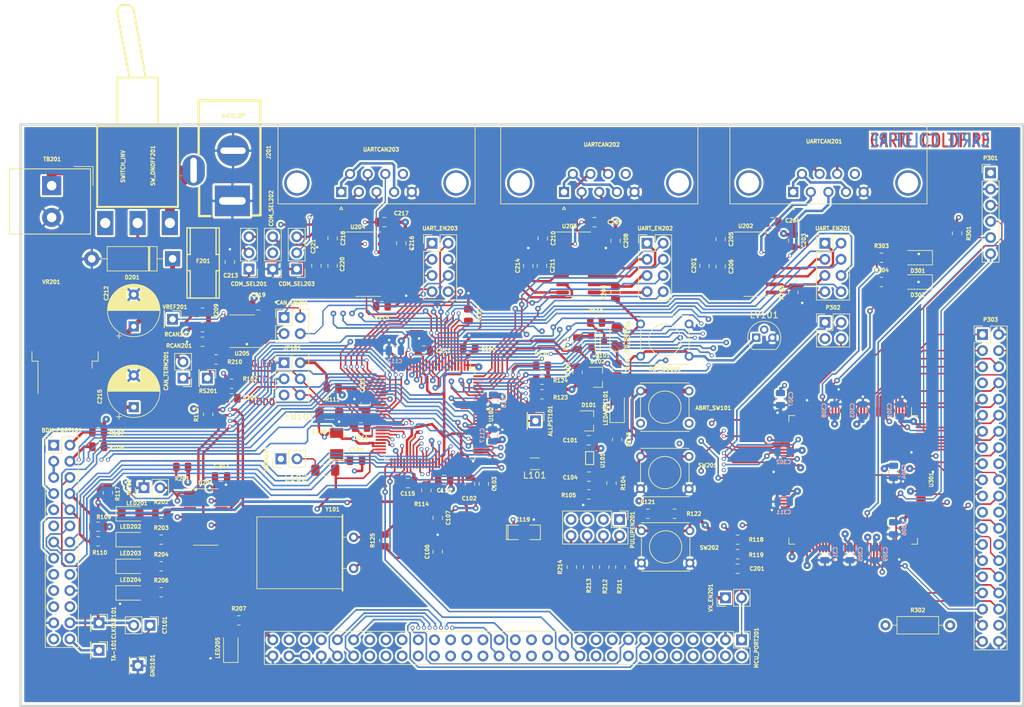
<source format=kicad_pcb>
(kicad_pcb (version 20240108) (generator "pcbnew") (generator_version "8.0")
  (title_block (title "Demo Kicad") (date "2015-10-09") (rev "2"))
  (layers (0 "F.Cu" signal "Top_layer") (1 "In1.Cu" power "GND_layer") (2 "In2.Cu" power "VDD_layer") (31 "B.Cu" signal "Bottom_layer") (34 "B.Paste" user) (35 "F.Paste" user) (36 "B.SilkS" user "B.Silkscreen") (37 "F.SilkS" user "F.Silkscreen") (38 "B.Mask" user) (39 "F.Mask" user) (44 "Edge.Cuts" user))
  (net 0 "")
  (net 1 "/ALLPST")
  (net 2 "/AN2")
  (net 3 "/AN3")
  (net 4 "/AN4")
  (net 5 "/AN6")
  (net 6 "/BKPT-")
  (net 7 "Net-(BDM_PORT101-P22-Pad26)")
  (net 8 "/CLKMOD0")
  (net 9 "/CLKMOD1")
  (net 10 "/DDAT0")
  (net 11 "/DDAT1")
  (net 12 "/DDAT2")
  (net 13 "/DDAT3")
  (net 14 "/DSCLK")
  (net 15 "/DSI")
  (net 16 "/DSO")
  (net 17 "/DTIN1")
  (net 18 "/GPT1")
  (net 19 "/GPT3")
  (net 20 "/IRQ-5")
  (net 21 "/IRQ-6")
  (net 22 "/IRQ-7")
  (net 23 "/JTAG_EN")
  (net 24 "/PST0")
  (net 25 "/PST1")
  (net 26 "/PST2")
  (net 27 "/PST3")
  (net 28 "/QSPI_CS3")
  (net 29 "/TCLK")
  (net 30 "/VDDPLL")
  (net 31 "/inout_user/CAN_H")
  (net 32 "/inout_user/CAN_L")
  (net 33 "/inout_user/CTS0")
  (net 34 "/inout_user/CTS1")
  (net 35 "Net-(BDM_PORT101-P6)")
  (net 36 "/inout_user/RTS0")
  (net 37 "/inout_user/RTS1")
  (net 38 "/inout_user/RTS2")
  (net 39 "/inout_user/RXD0")
  (net 40 "/inout_user/RXD1")
  (net 41 "/inout_user/RXD2")
  (net 42 "/inout_user/RxD_CAN")
  (net 43 "/inout_user/TXD0")
  (net 44 "/inout_user/TXD1")
  (net 46 "/inout_user/TxD_CAN")
  (net 47 "/xilinx/+3,3V_OUT")
  (net 48 "/xilinx/LED_TEST1")
  (net 49 "/xilinx/LED_TEST2")
  (net 50 "/xilinx/TCK")
  (net 51 "/xilinx/TDI")
  (net 52 "/xilinx/TDO")
  (net 53 "/xilinx/TMS")
  (net 54 "/xilinx/XIL_D0")
  (net 55 "/xilinx/XIL_D1")
  (net 56 "/xilinx/XIL_D10")
  (net 57 "/xilinx/XIL_D11")
  (net 58 "/xilinx/XIL_D12")
  (net 59 "/xilinx/XIL_D13")
  (net 60 "/xilinx/XIL_D14")
  (net 61 "/xilinx/XIL_D15")
  (net 62 "/xilinx/XIL_D16")
  (net 63 "/xilinx/XIL_D17")
  (net 64 "/xilinx/XIL_D18")
  (net 65 "/xilinx/XIL_D19")
  (net 66 "/xilinx/XIL_D2")
  (net 67 "/xilinx/XIL_D20")
  (net 68 "/xilinx/XIL_D21")
  (net 69 "/xilinx/XIL_D22")
  (net 70 "/xilinx/XIL_D23")
  (net 71 "/xilinx/XIL_D24")
  (net 72 "/xilinx/XIL_D25")
  (net 73 "/xilinx/XIL_D26")
  (net 74 "/xilinx/XIL_D27")
  (net 75 "/xilinx/XIL_D28")
  (net 76 "/xilinx/XIL_D29")
  (net 77 "/xilinx/XIL_D3")
  (net 78 "/xilinx/XIL_D30")
  (net 79 "/xilinx/XIL_D31")
  (net 80 "/xilinx/XIL_D32")
  (net 81 "/xilinx/XIL_D33")
  (net 82 "/xilinx/XIL_D34")
  (net 83 "/xilinx/XIL_D35")
  (net 84 "/xilinx/XIL_D36")
  (net 85 "/xilinx/XIL_D4")
  (net 86 "/xilinx/XIL_D5")
  (net 87 "/xilinx/XIL_D6")
  (net 88 "/xilinx/XIL_D7")
  (net 89 "/xilinx/XIL_D8")
  (net 90 "/xilinx/XIL_D9")
  (net 91 "GND")
  (net 92 "GNDA")
  (net 93 "/AN0")
  (net 94 "/AN1")
  (net 95 "/QSPI_CS0")
  (net 96 "/AN5")
  (net 97 "/AN7")
  (net 98 "/IRQ-4")
  (net 99 "/DTIN0")
  (net 100 "/DTIN2")
  (net 101 "/DTIN3")
  (net 102 "/GPT0")
  (net 103 "/GPT2")
  (net 104 "+3.3V")
  (net 105 "/VCCA")
  (net 106 "/IRQ-1")
  (net 107 "/IRQ-2")
  (net 108 "/IRQ-3")
  (net 109 "/XTAL")
  (net 110 "/RCON-")
  (net 111 "/RSTO-")
  (net 112 "/RSTI-")
  (net 113 "/QSPI_CS1")
  (net 114 "/URTS1")
  (net 115 "/UCTS1")
  (net 116 "/QSPI_CLK")
  (net 117 "/DSPI_DOUT")
  (net 118 "/QSPI_DIN")
  (net 119 "/QSPI_CS2")
  (net 120 "/URXD1")
  (net 121 "/UTXD1")
  (net 122 "/PWM7")
  (net 123 "/PWM5")
  (net 124 "/PWM1")
  (net 125 "/PWM3")
  (net 126 "/URTS2")
  (net 127 "/UTXD2")
  (net 128 "/URXD2")
  (net 129 "/UCTS2")
  (net 130 "/CANRX")
  (net 131 "/CANTX")
  (net 132 "/URTS0")
  (net 133 "/UTXD0")
  (net 134 "/URXD0")
  (net 135 "/UCTS0")
  (net 136 "Net-(ABRT_SW101-Pad1)")
  (net 139 "Net-(C104-Pad1)")
  (net 140 "Net-(D102-K)")
  (net 141 "Net-(MCU_PORT201-P1)")
  (net 142 "Net-(U202-V+)")
  (net 143 "Net-(U202-C1+)")
  (net 144 "Net-(U202-C1-)")
  (net 145 "Net-(U202-C2+)")
  (net 146 "Net-(U202-C2-)")
  (net 147 "Net-(U202-V-)")
  (net 148 "Net-(U203-V+)")
  (net 149 "Net-(U203-C1+)")
  (net 150 "Net-(U203-C1-)")
  (net 151 "Net-(U203-C2+)")
  (net 152 "Net-(U203-C2-)")
  (net 153 "Net-(D201-K)")
  (net 154 "Net-(U203-V-)")
  (net 155 "Net-(U204-V+)")
  (net 156 "Net-(U204-C1+)")
  (net 157 "Net-(U204-C1-)")
  (net 158 "Net-(U204-C2+)")
  (net 159 "Net-(U204-C2-)")
  (net 160 "Net-(U204-V-)")
  (net 161 "Net-(CAN_TERM201-Pad2)")
  (net 162 "Net-(COM_SEL201-P3)")
  (net 163 "Net-(COM_SEL202-P3)")
  (net 164 "Net-(COM_SEL203-P3)")
  (net 165 "Net-(D101-K)")
  (net 166 "Net-(D301-A)")
  (net 167 "Net-(D302-A)")
  (net 168 "Net-(F201-Pad1)")
  (net 169 "Net-(TB201-P1)")
  (net 170 "Net-(L102-Pad1)")
  (net 171 "Net-(U201A-E)")
  (net 172 "Net-(LED201-A)")
  (net 173 "Net-(LED202-A)")
  (net 174 "Net-(LED203-A)")
  (net 175 "Net-(LED204-A)")
  (net 176 "Net-(LED205-A)")
  (net 177 "Net-(LEDABRT101-K)")
  (net 178 "Net-(LED_RST101-A)")
  (net 179 "Net-(PULUPEN201-Pad8)")
  (net 180 "Net-(PULUPEN201-Pad6)")
  (net 181 "Net-(PULUPEN201-Pad4)")
  (net 182 "Net-(PULUPEN201-Pad2)")
  (net 183 "Net-(U301-P11)")
  (net 184 "Net-(U301-P4)")
  (net 185 "Net-(Q101-B)")
  (net 186 "Net-(Q101-C)")
  (net 187 "Net-(U102-TEST)")
  (net 188 "Net-(U102-TCLK{slash}PSTCLK{slash}CLKOUT)")
  (net 189 "Net-(U201A-O)")
  (net 190 "Net-(U201B-O)")
  (net 191 "Net-(U201D-O)")
  (net 192 "Net-(U202-T2IN)")
  (net 193 "Net-(U201C-O)")
  (net 194 "Net-(U203-T2IN)")
  (net 195 "Net-(U205-Rsl)")
  (net 196 "Net-(U204-T1IN)")
  (net 197 "Net-(U202-R2OUT)")
  (net 198 "Net-(U202-T1IN)")
  (net 199 "Net-(U202-R1OUT)")
  (net 200 "Net-(U203-R2OUT)")
  (net 201 "Net-(U203-T1IN)")
  (net 202 "Net-(U203-R1OUT)")
  (net 203 "Net-(U204-R2OUT)")
  (net 204 "Net-(U204-T2IN)")
  (net 205 "Net-(U204-R1OUT)")
  (net 206 "Net-(U205-Vref)")
  (net 210 "/CLKIN{slash}EXTAL")
  (net 211 "/inout_user/TXD2{slash}CANL")
  (net 212 "/inout_user/CTS2{slash}CANH")
  (net 272 "Net-(UARTCAN201-P6)")
  (net 274 "Net-(UARTCAN202-P6)")
  (net 276 "Net-(UARTCAN203-P6)")
  (footprint "kit-dev-coldfire:SW_PUSH_SMALL" (layer "F.Cu") (at 172.339 100.33)
    (property "Reference" "ABRT_SW101")
    (property "Value" "SW_PUSH")
  )
  (footprint "Connector_PinHeader_2.54mm:PinHeader_1x01_P2.54mm_Vertical" (layer "F.Cu") (at 152.019 102.489 -90)
    (property "Reference" "ALLPST101")
    (property "Value" "CONN_1")
  )
  (footprint "Connector_PinHeader_2.54mm:PinHeader_2x13_P2.54mm_Vertical" (layer "F.Cu") (at 76.327 106.299)
    (property "Reference" "BDM_PORT101")
    (property "Value" "CONN_13X2")
  )
  (footprint "Capacitor_SMD:C_0805_2012Metric" (layer "F.Cu") (at 136.652 117.729 -90)
    (property "Reference" "C107")
    (property "Value" "10pF")
  )
  (footprint "Capacitor_SMD:C_0805_2012Metric" (layer "F.Cu") (at 136.652 123.063 90)
    (property "Reference" "C106")
    (property "Value" "10pF")
  )
  (footprint "Capacitor_SMD:C_0805_2012Metric" (layer "F.Cu") (at 164.846 94.361 90)
    (property "Reference" "C105")
    (property "Value" "1nF")
  )
  (footprint "Capacitor_SMD:C_0805_2012Metric" (layer "F.Cu") (at 141.605 91.059 180)
    (property "Reference" "C110")
    (property "Value" "100nF")
  )
  (footprint "Capacitor_SMD:C_0805_2012Metric" (layer "F.Cu") (at 134.493 91.44 180)
    (property "Reference" "C111")
    (property "Value" "100nF")
  )
  (footprint "Capacitor_SMD:C_0805_2012Metric" (layer "F.Cu") (at 125.349 99.822 -90)
    (property "Reference" "C113")
    (property "Value" "100nF")
  )
  (footprint "Capacitor_SMD:C_0805_2012Metric" (layer "F.Cu") (at 124.587 103.505 180)
    (property "Reference" "C114")
    (property "Value" "100nF")
  )
  (footprint "Capacitor_SMD:C_0805_2012Metric" (layer "F.Cu") (at 131.953 112.268 180)
    (property "Reference" "C115")
    (property "Value" "100nF")
  )
  (footprint "Capacitor_SMD:C_0805_2012Metric" (layer "F.Cu") (at 137.668 111.76 180)
    (property "Reference" "C116")
    (property "Value" "100nF")
  )
  (footprint "Capacitor_SMD:C_0805_2012Metric" (layer "F.Cu") (at 160.401 105.537)
    (property "Reference" "C101")
    (property "Value" "100nF")
  )
  (footprint "Capacitor_SMD:C_0805_2012Metric" (layer "F.Cu") (at 160.401 111.252 180)
    (property "Reference" "C104")
    (property "Value" "100nF")
  )
  (footprint "kit-dev-coldfire:SM1206POL" (layer "F.Cu") (at 120.777 106.045 90)
    (property "Reference" "C108")
    (property "Value" "10uF" (hide yes))
  )
  (footprint "kit-dev-coldfire:SM1206POL" (layer "F.Cu") (at 150.241 120.015)
    (property "Reference" "C119")
    (property "Value" "100uF" (hide yes))
  )
  (footprint "Capacitor_SMD:C_0805_2012Metric" (layer "F.Cu") (at 123.825 108.712)
    (property "Reference" "C109")
    (property "Value" "100nF")
  )
  (footprint "Capacitor_SMD:C_0805_2012Metric" (layer "F.Cu") (at 141.732 112.395 -90)
    (property "Reference" "C102")
    (property "Value" "1nF")
  )
  (footprint "Capacitor_SMD:C_0805_2012Metric" (layer "F.Cu") (at 143.891 112.395 -90)
    (property "Reference" "C103")
    (property "Value" "100nF")
  )
  (footprint "Capacitor_SMD:C_0805_2012Metric" (layer "F.Cu") (at 192.532 74.168 -90)
    (property "Reference" "C203")
    (property "Value" "100nF")
  )
  (footprint "Capacitor_SMD:C_0805_2012Metric" (layer "F.Cu") (at 189.23 71.247 180)
    (property "Reference" "C204")
    (property "Value" "100nF")
  )
  (footprint "Capacitor_SMD:C_0805_2012Metric" (layer "F.Cu") (at 181.102 73.914 -90)
    (property "Reference" "C205")
    (property "Value" "100nF")
  )
  (footprint "Capacitor_SMD:C_0805_2012Metric" (layer "F.Cu") (at 181.102 78.232 -90)
    (property "Reference" "C206")
    (property "Value" "100nF")
  )
  (footprint "Capacitor_SMD:C_0805_2012Metric" (layer "F.Cu") (at 102.616 111.252)
    (property "Reference" "C202")
    (property "Value" "100nF")
  )
  (footprint "Capacitor_SMD:C_0805_2012Metric" (layer "F.Cu") (at 178.562 78.105 90)
    (property "Reference" "C207")
    (property "Value" "100nF")
  )
  (footprint "Capacitor_SMD:C_0805_2012Metric" (layer "F.Cu") (at 164.592 74.168 -90)
    (property "Reference" "C208")
    (property "Value" "100nF")
  )
  (footprint "Capacitor_SMD:C_0805_2012Metric" (layer "F.Cu") (at 161.29 71.247 180)
    (property "Reference" "C209")
    (property "Value" "100nF")
  )
  (footprint "Capacitor_SMD:C_0805_2012Metric" (layer "F.Cu") (at 153.162 73.787 -90)
    (property "Reference" "C210")
    (property "Value" "100nF")
  )
  (footprint "Capacitor_SMD:C_0805_2012Metric" (layer "F.Cu") (at 153.035 78.105 -90)
    (property "Reference" "C211")
    (property "Value" "100nF")
  )
  (footprint "Capacitor_SMD:C_0805_2012Metric" (layer "F.Cu") (at 150.876 78.105 90)
    (property "Reference" "C214")
    (property "Value" "100nF")
  )
  (footprint "Capacitor_SMD:C_0805_2012Metric" (layer "F.Cu") (at 108.458 84.328)
    (property "Reference" "C219")
    (property "Value" "100nF")
  )
  (footprint "Capacitor_SMD:C_0805_2012Metric" (layer "F.Cu") (at 128.27 71.247 180)
    (property "Reference" "C217")
    (property "Value" "100nF")
  )
  (footprint "Capacitor_SMD:C_0805_2012Metric" (layer "F.Cu") (at 120.142 78.105 -90)
    (property "Reference" "C220")
    (property "Value" "100nF")
  )
  (footprint "Capacitor_THT:CP_Radial_D8.0mm_P5.00mm" (layer "F.Cu") (at 88.9 87.63 90)
    (property "Reference" "C212")
    (property "Value" "10uF")
  )
  (footprint "Capacitor_THT:CP_Radial_D8.0mm_P5.00mm" (layer "F.Cu") (at 88.9 100.33 90)
    (property "Reference" "C215")
    (property "Value" "220uF")
  )
  (footprint "Capacitor_SMD:C_0805_2012Metric" (layer "F.Cu") (at 104 77.5 90)
    (property "Reference" "C213")
    (property "Value" "100nF")
  )
  (footprint "Capacitor_SMD:C_0805_2012Metric" (layer "F.Cu") (at 183.769 125.73)
    (property "Reference" "C201")
    (property "Value" "100nF")
  )
  (footprint "Capacitor_SMD:C_0805_2012Metric" (layer "F.Cu") (at 120.142 73.787 -90)
    (property "Reference" "C218")
    (property "Value" "100nF")
  )
  (footprint "Capacitor_SMD:C_0805_2012Metric" (layer "F.Cu") (at 117.602 78.105 90)
    (property "Reference" "C221")
    (property "Value" "100nF")
  )
  (footprint "Capacitor_SMD:C_0805_2012Metric" (layer "F.Cu") (at 130.937 74.549 -90)
    (property "Reference" "C216")
    (property "Value" "100nF")
  )
  (footprint "Connector_PinHeader_2.54mm:PinHeader_1x02_P2.54mm_Vertical" (layer "F.Cu") (at 96.647 95.758 180)
    (property "Reference" "CAN_TERM201")
    (property "Value" "JUMPER")
  )
  (footprint "Connector_PinHeader_2.54mm:PinHeader_1x01_P2.54mm_Vertical" (layer "F.Cu") (at 83.439 134.239 -90)
    (property "Reference" "CLKOUT101")
    (property "Value" "CONN_1")
  )
  (footprint "Connector_PinHeader_2.54mm:PinHeader_1x03_P2.54mm_Vertical" (layer "F.Cu") (at 114.5 78.613 180)
    (property "Reference" "COM_SEL203")
    (property "Value" "CONN_3")
  )
  (footprint "Connector_PinHeader_2.54mm:PinHeader_1x03_P2.54mm_Vertical" (layer "F.Cu") (at 110.744 78.613 180)
    (property "Reference" "COM_SEL202")
    (property "Value" "CONN_3")
  )
  (footprint "Connector_PinHeader_2.54mm:PinHeader_1x02_P2.54mm_Vertical" (layer "F.Cu") (at 91.44 134.62 -90)
    (property "Reference" "CT101")
    (property "Value" "JUMPER")
  )
  (footprint "kit-dev-coldfire:D_SOT-23_ANK" (layer "F.Cu") (at 160.401 102.489)
    (property "Reference" "D101")
    (property "Value" "BAT54")
  )
  (footprint "kit-dev-coldfire:D_SOT-23_ANK" (layer "F.Cu") (at 161.798 95.631)
    (property "Reference" "D102")
    (property "Value" "BAT54")
  )
  (footprint "Diode_THT:D_DO-15_P12.70mm_Horizontal" (layer "F.Cu") (at 95 77 180)
    (property "Reference" "D201")
    (property "Value" "1N4004")
  )
  (footprint "LED_SMD:LED_1206_3216Metric" (layer "F.Cu") (at 212.09 76.835 180)
    (property "Reference" "D301")
    (property "Value" "LED")
  )
  (footprint "LED_SMD:LED_1206_3216Metric" (layer "F.Cu") (at 212.09 80.645 180)
    (property "Reference" "D302")
    (property "Value" "LED")
  )
  (footprint "kit-dev-coldfire:FSUPCMS" (layer "F.Cu") (at 99.8 77.6 -90)
    (property "Reference" "F201")
    (property "Value" "FUSE")
  )
  (footprint "Resistor_SMD:R_1206_3216Metric_Pad1.30x1.75mm_HandSolder" (layer "F.Cu") (at 119.634 101.346 180)
    (property "Reference" "FB101")
    (property "Value" "BEAD")
  )
  (footprint "Connector_PinHeader_2.54mm:PinHeader_1x01_P2.54mm_Vertical" (layer "F.Cu") (at 89.535 140.97 -90)
    (property "Reference" "GND101")
    (property "Value" "CONN_1")
  )
  (footprint "kit-dev-coldfire:JACK_ALIM" (layer "F.Cu") (at 104.5 60 -90)
    (property "Reference" "J201")
    (property "Value" "JACK_2P")
  )
  (footprint "Resistor_SMD:R_1206_3216Metric_Pad1.30x1.75mm_HandSolder" (layer "F.Cu") (at 118.999 110.236)
    (property "Reference" "L102")
    (property "Value" "10uH")
  )
  (footprint "Resistor_SMD:R_1206_3216Metric_Pad1.30x1.75mm_HandSolder" (layer "F.Cu") (at 151.892 109.22 180)
    (property "Reference" "L101")
    (property "Value" "10uH")
  )
  (footprint "LED_SMD:LED_1206_3216Metric" (layer "F.Cu") (at 88.392 117.094)
    (property "Reference" "LED201")
    (property "Value" "LED")
  )
  (footprint "LED_SMD:LED_1206_3216Metric" (layer "F.Cu") (at 88.392 121.158)
    (property "Reference" "LED202")
    (property "Value" "LED")
  )
  (footprint "LED_SMD:LED_1206_3216Metric" (layer "F.Cu") (at 88.392 125.349)
    (property "Reference" "LED203")
    (property "Value" "LED")
  )
  (footprint "LED_SMD:LED_1206_3216Metric" (layer "F.Cu") (at 88.392 129.54)
    (property "Reference" "LED204")
    (property "Value" "LED")
  )
  (footprint "LED_SMD:LED_1206_3216Metric" (layer "F.Cu") (at 104.14 138.176 90)
    (property "Reference" "LED205")
    (property "Value" "LED")
  )
  (footprint "LED_SMD:LED_1206_3216Metric" (layer "F.Cu") (at 164.846 100.457 90)
    (property "Reference" "LEDABRT101")
    (property "Value" "LED_RED")
  )
  (footprint "Package_TO_SOT_THT:TO-92" (layer "F.Cu") (at 186.69 89.408)
    (property "Reference" "LV101")
    (property "Value" "DS1818")
  )
  (footprint "Connector_PinHeader_2.54mm:PinHeader_2x30_P2.54mm_Vertical" (layer "F.Cu") (at 184.404 136.906 -90)
    (property "Reference" "MCU_PORT201")
    (property "Value" "CONN_30X2")
  )
  (footprint "Connector_PinHeader_2.54mm:PinHeader_1x06_P2.54mm_Vertical" (layer "F.Cu") (at 223.52 63.5)
    (property "Reference" "P301")
    (property "Value" "CONN_6")
  )
  (footprint "Connector_PinHeader_2.54mm:PinHeader_2x20_P2.54mm_Vertical" (layer "F.Cu") (at 222.25 88.9)
    (property "Reference" "P303")
    (property "Value" "CONN_20X2")
  )
  (footprint "Connector_PinHeader_2.54mm:PinHeader_2x04_P2.54mm_Vertical" (layer "F.Cu") (at 165.227 117.983 -90)
    (property "Reference" "PULUPEN201")
    (property "Value" "CONN_4X2")
  )
  (footprint "kit-dev-coldfire:SOT23EBC" (layer "F.Cu") (at 161.798 90.043 90)
    (property "Reference" "Q101")
    (property "Value" "3906" (hide yes))
  )
  (footprint "Resistor_SMD:R_0805_2012Metric" (layer "F.Cu") (at 128.27 121.285 90)
    (property "Reference" "R125")
    (property "Value" "1M")
  )
  (footprint "Resistor_SMD:R_0805_2012Metric" (layer "F.Cu") (at 104.267 96.647)
    (property "Reference" "R102")
    (property "Value" "4,7K")
  )
  (footprint "Resistor_SMD:R_0805_2012Metric" (layer "F.Cu") (at 183.769 121.158 180)
    (property "Reference" "R118")
    (property "Value" "10K")
  )
  (footprint "Resistor_SMD:R_0805_2012Metric" (layer "F.Cu") (at 183.769 123.444 180)
    (property "Reference" "R119")
    (property "Value" "10K")
  )
  (footprint "Resistor_SMD:R_0805_2012Metric" (layer "F.Cu") (at 153.035 93.853)
    (property "Reference" "R120")
    (property "Value" "10K")
  )
  (footprint "Resistor_SMD:R_0805_2012Metric" (layer "F.Cu") (at 163.957 112.268 -90)
    (property "Reference" "R104")
    (property "Value" "1K")
  )
  (footprint "Resistor_SMD:R_0805_2012Metric" (layer "F.Cu") (at 169.672 117.094)
    (property "Reference" "R121")
    (property "Value" "10K")
  )
  (footprint "Resistor_SMD:R_0805_2012Metric" (layer "F.Cu") (at 141.478 85.852 90)
    (property "Reference" "R113")
    (property "Value" "0")
  )
  (footprint "Resistor_SMD:R_0805_2012Metric" (layer "F.Cu") (at 173.863 117.094 180)
    (property "Reference" "R122")
    (property "Value" "10K")
  )
  (footprint "Resistor_SMD:R_0805_2012Metric" (layer "F.Cu") (at 153.035 98.298)
    (property "Reference" "R123")
    (property "Value" "10K")
  )
  (footprint "Resistor_SMD:R_0805_2012Metric" (layer "F.Cu") (at 160.401 114.046 180)
    (property "Reference" "R105")
    (property "Value" "20K")
  )
  (footprint "Resistor_SMD:R_0805_2012Metric" (layer "F.Cu") (at 153.035 96.012)
    (property "Reference" "R124")
    (property "Value" "10K")
  )
  (footprint "Resistor_SMD:R_0805_2012Metric" (layer "F.Cu") (at 164.846 105.41 -90)
    (property "Reference" "R103")
    (property "Value" "270")
  )
  (footprint "Resistor_SMD:R_0805_2012Metric" (layer "F.Cu") (at 158.623 94.869 90)
    (property "Reference" "R106")
    (property "Value" "4,7K")
  )
  (footprint "Resistor_SMD:R_0805_2012Metric" (layer "F.Cu") (at 120.142 97.282 180)
    (property "Reference" "R111")
    (property "Value" "4,7K")
  )
  (footprint "Resistor_SMD:R_0805_2012Metric" (layer "F.Cu") (at 83.312 104.267 180)
    (property "Reference" "R107")
    (property "Value" "4,7K")
  )
  (footprint "Resistor_SMD:R_0805_2012Metric" (layer "F.Cu") (at 83.312 106.553 180)
    (property "Reference" "R108")
    (property "Value" "4,7K")
  )
  (footprint "Resistor_SMD:R_0805_2012Metric" (layer "F.Cu") (at 83.312 119.126 180)
    (property "Reference" "R109")
    (property "Value" "4,7K")
  )
  (footprint "Resistor_SMD:R_0805_2012Metric" (layer "F.Cu") (at 83.312 121.412 180)
    (property "Reference" "R110")
    (property "Value" "4,7K")
  )
  (footprint "Resistor_SMD:R_0805_2012Metric" (layer "F.Cu") (at 158.623 90.297 90)
    (property "Reference" "R115")
    (property "Value" "4.7K")
  )
  (footprint "Resistor_SMD:R_0805_2012Metric" (layer "F.Cu") (at 161.544 86.995)
    (property "Reference" "R116")
    (property "Value" "270")
  )
  (footprint "Resistor_SMD:R_0805_2012Metric" (layer "F.Cu") (at 127.889 84.455 180)
    (property "Reference" "R215")
    (property "Value" "10K")
  )
  (footprint "Resistor_SMD:R_0805_2012Metric" (layer "F.Cu") (at 104.267 98.933)
    (property "Reference" "R101")
    (property "Value" "4,7K")
  )
  (footprint "Resistor_SMD:R_0805_2012Metric" (layer "F.Cu") (at 84.836 113.792 -90)
    (property "Reference" "R117")
    (property "Value" "10K")
  )
  (footprint "Resistor_SMD:R_0805_2012Metric" (layer "F.Cu") (at 93.218 117.094)
    (property "Reference" "R202")
    (property "Value" "270")
  )
  (footprint "Resistor_SMD:R_0805_2012Metric" (layer "F.Cu") (at 192.532 82.296 90)
    (property "Reference" "R205")
    (property "Value" "10K")
  )
  (footprint "Resistor_SMD:R_0805_2012Metric" (layer "F.Cu") (at 93.218 121.158)
    (property "Reference" "R203")
    (property "Value" "270")
  )
  (footprint "Resistor_SMD:R_0805_2012Metric" (layer "F.Cu") (at 93.218 125.349)
    (property "Reference" "R204")
    (property "Value" "270")
  )
  (footprint "Resistor_SMD:R_0805_2012Metric" (layer "F.Cu") (at 93.218 129.413)
    (property "Reference" "R206")
    (property "Value" "270")
  )
  (footprint "Resistor_SMD:R_0805_2012Metric" (layer "F.Cu") (at 96.52 109.728 180)
    (property "Reference" "R201")
    (property "Value" "10K")
  )
  (footprint "Resistor_SMD:R_0805_2012Metric" (layer "F.Cu") (at 164.592 82.296 90)
    (property "Reference" "R208")
    (property "Value" "10K")
  )
  (footprint "Resistor_SMD:R_0805_2012Metric" (layer "F.Cu") (at 101.854 92.837)
    (property "Reference" "R210")
    (property "Value" "1K")
  )
  (footprint "Resistor_SMD:R_0805_2012Metric" (layer "F.Cu") (at 99.695 85.471 180)
    (property "Reference" "R209")
    (property "Value" "62")
  )
  (footprint "Resistor_SMD:R_0805_2012Metric" (layer "F.Cu") (at 100.584 101.473 90)
    (property "Reference" "R112")
    (property "Value" "4,7K")
  )
  (footprint "Resistor_SMD:R_0805_2012Metric" (layer "F.Cu") (at 134.874 113.411 -90)
    (property "Reference" "R114")
    (property "Value" "22")
  )
  (footprint "Resistor_SMD:R_0805_2012Metric" (layer "F.Cu") (at 157.734 125.476 90)
    (property "Reference" "R214")
    (property "Value" "4,7K")
  )
  (footprint "Resistor_SMD:R_0805_2012Metric" (layer "F.Cu") (at 160.274 125.476 90)
    (property "Reference" "R213")
    (property "Value" "4,7K")
  )
  (footprint "Resistor_SMD:R_0805_2012Metric" (layer "F.Cu") (at 162.814 125.476 90)
    (property "Reference" "R212")
    (property "Value" "4,7K")
  )
  (footprint "Resistor_SMD:R_0805_2012Metric" (layer "F.Cu") (at 165.354 125.476 90)
    (property "Reference" "R211")
    (property "Value" "4,7K")
  )
  (footprint "Resistor_SMD:R_0805_2012Metric" (layer "F.Cu") (at 105.41 133.858)
    (property "Reference" "R207")
    (property "Value" "270")
  )
  (footprint "Resistor_SMD:R_0805_2012Metric" (layer "F.Cu") (at 218.25 73 -90)
    (property "Reference" "R301")
    (property "Value" "4K7")
  )
  (footprint "Resistor_SMD:R_0805_2012Metric" (layer "F.Cu") (at 206.375 76.835)
    (property "Reference" "R303")
    (property "Value" "1K")
  )
  (footprint "Resistor_SMD:R_0805_2012Metric" (layer "F.Cu") (at 206.375 80.645)
    (property "Reference" "R304")
    (property "Value" "1K")
  )
  (footprint "Resistor_THT:R_Axial_DIN0207_L6.3mm_D2.5mm_P10.16mm_Horizontal" (layer "F.Cu") (at 207.01 134.62)
    (property "Reference" "R302")
    (property "Value" "3,3")
  )
  (footprint "Resistor_SMD:R_0805_2012Metric" (layer "F.Cu") (at 99.695 87.757)
    (property "Reference" "RCAN202")
    (property "Value" "R")
  )
  (footprint "Resistor_SMD:R_0805_2012Metric" (layer "F.Cu") (at 99.695 90.043)
    (property "Reference" "RCAN201")
    (property "Value" "R")
  )
  (footprint "LED_SMD:LED_1206_3216Metric" (layer "F.Cu") (at 164.846 89.281 90)
    (property "Reference" "LED_RST101")
    (property "Value" "LED_RED")
  )
  (footprint "Connector_PinHeader_2.54mm:PinHeader_1x01_P2.54mm_Vertical" (layer "F.Cu") (at 100.457 95.758 -90)
    (property "Reference" "RS201")
    (property "Value" "CONN_1")
  )
  (footprint "kit-dev-coldfire:SW_PUSH_SMALL" (layer "F.Cu") (at 172.339 89.789 180)
    (property "Reference" "RST_SW101")
    (property "Value" "SW_PUSH")
  )
  (footprint "kit-dev-coldfire:SW_PUSH_SMALL" (layer "F.Cu") (at 172.339 110.617)
    (property "Reference" "SW201")
    (property "Value" "SW_PUSH")
  )
  (footprint "kit-dev-coldfire:SW_PUSH_SMALL" (layer "F.Cu") (at 172.466 122.301)
    (property "Reference" "SW202")
    (property "Value" "SW_PUSH")
  )
  (footprint "kit-dev-coldfire:SW_SPDT" (layer "F.Cu") (at 89.5 71.374 90)
    (property "Reference" "SW_ONOFF201")
    (property "Value" "SWITCH_INV")
  )
  (footprint "Connector_PinHeader_2.54mm:PinHeader_1x01_P2.54mm_Vertical" (layer "F.Cu") (at 83.439 138.557 -90)
    (property "Reference" "TA-101")
    (property "Value" "CONN_1")
  )
  (footprint "TerminalBlock_Altech:Altech_AK300_1x02_P5.00mm_45-Degree" (layer "F.Cu") (at 76 65.5 -90)
    (property "Reference" "TB201")
    (property "Value" "CONN_2")
  )
  (footprint "Package_QFP:LQFP-100_14x14mm_P0.5mm" (layer "F.Cu") (at 135.382 101.473 -90)
    (property "Reference" "U102")
    (property "Value" "MCF5213-LQFP100")
  )
  (footprint "kit-dev-coldfire:SOT353" (layer "F.Cu") (at 160.528 108.331)
    (property "Reference" "U101")
    (property "Value" "74AHC1G14" (hide yes))
  )
  (footprint "Package_SO:SOIC-16_3.9x9.9mm_P1.27mm" (layer "F.Cu") (at 186.69 77.851)
    (property "Reference" "U202")
    (property "Value" "MAX202")
  )
  (footprint "Package_SO:SOIC-16_3.9x9.9mm_P1.27mm" (layer "F.Cu") (at 158.75 77.851)
    (property "Reference" "U203")
    (property "Value" "MAX202")
  )
  (footprint "Package_SO:SOIC-8_3.9x4.9mm_P1.27mm" (layer "F.Cu") (at 105.918 88.392 180)
    (property "Reference" "U205")
    (property "Value" "PCA82C251")
  )
  (footprint "Package_SO:SOIC-16_3.9x9.9mm_P1.27mm" (layer "F.Cu") (at 125.73 77.851)
    (property "Reference" "U204")
    (property "Value" "MAX202")
  )
  (footprint "Connector_PinHeader_2.54mm:PinHeader_2x04_P2.54mm_Vertical" (layer "F.Cu") (at 197.485 74.549)
    (property "Reference" "UART_EN201")
    (property "Value" "CONN_4X2")
  )
  (footprint "Connector_PinHeader_2.54mm:PinHeader_2x04_P2.54mm_Vertical" (layer "F.Cu") (at 169.545 74.549)
    (property "Reference" "UART_EN202")
    (property "Value" "CONN_4X2")
  )
  (footprint "Connector_PinHeader_2.54mm:PinHeader_2x04_P2.54mm_Vertical" (layer "F.Cu") (at 135.763 74.549)
    (property "Reference" "UART_EN203")
    (property "Value" "CONN_4X2")
  )
  (footprint "Connector_PinHeader_2.54mm:PinHeader_1x02_P2.54mm_Vertical" (layer "F.Cu") (at 112.014 108.458 90)
    (property "Reference" "VDDA101")
    (property "Value" "JUMPER")
  )
  (footprint "Package_TO_SOT_SMD:TO-263-5_TabPin3" (layer "F.Cu") (at 78.105 88.265 90)
    (property "Reference" "VR201")
    (property "Value" "LT1129_QPACK")
  )
  (footprint "Crystal:Crystal_HC18-U_Horizontal" (layer "F.Cu") (at 123.444 120.777 -90)
    (property "Reference" "Y101")
    (property "Value" "8MHz")
  )
  (footprint "Package_QFP:TQFP-144_20x20mm_P0.5mm" (layer "F.Cu") (at 201.93 111.76 -90)
    (property "Reference" "U301")
    (property "Value" "XCR3256-TQ144")
  )
  (footprint "Connector_PinHeader_2.54mm:PinHeader_2x02_P2.54mm_Vertical" (layer "F.Cu") (at 112.522 86.233)
    (property "Reference" "CAN_EN201")
    (property "Value" "CONN_2X2")
  )
  (footprint "Connector_PinHeader_2.54mm:PinHeader_1x02_P2.54mm_Vertical" (layer "F.Cu") (at 181.864 130.302 90)
    (property "Reference" "VX_EN201")
    (property "Value" "JUMPER")
  )
  (footprint "Package_SO:SOIC-14_3.9x8.7mm_P1.27mm" (layer "F.Cu") (at 100.203 117.602)
    (property "Reference" "U201")
    (property "Value" "74HC125")
  )
  (footprint "Connector_PinHeader_2.54mm:PinHeader_2x03_P2.54mm_Vertical" (layer "F.Cu") (at 112.522 93.345)
    (property "Reference" "JP101")
    (property "Value" "JUMPER_TRIPLE")
  )
  (footprint "Connector_PinHeader_2.54mm:PinHeader_2x02_P2.54mm_Vertical" (layer "F.Cu") (at 197.5 87)
    (property "Reference" "P302")
    (property "Value" "CONN_2X2")
  )
  (footprint "Connector_PinHeader_2.54mm:PinHeader_1x03_P2.54mm_Vertical" (layer "F.Cu") (at 107 78.613 180)
    (property "Reference" "COM_SEL201")
    (property "Value" "CONN_3")
  )
  (footprint "Connector_PinHeader_2.54mm:PinHeader_1x02_P2.54mm_Vertical" (layer "F.Cu") (at 90.5 113 90)
    (property "Reference" "JP201")
    (property "Value" "JUMPER")
  )
  (footprint "Connector_Dsub:DSUB-9_Female_Horizontal_P2.77x2.84mm_EdgePinOffset7.70mm_Housed_MountingHolesOffset9.12mm" (layer "F.Cu") (at 192.5 66.5 180)
    (property "Reference" "UARTCAN201")
    (property "Value" "DB9")
  )
  (footprint "Connector_Dsub:DSUB-9_Female_Horizontal_P2.77x2.84mm_EdgePinOffset7.70mm_Housed_MountingHolesOffset9.12mm" (layer "F.Cu") (at 156.5 66.5 180)
    (property "Reference" "UARTCAN202")
    (property "Value" "DB9")
  )
  (footprint "Connector_Dsub:DSUB-9_Female_Horizontal_P2.77x2.84mm_EdgePinOffset7.70mm_Housed_MountingHolesOffset9.12mm" (layer "F.Cu") (at 121.5 66.5 180)
    (property "Reference" "UARTCAN203")
    (property "Value" "DB9")
  )
  (footprint "Connector_PinHeader_2.54mm:PinHeader_1x01_P2.54mm_Vertical" (layer "F.Cu") (at 95 86.5 -90)
    (property "Reference" "VREF201")
    (property "Value" "CONN_1")
  )
  (footprint "Capacitor_SMD:C_0805_2012Metric" (layer "B.Cu") (at 129.921 91.44 180)
    (property "Reference" "C112")
    (property "Value" "100nF")
  )
  (footprint "Capacitor_SMD:C_0805_2012Metric" (layer "B.Cu") (at 145.288 104.775 90)
    (property "Reference" "C117")
    (property "Value" "100nF")
  )
  (footprint "Capacitor_SMD:C_0805_2012Metric" (layer "B.Cu") (at 145.415 99.314 -90)
    (property "Reference" "C118")
    (property "Value" "100nF")
  )
  (footprint "Capacitor_SMD:C_0805_2012Metric" (layer "B.Cu") (at 209.296 100.838 90)
    (property "Reference" "C301")
    (property "Value" "100nF")
  )
  (footprint "Capacitor_SMD:C_0805_2012Metric" (layer "B.Cu") (at 191.008 107.315 180)
    (property "Reference" "C302")
    (property "Value" "100nF")
  )
  (footprint "Capacitor_SMD:C_0805_2012Metric" (layer "B.Cu") (at 203.454 100.838 90)
    (property "Reference" "C303")
    (property "Value" "100nF")
  )
  (footprint "Capacitor_SMD:C_0805_2012Metric" (layer "B.Cu") (at 208.28 110.49 -90)
    (property "Reference" "C304")
    (property "Value" "100nF")
  )
  (footprint "Capacitor_SMD:C_0805_2012Metric" (layer "B.Cu") (at 201.422 123.444 -90)
    (property "Reference" "C305")
    (property "Value" "100nF")
  )
  (footprint "Capacitor_SMD:C_0805_2012Metric" (layer "B.Cu") (at 208.28 119.38 -90)
    (property "Reference" "C306")
    (property "Value" "100nF")
  )
  (footprint "Capacitor_SMD:C_0805_2012Metric" (layer "B.Cu") (at 190.5 99.06 -90)
    (property "Reference" "C307")
    (property "Value" "100nF")
  )
  (footprint "Capacitor_SMD:C_0805_2012Metric" (layer "B.Cu") (at 199.009 100.838 90)
    (property "Reference" "C308")
    (property "Value" "100nF")
  )
  (footprint "Capacitor_SMD:C_0805_2012Metric" (layer "B.Cu") (at 205.359 123.444 -90)
    (property "Reference" "C309")
    (property "Value" "100nF")
  )
  (footprint "Capacitor_SMD:C_0805_2012Metric" (layer "B.Cu") (at 197.485 123.444 -90)
    (property "Reference" "C310")
    (property "Value" "100nF")
  )
  (footprint "Capacitor_SMD:C_0805_2012Metric" (layer "B.Cu") (at 191.008 115.189 180)
    (property "Reference" "C311")
    (property "Value" "100nF")
  )
  (gr_line (start 71.12 147.32) (end 228.6 147.32) (stroke (width 0.381)) (layer "Edge.Cuts"))
  (gr_line (start 71.12 55.88) (end 71.12 147.32) (stroke (width 0.381)) (layer "Edge.Cuts"))
  (gr_line (start 228.6 55.88) (end 228.6 147.32) (stroke (width 0.381)) (layer "Edge.Cuts"))
  (gr_line (start 228.6 55.88) (end 71.12 55.88) (stroke (width 0.381)) (layer "Edge.Cuts"))
  (gr_text "JTAG_EN\n" (at 108 93.5 0) (layer "F.Cu") (effects (font (size 1 1) (thickness 0.2))))
  (gr_text "CARTE COLDFIRE" (at 213.995 58.42 0) (layer "F.Cu") (effects (font (size 2.032 1.524) (thickness 0.3048))))
  (gr_text "MOD1" (at 109 96 0) (layer "F.Cu") (effects (font (size 1 1) (thickness 0.2))))
  (gr_text "MOD0" (at 109 99.5 0) (layer "F.Cu") (effects (font (size 1 1) (thickness 0.2))))
  (gr_text "CARTE COLDFIRE" (at 213.995 58.42 0) (layer "B.Cu") (effects (font (size 2.032 1.524) (thickness 0.3048)) (justify mirror)))
  (segment (start 152.019 102.489) (end 143.129 102.4636) (width 0.254) (layer "F.Cu") (net 1))
  (segment (start 128.8034 104.9782) (end 127.635 104.9782) (width 0.254) (layer "F.Cu") (net 2))
  (segment (start 129.54 105.41) (end 129.032 105.156) (width 0.254) (layer "F.Cu") (net 2))
  (segment (start 129.032 105.156) (end 128.8034 104.9782) (width 0.254) (layer "F.Cu") (net 2))
  (via (at 129.54 105.41) (size 0.635) (drill 0.4) (layers "F.Cu" "B.Cu") (net 2))
  (segment (start 129.54 106.299) (end 129.032 106.299) (width 0.254) (layer "F.Cu") (net 3))
  (segment (start 129.032 105.791) (end 128.7272 105.4862) (width 0.254) (layer "F.Cu") (net 3))
  (segment (start 129.032 106.299) (end 129.032 105.791) (width 0.254) (layer "F.Cu") (net 3))
  (segment (start 128.7272 105.4862) (end 127.635 105.4862) (width 0.254) (layer "F.Cu") (net 3))
  (via (at 129.54 106.299) (size 0.635) (drill 0.4) (layers "F.Cu" "B.Cu") (net 3))
  (segment (start 130.8862 107.6198) (end 130.8862 109.22) (width 0.254) (layer "F.Cu") (net 4))
  (segment (start 131.064 107.442) (end 131.064 106.426) (width 0.254) (layer "F.Cu") (net 4))
  (segment (start 130.8862 107.6198) (end 131.064 107.442) (width 0.254) (layer "F.Cu") (net 4))
  (via (at 131.064 106.426) (size 0.635) (drill 0.4) (layers "F.Cu" "B.Cu") (net 4))
  (segment (start 129.8956 110.3884) (end 129.8956 109.22) (width 0.254) (layer "F.Cu") (net 5))
  (segment (start 129.159 111.125) (end 129.8956 110.3884) (width 0.254) (layer "F.Cu") (net 5))
  (segment (start 129.159 112.014) (end 129.159 111.125) (width 0.254) (layer "F.Cu") (net 5))
  (via (at 129.159 112.014) (size 0.889) (drill 0.4) (layers "F.Cu" "B.Cu") (net 5))
  (segment (start 159.004 139.446) (end 159.004 139.319) (width 0.254) (layer "B.Cu") (net 5))
  (segment (start 157.734 138.049) (end 157.734 136.017) (width 0.254) (layer "B.Cu") (net 5))
  (segment (start 138.43 132.461) (end 129.159 123.19) (width 0.254) (layer "B.Cu") (net 5))
  (segment (start 159.004 139.319) (end 157.734 138.049) (width 0.254) (layer "B.Cu") (net 5))
  (segment (start 154.178 132.461) (end 138.43 132.461) (width 0.254) (layer "B.Cu") (net 5))
  (segment (start 129.159 123.19) (end 129.159 112.014) (width 0.254) (layer "B.Cu") (net 5))
  (segment (start 157.734 136.017) (end 154.178 132.461) (width 0.254) (layer "B.Cu") (net 5))
  (segment (start 144.5514 107.4674) (end 143.129 107.4674) (width 0.254) (layer "F.Cu") (net 6))
  (segment (start 145.288 108.204) (end 144.5514 107.4674) (width 0.254) (layer "F.Cu") (net 6))
  (segment (start 146.431 109.855) (end 145.288 108.712) (width 0.254) (layer "F.Cu") (net 6))
  (segment (start 146.685 109.855) (end 146.431 109.855) (width 0.254) (layer "F.Cu") (net 6))
  (segment (start 145.288 108.712) (end 145.288 108.204) (width 0.254) (layer "F.Cu") (net 6))
  (segment (start 78.867 106.299) (end 80.391 104.775) (width 0.381) (layer "F.Cu") (net 6))
  (segment (start 82.3595 104.267) (end 80.899 104.267) (width 0.4318) (layer "F.Cu") (net 6))
  (segment (start 80.899 104.267) (end 80.391 104.775) (width 0.4318) (layer "F.Cu") (net 6))
  (via (at 146.685 109.855) (size 0.889) (drill 0.4) (layers "F.Cu" "B.Cu") (net 6))
  (via (at 87.63 112.141) (size 0.889) (drill 0.4) (layers "F.Cu" "B.Cu") (net 6))
  (segment (start 87.63 113.13) (end 89.181 114.681) (width 0.254) (layer "B.Cu") (net 6))
  (segment (start 107.696 111.379) (end 110.49 114.173) (width 0.254) (layer "B.Cu") (net 6))
  (segment (start 119.253 112.649) (end 125.476 112.649) (width 0.254) (layer "B.Cu") (net 6))
  (segment (start 141.732 111.76) (end 143.637 109.855) (width 0.254) (layer "B.Cu") (net 6))
  (segment (start 125.476 112.649) (end 127.508 110.617) (width 0.254) (layer "B.Cu") (net 6))
  (segment (start 97.917 113.665) (end 100.203 111.379) (width 0.254) (layer "B.Cu") (net 6))
  (segment (start 95.377 113.665) (end 97.917 113.665) (width 0.254) (layer "B.Cu") (net 6))
  (segment (start 110.49 114.173) (end 117.729 114.173) (width 0.254) (layer "B.Cu") (net 6))
  (segment (start 127.508 110.617) (end 132.461 110.617) (width 0.254) (layer "B.Cu") (net 6))
  (segment (start 100.203 111.379) (end 107.696 111.379) (width 0.254) (layer "B.Cu") (net 6))
  (segment (start 133.604 111.76) (end 141.732 111.76) (width 0.254) (layer "B.Cu") (net 6))
  (segment (start 89.181 114.681) (end 94.361 114.681) (width 0.254) (layer "B.Cu") (net 6))
  (segment (start 117.729 114.173) (end 119.253 112.649) (width 0.254) (layer "B.Cu") (net 6))
  (segment (start 143.637 109.855) (end 146.685 109.855) (width 0.254) (layer "B.Cu") (net 6))
  (segment (start 87.63 112.141) (end 87.63 113.13) (width 0.254) (layer "B.Cu") (net 6))
  (segment (start 94.361 114.681) (end 95.377 113.665) (width 0.254) (layer "B.Cu") (net 6))
  (segment (start 132.461 110.617) (end 133.604 111.76) (width 0.254) (layer "B.Cu") (net 6))
  (segment (start 83.439 138.557) (end 80.645 138.557) (width 0.381) (layer "B.Cu") (net 7))
  (segment (start 80.645 138.557) (end 78.867 136.779) (width 0.381) (layer "B.Cu") (net 7))
  (segment (start 113.792 97.155) (end 108.345 97.155) (width 0.254) (layer "F.Cu") (net 8))
  (segment (start 115.062 98.425) (end 113.792 97.155) (width 0.254) (layer "F.Cu") (net 8))
  (segment (start 123.19 101.981) (end 123.19 100.965) (width 0.254) (layer "F.Cu") (net 8))
  (segment (start 122.174 99.949) (end 118.11 99.949) (width 0.254) (layer "F.Cu") (net 8))
  (segment (start 118.11 99.949) (end 116.586 98.425) (width 0.254) (layer "F.Cu") (net 8))
  (segment (start 123.19 100.965) (end 122.174 99.949) (width 0.254) (layer "F.Cu") (net 8))
  (segment (start 108.345 97.155) (end 106.567 98.933) (width 0.254) (layer "F.Cu") (net 8))
  (segment (start 106.567 98.933) (end 105.2195 98.933) (width 0.254) (layer "F.Cu") (net 8))
  (segment (start 126.365 102.489) (end 126.111 102.235) (width 0.254) (layer "F.Cu") (net 8))
  (segment (start 127.635 102.489) (end 126.365 102.489) (width 0.254) (layer "F.Cu") (net 8))
  (segment (start 123.444 102.235) (end 123.19 101.981) (width 0.254) (layer "F.Cu") (net 8))
  (segment (start 126.111 102.235) (end 123.444 102.235) (width 0.254) (layer "F.Cu") (net 8))
  (segment (start 116.586 98.425) (end 115.062 98.425) (width 0.254) (layer "F.Cu") (net 8))
  (segment (start 118.618 99.441) (end 115.062 95.885) (width 0.254) (layer "F.Cu") (net 9))
  (segment (start 105.353 96.647) (end 105.2195 96.647) (width 0.254) (layer "F.Cu") (net 9))
  (segment (start 124.587 101.727) (end 122.809 99.949) (width 0.254) (layer "F.Cu") (net 9))
  (segment (start 107.385 94.615) (end 105.353 96.647) (width 0.254) (layer "F.Cu") (net 9))
  (segment (start 113.792 94.615) (end 107.385 94.615) (width 0.254) (layer "F.Cu") (net 9))
  (segment (start 126.238 101.727) (end 124.587 101.727) (width 0.254) (layer "F.Cu") (net 9))
  (segment (start 122.809 99.695) (end 122.555 99.441) (width 0.254) (layer "F.Cu") (net 9))
  (segment (start 126.492 101.981) (end 126.238 101.727) (width 0.254) (layer "F.Cu") (net 9))
  (segment (start 122.555 99.441) (end 118.618 99.441) (width 0.254) (layer "F.Cu") (net 9))
  (segment (start 122.809 99.949) (end 122.809 99.695) (width 0.254) (layer "F.Cu") (net 9))
  (segment (start 127.635 101.981) (end 126.492 101.981) (width 0.254) (layer "F.Cu") (net 9))
  (segment (start 115.062 95.885) (end 113.792 94.615) (width 0.254) (layer "F.Cu") (net 9))
  (segment (start 145.796 107.95) (end 146.558 107.95) (width 0.254) (layer "F.Cu") (net 10))
  (segment (start 144.78 106.9594) (end 144.907 107.061) (width 0.254) (layer "F.Cu") (net 10))
  (segment (start 144.907 107.061) (end 145.796 107.95) (width 0.254) (layer "F.Cu") (net 10))
  (segment (start 143.129 106.9594) (end 144.78 106.9594) (width 0.254) (layer "F.Cu") (net 10))
  (via (at 84.836 108.585) (size 0.635) (drill 0.4) (layers "F.Cu" "B.Cu") (net 10))
  (via (at 146.558 107.95) (size 0.889) (drill 0.4) (layers "F.Cu" "B.Cu") (net 10))
  (segment (start 115.824 106.045) (end 110.3503 106.045) (width 0.254) (layer "B.Cu") (net 10))
  (segment (start 140.97 107.823) (end 137.16 104.013) (width 0.254) (layer "B.Cu") (net 10))
  (segment (start 120.523 103.886) (end 119.888 103.251) (width 0.254) (layer "B.Cu") (net 10))
  (segment (start 116.205 103.886) (end 116.205 105.664) (width 0.254) (layer "B.Cu") (net 10))
  (segment (start 116.205 105.664) (end 115.824 106.045) (width 0.254) (layer "B.Cu") (net 10))
  (segment (start 144.526 107.823) (end 140.97 107.823) (width 0.254) (layer "B.Cu") (net 10))
  (segment (start 135.509 104.013) (end 134.493 102.997) (width 0.254) (layer "B.Cu") (net 10))
  (segment (start 137.16 104.013) (end 135.509 104.013) (width 0.254) (layer "B.Cu") (net 10))
  (segment (start 146.558 107.95) (end 144.653 107.95) (width 0.254) (layer "B.Cu") (net 10))
  (segment (start 108.6993 107.696) (end 85.725 107.696) (width 0.254) (layer "B.Cu") (net 10))
  (segment (start 119.888 103.251) (end 116.84 103.251) (width 0.254) (layer "B.Cu") (net 10))
  (segment (start 110.3503 106.045) (end 108.6993 107.696) (width 0.254) (layer "B.Cu") (net 10))
  (segment (start 85.725 107.696) (end 84.836 108.585) (width 0.254) (layer "B.Cu") (net 10))
  (segment (start 132.842 103.632) (end 122.936 103.632) (width 0.254) (layer "B.Cu") (net 10))
  (segment (start 122.936 103.632) (end 122.682 103.886) (width 0.254) (layer "B.Cu") (net 10))
  (segment (start 116.84 103.251) (end 116.205 103.886) (width 0.254) (layer "B.Cu") (net 10))
  (segment (start 133.477 102.997) (end 132.842 103.632) (width 0.254) (layer "B.Cu") (net 10))
  (segment (start 122.682 103.886) (end 120.523 103.886) (width 0.254) (layer "B.Cu") (net 10))
  (segment (start 144.653 107.95) (end 144.526 107.823) (width 0.254) (layer "B.Cu") (net 10))
  (segment (start 134.493 102.997) (end 133.477 102.997) (width 0.254) (layer "B.Cu") (net 10))
  (segment (start 145.415 106.68) (end 146.558 106.68) (width 0.254) (layer "F.Cu") (net 11))
  (segment (start 143.129 106.4768) (end 145.2118 106.4768) (width 0.254) (layer "F.Cu") (net 11))
  (segment (start 145.2118 106.4768) (end 145.415 106.68) (width 0.254) (layer "F.Cu") (net 11))
  (via (at 83.82 108.585) (size 0.635) (drill 0.4) (layers "F.Cu" "B.Cu") (net 11))
  (via (at 146.558 106.68) (size 0.889) (drill 0.4) (layers "F.Cu" "B.Cu") (net 11))
  (segment (start 118.237 100.838) (end 115.57 103.505) (width 0.254) (layer "B.Cu") (net 11))
  (segment (start 127.381 100.838) (end 118.237 100.838) (width 0.254) (layer "B.Cu") (net 11))
  (segment (start 141.097 107.188) (end 136.017 102.108) (width 0.254) (layer "B.Cu") (net 11))
  (segment (start 141.097 107.188) (end 145.034 107.188) (width 0.254) (layer "B.Cu") (net 11))
  (segment (start 111.6711 103.505) (end 107.9881 107.188) (width 0.254) (layer "B.Cu") (net 11))
  (segment (start 85.217 107.188) (end 83.82 108.585) (width 0.254) (layer "B.Cu") (net 11))
  (segment (start 115.57 103.505) (end 111.6711 103.505) (width 0.254) (layer "B.Cu") (net 11))
  (segment (start 128.651 102.108) (end 127.381 100.838) (width 0.254) (layer "B.Cu") (net 11))
  (segment (start 136.017 102.108) (end 128.651 102.108) (width 0.254) (layer "B.Cu") (net 11))
  (segment (start 146.558 106.68) (end 145.542 106.68) (width 0.254) (layer "B.Cu") (net 11))
  (segment (start 145.034 107.188) (end 145.542 106.68) (width 0.254) (layer "B.Cu") (net 11))
  (segment (start 107.9881 107.188) (end 85.217 107.188) (width 0.254) (layer "B.Cu") (net 11))
  (segment (start 141.351 103.98252) (end 143.129 103.9622) (width 0.254) (layer "F.Cu") (net 12))
  (segment (start 141.351 103.98252) (end 140.43152 103.98252) (width 0.254) (layer "F.Cu") (net 12))
  (segment (start 140.43152 103.98252) (end 139.827 103.378) (width 0.254) (layer "F.Cu") (net 12))
  (segment (start 139.827 103.378) (end 139.827 102.743) (width 0.254) (layer "F.Cu") (net 12))
  (via (at 139.827 102.743) (size 0.889) (drill 0.4) (layers "F.Cu" "B.Cu") (net 12))
  (via (at 81.788 108.585) (size 0.635) (drill 0.4) (layers "F.Cu" "B.Cu") (net 12))
  (segment (start 116.713 100.076) (end 111.571 100.076) (width 0.254) (layer "B.Cu") (net 12))
  (segment (start 105.983 105.664) (end 83.566 105.664) (width 0.254) (layer "B.Cu") (net 12))
  (segment (start 131.572 100.203) (end 136.779 100.203) (width 0.254) (layer "B.Cu") (net 12))
  (segment (start 126.111 96.647) (end 120.142 96.647) (width 0.254) (layer "B.Cu") (net 12))
  (segment (start 111.571 100.076) (end 105.983 105.664) (width 0.254) (layer "B.Cu") (net 12))
  (segment (start 131.572 100.203) (end 129.667 98.298) (width 0.254) (layer "B.Cu") (net 12))
  (segment (start 81.788 107.442) (end 81.788 108.585) (width 0.254) (layer "B.Cu") (net 12))
  (segment (start 120.142 96.647) (end 116.713 100.076) (width 0.254) (layer "B.Cu") (net 12))
  (segment (start 83.566 105.664) (end 81.788 107.442) (width 0.254) (layer "B.Cu") (net 12))
  (segment (start 127.762 98.298) (end 126.111 96.647) (width 0.254) (layer "B.Cu") (net 12))
  (segment (start 136.779 100.203) (end 139.065 102.489) (width 0.254) (layer "B.Cu") (net 12))
  (segment (start 139.065 102.489) (end 139.573 102.489) (width 0.254) (layer "B.Cu") (net 12))
  (segment (start 129.667 98.298) (end 127.762 98.298) (width 0.254) (layer "B.Cu") (net 12))
  (segment (start 139.573 102.489) (end 139.827 102.743) (width 0.254) (layer "B.Cu") (net 12))
  (segment (start 141.3002 103.4542) (end 143.129 103.4796) (width 0.254) (layer "F.Cu") (net 13))
  (segment (start 140.97 103.124) (end 141.3002 103.4542) (width 0.254) (layer "F.Cu") (net 13))
  (via (at 80.264 108.585) (size 0.635) (drill 0.4) (layers "F.Cu" "B.Cu") (net 13))
  (via (at 140.97 103.124) (size 0.889) (drill 0.4) (layers "F.Cu" "B.Cu") (net 13))
  (segment (start 80.264 106.68) (end 82.296 104.648) (width 0.254) (layer "B.Cu") (net 13))
  (segment (start 126.619 95.631) (end 128.27 97.282) (width 0.254) (layer "B.Cu") (net 13))
  (segment (start 82.296 104.648) (end 105.075 104.648) (width 0.254) (layer "B.Cu") (net 13))
  (segment (start 105.075 104.648) (end 110.998 98.725) (width 0.254) (layer "B.Cu") (net 13))
  (segment (start 110.998 97.663) (end 111.506 97.155) (width 0.254) (layer "B.Cu") (net 13))
  (segment (start 119.634 95.631) (end 126.619 95.631) (width 0.254) (layer "B.Cu") (net 13))
  (segment (start 118.11 97.155) (end 119.634 95.631) (width 0.254) (layer "B.Cu") (net 13))
  (segment (start 139.3825 100.9015) (end 137.541 99.06) (width 0.254) (layer "B.Cu") (net 13))
  (segment (start 142.367 101.854) (end 142.367 102.87) (width 0.254) (layer "B.Cu") (net 13))
  (segment (start 110.998 98.725) (end 110.998 97.663) (width 0.254) (layer "B.Cu") (net 13))
  (segment (start 142.113 103.124) (end 140.97 103.124) (width 0.254) (layer "B.Cu") (net 13))
  (segment (start 80.264 108.585) (end 80.264 106.68) (width 0.254) (layer "B.Cu") (net 13))
  (segment (start 128.27 97.282) (end 130.429 97.282) (width 0.254) (layer "B.Cu") (net 13))
  (segment (start 141.4145 100.9015) (end 142.367 101.854) (width 0.254) (layer "B.Cu") (net 13))
  (segment (start 142.367 102.87) (end 142.113 103.124) (width 0.254) (layer "B.Cu") (net 13))
  (segment (start 141.4145 100.9015) (end 139.3825 100.9015) (width 0.254) (layer "B.Cu") (net 13))
  (segment (start 130.429 97.282) (end 132.207 99.06) (width 0.254) (layer "B.Cu") (net 13))
  (segment (start 111.506 97.155) (end 118.11 97.155) (width 0.254) (layer "B.Cu") (net 13))
  (segment (start 132.207 99.06) (end 137.541 99.06) (width 0.254) (layer "B.Cu") (net 13))
  (segment (start 81.153 106.553) (end 80.645 107.061) (width 0.4318) (layer "F.Cu") (net 14))
  (segment (start 82.3595 106.553) (end 81.153 106.553) (width 0.4318) (layer "F.Cu") (net 14))
  (segment (start 78.867 108.839) (end 80.645 107.061) (width 0.381) (layer "F.Cu") (net 14))
  (segment (start 140.97 101.854) (end 142.0876 102.9716) (width 0.254) (layer "F.Cu") (net 14))
  (segment (start 142.0876 102.9716) (end 143.129 102.9716) (width 0.254) (layer "F.Cu") (net 14))
  (via (at 140.97 101.854) (size 0.889) (drill 0.4) (layers "F.Cu" "B.Cu") (net 14))
  (segment (start 128.016 97.79) (end 130.175 97.79) (width 0.254) (layer "B.Cu") (net 14))
  (segment (start 80.518 109.347) (end 81.026 108.839) (width 0.254) (layer "B.Cu") (net 14))
  (segment (start 81.026 108.839) (end 81.026 106.807) (width 0.254) (layer "B.Cu") (net 14))
  (segment (start 79.756 109.347) (end 80.518 109.347) (width 0.254) (layer "B.Cu") (net 14))
  (segment (start 140.9065 101.7905) (end 139.2555 101.7905) (width 0.254) (layer "B.Cu") (net 14))
  (segment (start 105.629 105.156) (end 111.217 99.568) (width 0.254) (layer "B.Cu") (net 14))
  (segment (start 119.888 96.139) (end 126.365 96.139) (width 0.254) (layer "B.Cu") (net 14))
  (segment (start 140.9065 101.7905) (end 140.97 101.854) (width 0.254) (layer "B.Cu") (net 14))
  (segment (start 111.217 99.568) (end 116.459 99.568) (width 0.254) (layer "B.Cu") (net 14))
  (segment (start 131.953 99.568) (end 137.033 99.568) (width 0.254) (layer "B.Cu") (net 14))
  (segment (start 82.677 105.156) (end 105.629 105.156) (width 0.254) (layer "B.Cu") (net 14))
  (segment (start 81.026 106.807) (end 82.677 105.156) (width 0.254) (layer "B.Cu") (net 14))
  (segment (start 126.365 96.139) (end 128.016 97.79) (width 0.254) (layer "B.Cu") (net 14))
  (segment (start 78.867 108.839) (end 79.756 109.347) (width 0.254) (layer "B.Cu") (net 14))
  (segment (start 116.459 99.568) (end 119.888 96.139) (width 0.254) (layer "B.Cu") (net 14))
  (segment (start 130.175 97.79) (end 131.953 99.568) (width 0.254) (layer "B.Cu") (net 14))
  (segment (start 139.2555 101.7905) (end 137.033 99.568) (width 0.254) (layer "B.Cu") (net 14))
  (segment (start 82.3595 117.4115) (end 78.867 113.919) (width 0.4318) (layer "F.Cu") (net 15))
  (segment (start 141.478 106.426) (end 141.9352 105.9688) (width 0.254) (layer "F.Cu") (net 15))
  (segment (start 82.3595 119.126) (end 82.3595 117.4115) (width 0.4318) (layer "F.Cu") (net 15))
  (segment (start 141.9352 105.9688) (end 143.129 105.9688) (width 0.254) (layer "F.Cu") (net 15))
  (via (at 141.478 106.426) (size 0.889) (drill 0.4) (layers "F.Cu" "B.Cu") (net 15))
  (segment (start 84.328 106.68) (end 107.2007 106.68) (width 0.254) (layer "B.Cu") (net 15))
  (segment (start 128.143 100.33) (end 129.159 101.346) (width 0.254) (layer "B.Cu") (net 15))
  (segment (start 107.2007 106.68) (end 112.7887 101.092) (width 0.254) (layer "B.Cu") (net 15))
  (segment (start 136.398 101.346) (end 141.478 106.426) (width 0.254) (layer "B.Cu") (net 15))
  (segment (start 112.7887 101.092) (end 117.221 101.092) (width 0.254) (layer "B.Cu") (net 15))
  (segment (start 117.221 101.092) (end 117.983 100.33) (width 0.254) (layer "B.Cu") (net 15))
  (segment (start 117.983 100.33) (end 128.143 100.33) (width 0.254) (layer "B.Cu") (net 15))
  (segment (start 83.058 107.95) (end 84.328 106.68) (width 0.254) (layer "B.Cu") (net 15))
  (segment (start 79.248 113.03) (end 83.058 109.22) (width 0.254) (layer "B.Cu") (net 15))
  (segment (start 129.159 101.346) (end 136.398 101.346) (width 0.254) (layer "B.Cu") (net 15))
  (segment (start 78.867 113.919) (end 79.248 113.03) (width 0.254) (layer "B.Cu") (net 15))
  (segment (start 83.058 109.22) (end 83.058 107.95) (width 0.254) (layer "B.Cu") (net 15))
  (segment (start 142.0114 105.4862) (end 143.129 105.4608) (width 0.254) (layer "F.Cu") (net 16))
  (segment (start 81.534 121.412) (end 80.391 120.269) (width 0.4318) (layer "F.Cu") (net 16))
  (segment (start 141.478 105.283) (end 142.0114 105.4862) (width 0.254) (layer "F.Cu") (net 16))
  (segment (start 82.3595 121.412) (end 81.534 121.412) (width 0.4318) (layer "F.Cu") (net 16))
  (segment (start 78.867 116.459) (end 80.391 117.983) (width 0.381) (layer "F.Cu") (net 16))
  (segment (start 80.391 117.983) (end 80.391 120.269) (width 0.381) (layer "F.Cu") (net 16))
  (via (at 141.478 105.283) (size 0.635) (drill 0.4) (layers "F.Cu" "B.Cu") (net 16))
  (segment (start 129.54 100.838) (end 136.652 100.838) (width 0.254) (layer "B.Cu") (net 16))
  (segment (start 136.652 100.838) (end 140.97 105.156) (width 0.254) (layer "B.Cu") (net 16))
  (segment (start 120.396 97.155) (end 116.967 100.584) (width 0.254) (layer "B.Cu") (net 16))
  (segment (start 112.1537 100.584) (end 106.5657 106.172) (width 0.254) (layer "B.Cu") (net 16))
  (segment (start 129.54 100.838) (end 125.857 97.155) (width 0.254) (layer "B.Cu") (net 16))
  (segment (start 141.478 105.283) (end 140.97 105.156) (width 0.254) (layer "B.Cu") (net 16))
  (segment (start 78.232 110.109) (end 77.597 110.744) (width 0.254) (layer "B.Cu") (net 16))
  (segment (start 82.55 107.696) (end 82.55 108.839) (width 0.254) (layer "B.Cu") (net 16))
  (segment (start 77.597 110.744) (end 77.597 115.189) (width 0.254) (layer "B.Cu") (net 16))
  (segment (start 82.55 108.839) (end 81.28 110.109) (width 0.254) (layer "B.Cu") (net 16))
  (segment (start 84.074 106.172) (end 82.55 107.696) (width 0.254) (layer "B.Cu") (net 16))
  (segment (start 106.5657 106.172) (end 84.074 106.172) (width 0.254) (layer "B.Cu") (net 16))
  (segment (start 116.967 100.584) (end 112.1537 100.584) (width 0.254) (layer "B.Cu") (net 16))
  (segment (start 125.857 97.155) (end 120.396 97.155) (width 0.254) (layer "B.Cu") (net 16))
  (segment (start 81.28 110.109) (end 78.232 110.109) (width 0.254) (layer "B.Cu") (net 16))
  (segment (start 77.597 115.189) (end 78.867 116.459) (width 0.254) (layer "B.Cu") (net 16))
  (segment (start 130.937 99.187) (end 130.937 95.25) (width 0.254) (layer "F.Cu") (net 17))
  (segment (start 99.822 117.729) (end 99.822 107.569) (width 0.381) (layer "F.Cu") (net 17))
  (segment (start 98.679 118.872) (end 99.822 117.729) (width 0.381) (layer "F.Cu") (net 17))
  (segment (start 129.159 100.965) (end 130.937 99.187) (width 0.254) (layer "F.Cu") (net 17))
  (segment (start 127.635 100.9904) (end 129.159 100.965) (width 0.254) (layer "F.Cu") (net 17))
  (segment (start 99.822 107.569) (end 104.013 103.378) (width 0.381) (layer "F.Cu") (net 17))
  (segment (start 97.409 118.872) (end 98.679 118.872) (width 0.381) (layer "F.Cu") (net 17))
  (via (at 104.013 103.378) (size 0.635) (drill 0.4) (layers "F.Cu" "B.Cu") (net 17))
  (via (at 130.937 95.25) (size 0.635) (drill 0.4) (layers "F.Cu" "B.Cu") (net 17))
  (segment (start 109.982 93.472) (end 109.982 97.917) (width 0.254) (layer "B.Cu") (net 17))
  (segment (start 104.521 103.378) (end 104.013 103.378) (width 0.254) (layer "B.Cu") (net 17))
  (segment (start 109.982 97.917) (end 104.521 103.378) (width 0.254) (layer "B.Cu") (net 17))
  (segment (start 130.683 96.012) (end 128.905 96.012) (width 0.254) (layer "B.Cu") (net 17))
  (segment (start 128.397 94.869) (end 125.73 92.202) (width 0.254) (layer "B.Cu") (net 17))
  (segment (start 130.937 95.758) (end 130.683 96.012) (width 0.254) (layer "B.Cu") (net 17))
  (segment (start 128.397 95.504) (end 128.397 94.869) (width 0.254) (layer "B.Cu") (net 17))
  (segment (start 125.73 92.202) (end 111.252 92.202) (width 0.254) (layer "B.Cu") (net 17))
  (segment (start 111.252 92.202) (end 109.982 93.472) (width 0.254) (layer "B.Cu") (net 17))
  (segment (start 128.905 96.012) (end 128.397 95.504) (width 0.254) (layer "B.Cu") (net 17))
  (segment (start 130.937 95.25) (end 130.937 95.758) (width 0.254) (layer "B.Cu") (net 17))
  (segment (start 134.112 106.045) (end 133.731 106.299) (width 0.254) (layer "F.Cu") (net 18))
  (segment (start 133.731 106.299) (end 133.3754 106.6546) (width 0.254) (layer "F.Cu") (net 18))
  (segment (start 133.3754 106.6546) (end 133.3754 109.22) (width 0.254) (layer "F.Cu") (net 18))
  (via (at 134.112 106.045) (size 0.635) (drill 0.4) (layers "F.Cu" "B.Cu") (net 18))
  (via (at 135.382 135.001) (size 0.635) (drill 0.4) (layers "F.Cu" "B.Cu") (net 18))
  (segment (start 123.444 139.446) (end 122.174 138.176) (width 0.254) (layer "B.Cu") (net 18))
  (segment (start 122.174 138.176) (end 122.174 136.398) (width 0.254) (layer "B.Cu") (net 18))
  (segment (start 135.382 134.366) (end 135.382 135.001) (width 0.254) (layer "B.Cu") (net 18))
  (segment (start 125.349 133.223) (end 134.239 133.223) (width 0.254) (layer "B.Cu") (net 18))
  (segment (start 122.174 136.398) (end 125.349 133.223) (width 0.254) (layer "B.Cu") (net 18))
  (segment (start 134.239 133.223) (end 135.382 134.366) (width 0.254) (layer "B.Cu") (net 18))
  (segment (start 135.001 106.934) (end 134.874 107.569) (width 0.254) (layer "F.Cu") (net 19))
  (segment (start 134.874 107.569) (end 134.8994 109.22) (width 0.254) (layer "F.Cu") (net 19))
  (via (at 137.16 135.001) (size 0.635) (drill 0.4) (layers "F.Cu" "B.Cu") (net 19))
  (via (at 135.001 106.934) (size 0.635) (drill 0.4) (layers "F.Cu" "B.Cu") (net 19))
  (segment (start 135.128 132.207) (end 137.16 134.239) (width 0.254) (layer "B.Cu") (net 19))
  (segment (start 119.634 138.176) (end 119.634 136.398) (width 0.254) (layer "B.Cu") (net 19))
  (segment (start 120.904 139.446) (end 119.634 138.176) (width 0.254) (layer "B.Cu") (net 19))
  (segment (start 123.825 132.207) (end 135.128 132.207) (width 0.254) (layer "B.Cu") (net 19))
  (segment (start 137.16 134.239) (end 137.16 135.001) (width 0.254) (layer "B.Cu") (net 19))
  (segment (start 119.634 136.398) (end 123.825 132.207) (width 0.254) (layer "B.Cu") (net 19))
  (segment (start 176.276 119.761) (end 168.656 119.761) (width 0.4318) (layer "F.Cu") (net 20))
  (segment (start 166.497 117.602) (end 168.656 119.761) (width 0.381) (layer "F.Cu") (net 20))
  (segment (start 166.497 108.331) (end 166.497 117.602) (width 0.381) (layer "F.Cu") (net 20))
  (segment (start 166.116 97.536) (end 166.497 97.917) (width 0.381) (layer "F.Cu") (net 20))
  (segment (start 150.495 100.457) (end 149.733 99.695) (width 0.254) (layer "F.Cu") (net 20))
  (segment (start 138.811 97.282) (end 141.5034 99.9744) (width 0.254) (layer "F.Cu") (net 20))
  (segment (start 141.5034 99.9744) (end 143.129 99.9744) (width 0.254) (layer "F.Cu") (net 20))
  (segment (start 150.495 100.457) (end 160.909 100.457) (width 0.381) (layer "F.Cu") (net 20))
  (segment (start 168.021 105.283) (end 168.021 106.807) (width 0.381) (layer "F.Cu") (net 20))
  (segment (start 149.733 98.425) (end 149.987 98.171) (width 0.254) (layer "F.Cu") (net 20))
  (segment (start 166.497 97.917) (end 166.497 103.759) (width 0.381) (layer "F.Cu") (net 20))
  (segment (start 168.021 106.807) (end 166.497 108.331) (width 0.381) (layer "F.Cu") (net 20))
  (segment (start 149.733 99.695) (end 149.733 98.425) (width 0.254) (layer "F.Cu") (net 20))
  (segment (start 163.83 97.536) (end 166.116 97.536) (width 0.381) (layer "F.Cu") (net 20))
  (segment (start 176.276 118.5545) (end 174.8155 117.094) (width 0.4318) (layer "F.Cu") (net 20))
  (segment (start 176.276 119.761) (end 176.276 118.5545) (width 0.4318) (layer "F.Cu") (net 20))
  (segment (start 160.909 100.457) (end 163.83 97.536) (width 0.381) (layer "F.Cu") (net 20))
  (segment (start 138.811 97.282) (end 138.811 96.266) (width 0.254) (layer "F.Cu") (net 20))
  (segment (start 149.987 98.171) (end 150.495 98.171) (width 0.254) (layer "F.Cu") (net 20))
  (segment (start 166.497 103.759) (end 168.021 105.283) (width 0.381) (layer "F.Cu") (net 20))
  (via (at 138.811 96.266) (size 0.889) (drill 0.4) (layers "F.Cu" "B.Cu") (net 20))
  (via (at 150.495 98.171) (size 0.635) (drill 0.4) (layers "F.Cu" "B.Cu") (net 20))
  (segment (start 138.811 96.266) (end 138.811 97.028) (width 0.254) (layer "B.Cu") (net 20))
  (segment (start 143.51 97.028) (end 148.59 97.028) (width 0.254) (layer "B.Cu") (net 20))
  (segment (start 139.7 97.917) (end 142.621 97.917) (width 0.254) (layer "B.Cu") (net 20))
  (segment (start 150.495 98.171) (end 149.733 98.171) (width 0.254) (layer "B.Cu") (net 20))
  (segment (start 149.733 98.171) (end 148.59 97.028) (width 0.254) (layer "B.Cu") (net 20))
  (segment (start 138.811 97.028) (end 139.7 97.917) (width 0.254) (layer "B.Cu") (net 20))
  (segment (start 142.621 97.917) (end 143.51 97.028) (width 0.254) (layer "B.Cu") (net 20))
  (segment (start 150.495 97.282) (end 151.0665 97.282) (width 0.254) (layer "F.Cu") (net 21))
  (segment (start 141.5288 98.4758) (end 143.129 98.4758) (width 0.254) (layer "F.Cu") (net 21))
  (segment (start 140.716 96.52) (end 140.716 97.663) (width 0.254) (layer "F.Cu") (net 21))
  (segment (start 151.0665 97.282) (end 152.0825 98.298) (width 0.254) (layer "F.Cu") (net 21))
  (segment (start 140.335 96.139) (end 140.716 96.52) (width 0.254) (layer "F.Cu") (net 21))
  (segment (start 140.716 97.663) (end 141.5288 98.4758) (width 0.254) (layer "F.Cu") (net 21))
  (via (at 140.335 96.139) (size 0.889) (drill 0.4) (layers "F.Cu" "B.Cu") (net 21))
  (via (at 150.495 97.282) (size 0.635) (drill 0.4) (layers "F.Cu" "B.Cu") (net 21))
  (segment (start 148.971 96.52) (end 143.129 96.52) (width 0.254) (layer "B.Cu") (net 21))
  (segment (start 140.843 97.282) (end 142.367 97.282) (width 0.254) (layer "B.Cu") (net 21))
  (segment (start 150.495 97.282) (end 149.733 97.282) (width 0.254) (layer "B.Cu") (net 21))
  (segment (start 142.367 97.282) (end 143.129 96.52) (width 0.254) (layer "B.Cu") (net 21))
  (segment (start 149.733 97.282) (end 148.971 96.52) (width 0.254) (layer "B.Cu") (net 21))
  (segment (start 140.335 96.139) (end 140.335 96.774) (width 0.254) (layer "B.Cu") (net 21))
  (segment (start 140.335 96.774) (end 140.843 97.282) (width 0.254) (layer "B.Cu") (net 21))
  (segment (start 141.605 96.266) (end 141.605 97.79) (width 0.254) (layer "F.Cu") (net 22))
  (segment (start 157.607 101.219) (end 157.9245 101.5365) (width 0.381) (layer "F.Cu") (net 22))
  (segment (start 152.0825 96.012) (end 150.876 96.012) (width 0.254) (layer "F.Cu") (net 22))
  (segment (start 157.9245 101.5365) (end 159.4485 101.5365) (width 0.381) (layer "F.Cu") (net 22))
  (segment (start 150.495 96.393) (end 149.86 96.647) (width 0.254) (layer "F.Cu") (net 22))
  (segment (start 141.7828 97.9678) (end 143.129 97.9678) (width 0.254) (layer "F.Cu") (net 22))
  (segment (start 149.225 97.282) (end 149.225 100.203) (width 0.254) (layer "F.Cu") (net 22))
  (segment (start 150.876 96.012) (end 150.495 96.393) (width 0.254) (layer "F.Cu") (net 22))
  (segment (start 149.225 100.203) (end 150.241 101.219) (width 0.254) (layer "F.Cu") (net 22))
  (segment (start 149.86 96.647) (end 149.225 97.282) (width 0.254) (layer "F.Cu") (net 22))
  (segment (start 141.605 97.79) (end 141.7828 97.9678) (width 0.254) (layer "F.Cu") (net 22))
  (segment (start 150.241 101.219) (end 157.607 101.219) (width 0.381) (layer "F.Cu") (net 22))
  (via (at 141.605 96.266) (size 0.889) (drill 0.4) (layers "F.Cu" "B.Cu") (net 22))
  (via (at 150.495 96.393) (size 0.635) (drill 0.4) (layers "F.Cu" "B.Cu") (net 22))
  (segment (start 141.986 95.885) (end 141.605 96.266) (width 0.254) (layer "B.Cu") (net 22))
  (segment (start 149.733 96.393) (end 150.495 96.393) (width 0.254) (layer "B.Cu") (net 22))
  (segment (start 141.986 95.885) (end 149.225 95.885) (width 0.254) (layer "B.Cu") (net 22))
  (segment (start 149.225 95.885) (end 149.733 96.393) (width 0.254) (layer "B.Cu") (net 22))
  (segment (start 125.476 92.964) (end 125.603 93.345) (width 0.254) (layer "F.Cu") (net 23))
  (segment (start 126.5174 95.2754) (end 127.635 95.4786) (width 0.254) (layer "F.Cu") (net 23))
  (segment (start 119.1895 95.1865) (end 117.348 93.345) (width 0.4318) (layer "F.Cu") (net 23))
  (segment (start 125.603 93.345) (end 125.603 94.361) (width 0.254) (layer "F.Cu") (net 23))
  (segment (start 119.1895 97.282) (end 119.1895 95.1865) (width 0.4318) (layer "F.Cu") (net 23))
  (segment (start 125.603 94.361) (end 126.5174 95.2754) (width 0.254) (layer "F.Cu") (net 23))
  (segment (start 117.348 93.345) (end 115.062 93.345) (width 0.4318) (layer "F.Cu") (net 23))
  (via (at 125.476 92.964) (size 0.635) (drill 0.4) (layers "F.Cu" "B.Cu") (net 23))
  (segment (start 116.078 92.964) (end 115.062 93.345) (width 0.254) (layer "B.Cu") (net 23))
  (segment (start 125.476 92.964) (end 116.078 92.964) (width 0.254) (layer "B.Cu") (net 23))
  (segment (start 136.37768 107.07768) (end 135.7 106.4) (width 0.254) (layer "F.Cu") (net 24))
  (segment (start 135.7 106.4) (end 135.7 105.6) (width 0.254) (layer "F.Cu") (net 24))
  (segment (start 136.37768 107.1) (end 136.37768 107.07768) (width 0.254) (layer "F.Cu") (net 24))
  (segment (start 136.398 109.22) (end 136.37768 107.81792) (width 0.254) (layer "F.Cu") (net 24))
  (segment (start 136.37768 107.81792) (end 136.37768 107.1) (width 0.254) (layer "F.Cu") (net 24))
  (via (at 135.7 105.6) (size 0.889) (drill 0.4) (layers "F.Cu" "B.Cu") (net 24))
  (segment (start 135.89 105.79) (end 135.7 105.6) (width 0.254) (layer "B.Cu") (net 24))
  (segment (start 111.506 111.125) (end 115.951 111.125) (width 0.254) (layer "B.Cu") (net 24))
  (segment (start 119.507 107.569) (end 127.127 107.569) (width 0.254) (layer "B.Cu") (net 24))
  (segment (start 127.635 108.077) (end 135.001 108.077) (width 0.254) (layer "B.Cu") (net 24))
  (segment (start 79.629 117.729) (end 80.01 117.348) (width 0.254) (layer "B.Cu") (net 24))
  (segment (start 76.327 124.079) (end 74.676 122.428) (width 0.254) (layer "B.Cu") (net 24))
  (segment (start 115.951 111.125) (end 119.507 107.569) (width 0.254) (layer "B.Cu") (net 24))
  (segment (start 135.89 107.188) (end 135.89 105.79) (width 0.254) (layer "B.Cu") (net 24))
  (segment (start 135.001 108.077) (end 135.89 107.188) (width 0.254) (layer "B.Cu") (net 24))
  (segment (start 83.185 110.744) (end 84.963 110.744) (width 0.254) (layer "B.Cu") (net 24))
  (segment (start 74.676 122.428) (end 74.676 118.491) (width 0.254) (layer "B.Cu") (net 24))
  (segment (start 86.941 108.766) (end 109.147 108.766) (width 0.254) (layer "B.Cu") (net 24))
  (segment (start 75.438 117.729) (end 79.629 117.729) (width 0.254) (layer "B.Cu") (net 24))
  (segment (start 74.676 118.491) (end 75.438 117.729) (width 0.254) (layer "B.Cu") (net 24))
  (segment (start 109.147 108.766) (end 111.506 111.125) (width 0.254) (layer "B.Cu") (net 24))
  (segment (start 80.01 117.348) (end 80.01 113.919) (width 0.254) (layer "B.Cu") (net 24))
  (segment (start 127.127 107.569) (end 127.635 108.077) (width 0.254) (layer "B.Cu") (net 24))
  (segment (start 84.963 110.744) (end 86.941 108.766) (width 0.254) (layer "B.Cu") (net 24))
  (segment (start 80.01 113.919) (end 83.185 110.744) (width 0.254) (layer "B.Cu") (net 24))
  (segment (start 136.8806 105.9434) (end 136.906 105.918) (width 0.254) (layer "F.Cu") (net 25))
  (segment (start 136.8806 109.22) (end 136.8806 105.9434) (width 0.254) (layer "F.Cu") (net 25))
  (via (at 136.906 105.918) (size 0.635) (drill 0.4) (layers "F.Cu" "B.Cu") (net 25))
  (segment (start 135.382 108.585) (end 136.906 107.061) (width 0.254) (layer "B.Cu") (net 25))
  (segment (start 86.995 109.474) (end 108.712 109.474) (width 0.254) (layer "B.Cu") (net 25))
  (segment (start 116.151 111.887) (end 119.961 108.077) (width 0.254) (layer "B.Cu") (net 25))
  (segment (start 80.518 114.173) (end 83.439 111.252) (width 0.254) (layer "B.Cu") (net 25))
  (segment (start 83.439 111.252) (end 85.217 111.252) (width 0.254) (layer "B.Cu") (net 25))
  (segment (start 136.906 107.061) (end 136.906 105.918) (width 0.254) (layer "B.Cu") (net 25))
  (segment (start 108.712 109.474) (end 111.125 111.887) (width 0.254) (layer "B.Cu") (net 25))
  (segment (start 78.867 121.539) (end 80.518 119.888) (width 0.254) (layer "B.Cu") (net 25))
  (segment (start 111.125 111.887) (end 116.151 111.887) (width 0.254) (layer "B.Cu") (net 25))
  (segment (start 85.217 111.252) (end 86.995 109.474) (width 0.254) (layer "B.Cu") (net 25))
  (segment (start 119.961 108.077) (end 126.873 108.077) (width 0.254) (layer "B.Cu") (net 25))
  (segment (start 80.518 119.888) (end 80.518 114.173) (width 0.254) (layer "B.Cu") (net 25))
  (segment (start 126.873 108.077) (end 127.381 108.585) (width 0.254) (layer "B.Cu") (net 25))
  (segment (start 127.381 108.585) (end 135.382 108.585) (width 0.254) (layer "B.Cu") (net 25))
  (segment (start 138.3792 106.8208) (end 138.7 106.5) (width 0.254) (layer "F.Cu") (net 26))
  (segment (start 138.3792 109.22) (end 138.3792 106.8208) (width 0.254) (layer "F.Cu") (net 26))
  (via (at 138.7 106.5) (size 0.635) (drill 0.4) (layers "F.Cu" "B.Cu") (net 26))
  (segment (start 136.017 109.093) (end 127.127 109.093) (width 0.254) (layer "B.Cu") (net 26))
  (segment (start 87.122 110.109) (end 108.331 110.109) (width 0.254) (layer "B.Cu") (net 26))
  (segment (start 126.619 108.585) (end 120.415 108.585) (width 0.254) (layer "B.Cu") (net 26))
  (segment (start 81.026 114.427) (end 81.026 121.285) (width 0.254) (layer "B.Cu") (net 26))
  (segment (start 85.471 111.76) (end 83.693 111.76) (width 0.254) (layer "B.Cu") (net 26))
  (segment (start 138.7 106.5) (end 136.017 109.093) (width 0.254) (layer "B.Cu") (net 26))
  (segment (start 77.597 122.809) (end 76.327 121.539) (width 0.254) (layer "B.Cu") (net 26))
  (segment (start 108.331 110.109) (end 110.871 112.649) (width 0.254) (layer "B.Cu") (net 26))
  (segment (start 116.351 112.649) (end 110.871 112.649) (width 0.254) (layer "B.Cu") (net 26))
  (segment (start 79.502 122.809) (end 77.597 122.809) (width 0.254) (layer "B.Cu") (net 26))
  (segment (start 81.026 121.285) (end 79.502 122.809) (width 0.254) (layer "B.Cu") (net 26))
  (segment (start 120.415 108.585) (end 116.351 112.649) (width 0.254) (layer "B.Cu") (net 26))
  (segment (start 127.127 109.093) (end 126.619 108.585) (width 0.254) (layer "B.Cu") (net 26))
  (segment (start 87.122 110.109) (end 85.471 111.76) (width 0.254) (layer "B.Cu") (net 26))
  (segment (start 83.693 111.76) (end 81.026 114.427) (width 0.254) (layer "B.Cu") (net 26))
  (segment (start 138.8872 109.22) (end 138.8872 107.8992) (width 0.254) (layer "F.Cu") (net 27))
  (segment (start 138.8872 107.8992) (end 139.065 107.442) (width 0.254) (layer "F.Cu") (net 27))
  (via (at 139.065 107.442) (size 0.635) (drill 0.4) (layers "F.Cu" "B.Cu") (net 27))
  (segment (start 77.597 124.968) (end 77.978 125.349) (width 0.254) (layer "B.Cu") (net 27))
  (segment (start 76.835 122.809) (end 77.597 123.571) (width 0.254) (layer "B.Cu") (net 27))
  (segment (start 116.778 113.284) (end 120.969 109.093) (width 0.254) (layer "B.Cu") (net 27))
  (segment (start 77.597 123.571) (end 77.597 124.968) (width 0.254) (layer "B.Cu") (net 27))
  (segment (start 75.819 120.269) (end 75.184 120.904) (width 0.254) (layer "B.Cu") (net 27))
  (segment (start 81.534 123.444) (end 81.534 114.681) (width 0.254) (layer "B.Cu") (net 27))
  (segment (start 85.598 112.395) (end 87.249 110.744) (width 0.254) (layer "B.Cu") (net 27))
  (segment (start 75.819 122.809) (end 76.835 122.809) (width 0.254) (layer "B.Cu") (net 27))
  (segment (start 75.184 122.174) (end 75.819 122.809) (width 0.254) (layer "B.Cu") (net 27))
  (segment (start 136.779 109.728) (end 139.065 107.442) (width 0.254) (layer "B.Cu") (net 27))
  (segment (start 126.365 109.093) (end 127 109.728) (width 0.254) (layer "B.Cu") (net 27))
  (segment (start 77.597 120.269) (end 75.819 120.269) (width 0.254) (layer "B.Cu") (net 27))
  (segment (start 87.249 110.744) (end 107.95 110.744) (width 0.254) (layer "B.Cu") (net 27))
  (segment (start 75.184 120.904) (end 75.184 122.174) (width 0.254) (layer "B.Cu") (net 27))
  (segment (start 107.95 110.744) (end 110.49 113.284) (width 0.254) (layer "B.Cu") (net 27))
  (segment (start 79.629 125.349) (end 81.534 123.444) (width 0.254) (layer "B.Cu") (net 27))
  (segment (start 78.867 118.999) (end 77.597 120.269) (width 0.254) (layer "B.Cu") (net 27))
  (segment (start 110.49 113.284) (end 116.778 113.284) (width 0.254) (layer "B.Cu") (net 27))
  (segment (start 83.82 112.395) (end 85.598 112.395) (width 0.254) (layer "B.Cu") (net 27))
  (segment (start 77.978 125.349) (end 79.629 125.349) (width 0.254) (layer "B.Cu") (net 27))
  (segment (start 127 109.728) (end 136.779 109.728) (width 0.254) (layer "B.Cu") (net 27))
  (segment (start 120.969 109.093) (end 126.365 109.093) (width 0.254) (layer "B.Cu") (net 27))
  (segment (start 81.534 114.681) (end 83.82 112.395) (width 0.254) (layer "B.Cu") (net 27))
  (segment (start 136.779 95.7) (end 136.7 95.7) (width 0.254) (layer "F.Cu") (net 28))
  (segment (start 135.880068 94.42206) (end 135.8646 93.726) (width 0.254) (layer "F.Cu") (net 28))
  (segment (start 136.398 97.282) (end 136.779 96.901) (width 0.254) (layer "F.Cu") (net 28))
  (segment (start 136.271 97.282) (end 136.398 97.282) (width 0.254) (layer "F.Cu") (net 28))
  (segment (start 136.779 96.901) (end 136.779 95.7) (width 0.254) (layer "F.Cu") (net 28))
  (segment (start 135.880068 94.880068) (end 135.880068 94.42206) (width 0.254) (layer "F.Cu") (net 28))
  (segment (start 136.7 95.7) (end 135.880068 94.880068) (width 0.254) (layer "F.Cu") (net 28))
  (via (at 136.271 97.282) (size 0.889) (drill 0.4) (layers "F.Cu" "B.Cu") (net 28))
  (via (at 153.035 92.71) (size 0.635) (drill 0.4) (layers "F.Cu" "B.Cu") (net 28))
  (segment (start 136.779 97.282) (end 137.0711 96.9899) (width 0.254) (layer "B.Cu") (net 28))
  (segment (start 136.271 97.282) (end 136.779 97.282) (width 0.254) (layer "B.Cu") (net 28))
  (segment (start 137.0711 95.66656) (end 139.573 92.964) (width 0.254) (layer "B.Cu") (net 28))
  (segment (start 139.573 92.964) (end 152.654 92.964) (width 0.254) (layer "B.Cu") (net 28))
  (segment (start 152.654 92.964) (end 153.035 92.71) (width 0.254) (layer "B.Cu") (net 28))
  (segment (start 137.0711 95.66656) (end 137.0711 96.9899) (width 0.254) (layer "B.Cu") (net 28))
  (segment (start 83.312 115.316) (end 83.312 113.411) (width 0.4318) (layer "F.Cu") (net 29))
  (segment (start 122.428 115.316) (end 122.555 115.189) (width 0.4318) (layer "F.Cu") (net 29))
  (segment (start 134.0485 115.189) (end 134.874 114.3635) (width 0.4318) (layer "F.Cu") (net 29))
  (segment (start 83.312 113.411) (end 83.8835 112.8395) (width 0.4318) (layer "F.Cu") (net 29))
  (segment (start 83.312 134.112) (end 83.439 134.239) (width 0.4318) (layer "F.Cu") (net 29))
  (segment (start 122.555 115.189) (end 134.0485 115.189) (width 0.4318) (layer "F.Cu") (net 29))
  (segment (start 83.8835 112.8395) (end 84.836 112.8395) (width 0.4318) (layer "F.Cu") (net 29))
  (segment (start 83.312 115.316) (end 83.312 134.112) (width 0.4318) (layer "F.Cu") (net 29))
  (via (at 83.312 115.316) (size 0.889) (drill 0.4) (layers "F.Cu" "B.Cu") (net 29))
  (via (at 122.428 115.316) (size 0.889) (drill 0.4) (layers "F.Cu" "B.Cu") (net 29))
  (segment (start 106.045 115.189) (end 122.301 115.189) (width 0.4318) (layer "B.Cu") (net 29))
  (segment (start 85.09 116.967) (end 93.345 116.967) (width 0.4318) (layer "B.Cu") (net 29))
  (segment (start 104.775 116.459) (end 106.045 115.189) (width 0.4318) (layer "B.Cu") (net 29))
  (segment (start 88.519 134.239) (end 88.9 134.62) (width 0.4318) (layer "B.Cu") (net 29))
  (segment (start 83.439 134.239) (end 78.867 134.239) (width 0.4318) (layer "B.Cu") (net 29))
  (segment (start 93.345 116.967) (end 93.853 116.459) (width 0.4318) (layer "B.Cu") (net 29))
  (segment (start 83.312 115.316) (end 83.439 115.316) (width 0.4318) (layer "B.Cu") (net 29))
  (segment (start 83.439 134.239) (end 88.519 134.239) (width 0.4318) (layer "B.Cu") (net 29))
  (segment (start 83.439 115.316) (end 85.09 116.967) (width 0.4318) (layer "B.Cu") (net 29))
  (segment (start 122.301 115.189) (end 122.428 115.316) (width 0.4318) (layer "B.Cu") (net 29))
  (segment (start 93.853 116.459) (end 104.775 116.459) (width 0.4318) (layer "B.Cu") (net 29))
  (segment (start 140.8938 109.22) (end 140.8938 110.7948) (width 0.254) (layer "F.Cu") (net 30))
  (segment (start 141.986 111.6965) (end 141.732 111.4425) (width 0.381) (layer "F.Cu") (net 30))
  (segment (start 150.241 109.22) (end 150.241 111.9505) (width 0.254) (layer "F.Cu") (net 30))
  (segment (start 140.8938 110.7948) (end 141.732 111.4425) (width 0.254) (layer "F.Cu") (net 30))
  (segment (start 150.241 111.9505) (end 150.114 112.0775) (width 0.254) (layer "F.Cu") (net 30))
  (segment (start 143.891 111.4425) (end 149.733 111.6965) (width 0.381) (layer "F.Cu") (net 30))
  (segment (start 143.891 111.4425) (end 141.986 111.6965) (width 0.381) (layer "F.Cu") (net 30))
  (segment (start 149.733 111.6965) (end 150.114 112.0775) (width 0.381) (layer "F.Cu") (net 30))
  (segment (start 101.219 89.408) (end 102.108 89.408) (width 0.381) (layer "F.Cu") (net 31))
  (segment (start 105.618 88.184) (end 105.618 82.596) (width 0.381) (layer "F.Cu") (net 31))
  (segment (start 102.108 89.408) (end 102.489 89.027) (width 0.381) (layer "F.Cu") (net 31))
  (segment (start 102.489 89.027) (end 104.775 89.027) (width 0.381) (layer "F.Cu") (net 31))
  (segment (start 97.917 95.758) (end 98.552 95.123) (width 0.381) (layer "F.Cu") (net 31))
  (segment (start 100.457 91.186) (end 100.457 90.551) (width 0.381) (layer "F.Cu") (net 31))
  (segment (start 98.552 93.091) (end 100.457 91.186) (width 0.381) (layer "F.Cu") (net 31))
  (segment (start 98.552 95.123) (end 98.552 93.091) (width 0.381) (layer "F.Cu") (net 31))
  (segment (start 113.284 78.613) (end 114.5 78.613) (width 0.381) (layer "F.Cu") (net 31))
  (segment (start 111.76 80.137) (end 113.284 78.613) (width 0.381) (layer "F.Cu") (net 31))
  (segment (start 100.457 90.551) (end 100.6475 90.043) (width 0.381) (layer "F.Cu") (net 31))
  (segment (start 108.077 80.137) (end 111.76 80.137) (width 0.381) (layer "F.Cu") (net 31))
  (segment (start 100.6475 90.043) (end 101.219 89.408) (width 0.381) (layer "F.Cu") (net 31))
  (segment (start 105.618 82.596) (end 108.077 80.137) (width 0.381) (layer "F.Cu") (net 31))
  (segment (start 96.647 95.758) (end 97.917 95.758) (width 0.381) (layer "F.Cu") (net 31))
  (segment (start 104.775 89.027) (end 105.618 88.184) (width 0.381) (layer "F.Cu") (net 31))
  (segment (start 106.5 80.25) (end 106.594 80.25) (width 0.381) (layer "F.Cu") (net 32))
  (segment (start 100.6475 87.757) (end 103.251 87.757) (width 0.4318) (layer "F.Cu") (net 32))
  (segment (start 104.956 87.449) (end 104.956 81.794) (width 0.381) (layer "F.Cu") (net 32))
  (segment (start 106.594 80.25) (end 107 79.844) (width 0.381) (layer "F.Cu") (net 32))
  (segment (start 104.648 87.757) (end 104.956 87.449) (width 0.381) (layer "F.Cu") (net 32))
  (segment (start 104.956 81.794) (end 106.5 80.25) (width 0.381) (layer "F.Cu") (net 32))
  (segment (start 100.6475 85.471) (end 100.6475 87.757) (width 0.762) (layer "F.Cu") (net 32))
  (segment (start 107 79.844) (end 107 78.613) (width 0.381) (layer "F.Cu") (net 32))
  (segment (start 103.251 87.757) (end 104.648 87.757) (width 0.381) (layer "F.Cu") (net 32))
  (segment (start 176.022 79.502) (end 176.022 71.12) (width 0.381) (layer "F.Cu") (net 33))
  (segment (start 187.92 68.58) (end 190 66.5) (width 0.4) (layer "F.Cu") (net 33))
  (segment (start 184.15 82.296) (end 180.594 82.296) (width 0.381) (layer "F.Cu") (net 33))
  (segment (start 177.038 80.518) (end 176.022 79.502) (width 0.381) (layer "F.Cu") (net 33))
  (segment (start 190 66.5) (end 190 63.5) (width 0.4) (layer "F.Cu") (net 33))
  (segment (start 190 63.5) (end 191.5 62) (width 0.4) (layer "F.Cu") (net 33))
  (segment (start 179.751 68.58) (end 178.562 68.58) (width 0.381) (layer "F.Cu") (net 33))
  (segment (start 191.5 62) (end 194.995 62) (width 0.4) (layer "F.Cu") (net 33))
  (segment (start 178.562 68.58) (end 176.022 71.12) (width 0.381) (layer "F.Cu") (net 33))
  (segment (start 180.594 82.296) (end 178.816 80.518) (width 0.381) (layer "F.Cu") (net 33))
  (segment (start 179.751 68.58) (end 187.92 68.58) (width 0.4) (layer "F.Cu") (net 33))
  (segment (start 178.816 80.518) (end 177.038 80.518) (width 0.381) (layer "F.Cu") (net 33))
  (segment (start 194.995 62) (end 196.655 63.66) (width 0.4) (layer "F.Cu") (net 33))
  (segment (start 148.717 72.783) (end 152 69.5) (width 0.381) (layer "F.Cu") (net 34))
  (segment (start 160.407998 63.66) (end 160.655 63.66) (width 0.4) (layer "F.Cu") (net 34))
  (segment (start 158 68.5) (end 158 66.067998) (width 0.4) (layer "F.Cu") (net 34))
  (segment (start 148.717 79.121) (end 151.892 82.296) (width 0.381) (layer "F.Cu") (net 34))
  (segment (start 157 69.5) (end 158 68.5) (width 0.4) (layer "F.Cu") (net 34))
  (segment (start 148.717 79.121) (end 148.717 72.783) (width 0.381) (layer "F.Cu") (net 34))
  (segment (start 158 66.067998) (end 160.407998 63.66) (width 0.4) (layer "F.Cu") (net 34))
  (segment (start 152 69.5) (end 157 69.5) (width 0.4) (layer "F.Cu") (net 34))
  (segment (start 151.892 82.296) (end 156.21 82.296) (width 0.381) (layer "F.Cu") (net 34))
  (segment (start 90.424 136.398) (end 82.423 136.398) (width 0.254) (layer "F.Cu") (net 35))
  (segment (start 77.597 112.649) (end 78.867 111.379) (width 0.254) (layer "F.Cu") (net 35))
  (segment (start 82.423 136.398) (end 81.28 135.255) (width 0.254) (layer "F.Cu") (net 35))
  (segment (start 78.232 125.349) (end 77.597 124.714) (width 0.254) (layer "F.Cu") (net 35))
  (segment (start 91.44 134.62) (end 91.44 135.382) (width 0.254) (layer "F.Cu") (net 35))
  (segment (start 77.597 124.714) (end 77.597 112.649) (width 0.254) (layer "F.Cu") (net 35))
  (segment (start 80.264 125.349) (end 81.28 126.365) (width 0.254) (layer "F.Cu") (net 35))
  (segment (start 81.28 135.255) (end 81.28 126.365) (width 0.254) (layer "F.Cu") (net 35))
  (segment (start 80.264 125.349) (end 78.232 125.349) (width 0.254) (layer "F.Cu") (net 35))
  (segment (start 91.44 135.382) (end 90.424 136.398) (width 0.254) (layer "F.Cu") (net 35))
  (segment (start 180.213 83.058) (end 178.435 81.28) (width 0.381) (layer "F.Cu") (net 36))
  (segment (start 178.435 81.28) (end 176.403 81.28) (width 0.381) (layer "F.Cu") (net 36))
  (segment (start 185.039 81.026) (end 184.15 81.026) (width 0.4318) (layer "F.Cu") (net 36))
  (segment (start 185.674 81.661) (end 185.674 82.804) (width 0.381) (layer "F.Cu") (net 36))
  (segment (start 185.42 83.058) (end 180.213 83.058) (width 0.381) (layer "F.Cu") (net 36))
  (segment (start 178.989 64.643) (end 180.767 62.865) (width 0.381) (layer "F.Cu") (net 36))
  (segment (start 185.039 81.026) (end 185.674 81.661) (width 0.381) (layer "F.Cu") (net 36))
  (segment (start 176.403 81.28) (end 175.26 80.137) (width 0.381) (layer "F.Cu") (net 36))
  (segment (start 175.26 80.137) (end 175.26 70.24) (width 0.381) (layer "F.Cu") (net 36))
  (segment (start 180.767 62.865) (end 182.632 61) (width 0.4) (layer "F.Cu") (net 36))
  (segment (start 199.425 61.925) (end 199.425 63.66) (width 0.4) (layer "F.Cu") (net 36))
  (segment (start 185.674 82.804) (end 185.42 83.058) (width 0.381) (layer "F.Cu") (net 36))
  (segment (start 182.632 61) (end 198.5 61) (width 0.4) (layer "F.Cu") (net 36))
  (segment (start 198.5 61) (end 199.425 61.925) (width 0.4) (layer "F.Cu") (net 36))
  (segment (start 175.26 70.24) (end 178.989 66.511) (width 0.381) (layer "F.Cu") (net 36))
  (segment (start 178.989 66.511) (end 178.989 64.643) (width 0.381) (layer "F.Cu") (net 36))
  (segment (start 154.224 63.776) (end 156 62) (width 0.4) (layer "F.Cu") (net 37))
  (segment (start 154.224 65.776) (end 154.224 63.776) (width 0.4) (layer "F.Cu") (net 37))
  (segment (start 147.955 72.045) (end 154.224 65.776) (width 0.381) (layer "F.Cu") (net 37))
  (segment (start 156 62) (end 161.765 62) (width 0.4) (layer "F.Cu") (net 37))
  (segment (start 147.955 79.756) (end 151.257 83.058) (width 0.381) (layer "F.Cu") (net 37))
  (segment (start 151.257 83.058) (end 157.48 83.058) (width 0.381) (layer "F.Cu") (net 37))
  (segment (start 147.955 79.756) (end 147.955 72.045) (width 0.381) (layer "F.Cu") (net 37))
  (segment (start 157.734 82.804) (end 157.48 83.058) (width 0.381) (layer "F.Cu") (net 37))
  (segment (start 156.21 81.026) (end 156.718 81.026) (width 0.381) (layer "F.Cu") (net 37))
  (segment (start 157.734 82.042) (end 157.734 82.804) (width 0.381) (layer "F.Cu") (net 37))
  (segment (start 156.718 81.026) (end 157.734 82.042) (width 0.381) (layer "F.Cu") (net 37))
  (segment (start 161.765 62) (end 163.425 63.66) (width 0.4) (layer "F.Cu") (net 37))
  (segment (start 127.054 75.946) (end 127 76) (width 0.2) (layer "F.Cu") (net 38))
  (segment (start 128.43 75.946) (end 127.054 75.946) (width 0.2) (layer "F.Cu") (net 38))
  (via (at 127 76) (size 0.6) (drill 0.4) (layers "F.Cu" "B.Cu") (net 38))
  (segment (start 127 76) (end 127 69.5) (width 0.2) (layer "B.Cu") (net 38))
  (segment (start 127 69.5) (end 128.425 68.075) (width 0.2) (layer "B.Cu") (net 38))
  (segment (start 128.425 68.075) (end 128.425 63.66) (width 0.2) (layer "B.Cu") (net 38))
  (segment (start 189.39 77.216) (end 191.284 77.216) (width 0.2) (layer "F.Cu") (net 39))
  (segment (start 191.284 77.216) (end 192 76.5) (width 0.2) (layer "F.Cu") (net 39))
  (via (at 192 76.5) (size 0.6) (drill 0.4) (layers "F.Cu" "B.Cu") (net 39))
  (segment (start 193 70.952) (end 194.476 69.476) (width 0.4) (layer "B.Cu") (net 39))
  (segment (start 193 75.5) (end 193 70.952) (width 0.4) (layer "B.Cu") (net 39))
  (segment (start 194.476 69.476) (end 197.024 69.476) (width 0.4) (layer "B.Cu") (net 39))
  (segment (start 198.04 68.46) (end 198.04 66.5) (width 0.4) (layer "B.Cu") (net 39))
  (segment (start 197.024 69.476) (end 198.04 68.46) (width 0.4) (layer "B.Cu") (net 39))
  (segment (start 192 76.5) (end 193 75.5) (width 0.4) (layer "B.Cu") (net 39))
  (segment (start 165.784 77.216) (end 166.5 76.5) (width 0.4) (layer "F.Cu") (net 40))
  (segment (start 166.5 71.5) (end 162.04 67.04) (width 0.4) (layer "F.Cu") (net 40))
  (segment (start 166.5 76.5) (end 166.5 71.5) (width 0.4) (layer "F.Cu") (net 40))
  (segment (start 162.04 67.04) (end 162.04 66.5) (width 0.4) (layer "F.Cu") (net 40))
  (segment (start 161.225 77.216) (end 165.784 77.216) (width 0.4) (layer "F.Cu") (net 40))
  (segment (start 112.014 71.628) (end 116.872 71.628) (width 0.381) (layer "F.Cu") (net 41))
  (segment (start 127.04 67.96) (end 127.04 66.5) (width 0.381) (layer "F.Cu") (net 41))
  (segment (start 116.872 71.628) (end 118.11899 70.38101) (width 0.381) (layer "F.Cu") (net 41))
  (segment (start 118.11899 70.38101) (end 124.61899 70.38101) (width 0.381) (layer "F.Cu") (net 41))
  (segment (start 124.61899 70.38101) (end 127.04 67.96) (width 0.381) (layer "F.Cu") (net 41))
  (via (at 112.014 71.628) (size 0.889) (drill 0.4) (layers "F.Cu" "B.Cu") (net 41))
  (segment (start 115.062 85.09) (end 114.681 84.709) (width 0.2) (layer "F.Cu") (net 42))
  (segment (start 114.681 84.709) (end 111.252 84.709) (width 0.2) (layer "F.Cu") (net 42))
  (segment (start 109.474 86.487) (end 111.252 84.709) (width 0.2) (layer "F.Cu") (net 42))
  (segment (start 108.585 86.487) (end 109.474 86.487) (width 0.2) (layer "F.Cu") (net 42))
  (segment (start 115.062 86.233) (end 115.062 85.09) (width 0.2) (layer "F.Cu") (net 42))
  (segment (start 187.5 76) (end 189.336 76) (width 0.2) (layer "F.Cu") (net 43))
  (via (at 187.5 76) (size 0.6) (drill 0.4) (layers "F.Cu" "B.Cu") (net 43))
  (segment (start 187.5 76) (end 187.5 73.5) (width 0.4) (layer "B.Cu") (net 43))
  (segment (start 187.5 73.5) (end 192.5 68.5) (width 0.4) (layer "B.Cu") (net 43))
  (segment (start 195.27 67.73) (end 195.27 66.5) (width 0.4) (layer "B.Cu") (net 43))
  (segment (start 194.5 68.5) (end 195.27 67.73) (width 0.4) (layer "B.Cu") (net 43))
  (segment (start 192.5 68.5) (end 194.5 68.5) (width 0.4) (layer "B.Cu") (net 43))
  (segment (start 161.29 75.946) (end 160.401 75.946) (width 0.381) (layer "F.Cu") (net 44))
  (segment (start 158.5 72.5) (end 158.5 70) (width 0.381) (layer "F.Cu") (net 44))
  (segment (start 159.766 75.311) (end 159.766 73.766) (width 0.381) (layer "F.Cu") (net 44))
  (segment (start 158.5 70) (end 158.5 69.5) (width 0.4) (layer "F.Cu") (net 44))
  (segment (start 159.27 68.73) (end 158.5 69.5) (width 0.4) (layer "F.Cu") (net 44))
  (segment (start 159.27 66.5) (end 159.27 68.73) (width 0.4) (layer "F.Cu") (net 44))
  (segment (start 160.401 75.946) (end 159.766 75.311) (width 0.381) (layer "F.Cu") (net 44))
  (segment (start 159.766 73.766) (end 158.5 72.5) (width 0.381) (layer "F.Cu") (net 44))
  (segment (start 108.585 90.297) (end 109.601 90.297) (width 0.2) (layer "F.Cu") (net 46))
  (segment (start 109.601 90.297) (end 111.125 88.773) (width 0.2) (layer "F.Cu") (net 46))
  (segment (start 111.125 88.773) (end 112.522 88.773) (width 0.2) (layer "F.Cu") (net 46))
  (segment (start 197.1802 98.7552) (end 197.1802 100.7745) (width 0.254) (layer "F.Cu") (net 48))
  (segment (start 205.4225 76.835) (end 205.4225 77.83068) (width 0.254) (layer "F.Cu") (net 48))
  (segment (start 205.66126 78.06944) (end 205.66126 78.74) (width 0.254) (layer "F.Cu") (net 48))
  (segment (start 197.104 98.679) (end 197.1802 98.7552) (width 0.254) (layer "F.Cu") (net 48))
  (segment (start 205.4225 77.83068) (end 205.66126 78.06944) (width 0.254) (layer "F.Cu") (net 48))
  (via (at 197.104 98.679) (size 0.889) (drill 0.4) (layers "F.Cu" "B.Cu") (net 48))
  (via (at 205.66126 78.74) (size 0.889) (drill 0.4) (layers "F.Cu" "B.Cu") (net 48))
  (segment (start 202.819 81.58226) (end 205.66126 78.74) (width 0.254) (layer "B.Cu") (net 48))
  (segment (start 197.104 96.647) (end 197.104 98.679) (width 0.254) (layer "B.Cu") (net 48))
  (segment (start 199.136 95.123) (end 202.819 91.44) (width 0.254) (layer "B.Cu") (net 48))
  (segment (start 199.136 95.123) (end 198.628 95.123) (width 0.254) (layer "B.Cu") (net 48))
  (segment (start 202.819 91.44) (end 202.819 81.58226) (width 0.254) (layer "B.Cu") (net 48))
  (segment (start 198.628 95.123) (end 197.104 96.647) (width 0.254) (layer "B.Cu") (net 48))
  (segment (start 197.6755 100.7745) (end 197.6755 99.3775) (width 0.254) (layer "F.Cu") (net 49))
  (segment (start 198.247 97.282) (end 199.39 96.139) (width 0.254) (layer "F.Cu") (net 49))
  (segment (start 198.247 98.806) (end 198.247 97.282) (width 0.254) (layer "F.Cu") (net 49))
  (segment (start 197.6755 99.3775) (end 198.247 98.806) (width 0.254) (layer "F.Cu") (net 49))
  (segment (start 205.4225 80.645) (end 205.4225 84.35594) (width 0.254) (layer "F.Cu") (net 49))
  (segment (start 205.4225 84.35594) (end 204.56652 85.21192) (width 0.254) (layer "F.Cu") (net 49))
  (via (at 199.39 96.139) (size 0.889) (drill 0.4) (layers "F.Cu" "B.Cu") (net 49))
  (via (at 204.56652 85.21192) (size 0.889) (drill 0.4) (layers "F.Cu" "B.Cu") (net 49))
  (segment (start 204.56652 85.21192) (end 204.56652 90.96248) (width 0.254) (layer "B.Cu") (net 49))
  (segment (start 199.39 96.139) (end 204.56652 90.96248) (width 0.254) (layer "B.Cu") (net 49))
  (segment (start 223.52 73.66) (end 218.545 73.66) (width 0.2) (layer "F.Cu") (net 50))
  (segment (start 218.545 73.66) (end 218.25 73.955) (width 0.2) (layer "F.Cu") (net 50))
  (segment (start 201.1807 121.3993) (end 204.14488 118.43512) (width 0.254) (layer "F.Cu") (net 50))
  (segment (start 201.1807 122.7455) (end 201.1807 121.3993) (width 0.254) (layer "F.Cu") (net 50))
  (segment (start 204.14488 118.43512) (end 204.14488 116.9543) (width 0.254) (layer "F.Cu") (net 50))
  (via (at 204.14488 116.9543) (size 0.889) (drill 0.4) (layers "F.Cu" "B.Cu") (net 50))
  (segment (start 223.52 73.66) (end 222.317919 73.66) (width 0.2) (layer "B.Cu") (net 50))
  (segment (start 204.2287 116.9543) (end 205.867 115.316) (width 0.254) (layer "B.Cu") (net 50))
  (segment (start 204.14488 116.9543) (end 204.2287 116.9543) (width 0.254) (layer "B.Cu") (net 50))
  (segment (start 205.867 90.133) (end 222.34 73.66) (width 0.254) (layer "B.Cu") (net 50))
  (segment (start 205.867 115.316) (end 205.867 90.133) (width 0.254) (layer "B.Cu") (net 50))
  (segment (start 222.34 73.66) (end 223.52 73.66) (width 0.254) (layer "B.Cu") (net 50))
  (segment (start 210.00466 103.47706) (end 210.43138 103.47706) (width 0.254) (layer "F.Cu") (net 51))
  (segment (start 209.1817 102.6541) (end 210.00466 103.47706) (width 0.254) (layer "F.Cu") (net 51))
  (segment (start 209.1817 100.7745) (end 209.1817 102.6541) (width 0.254) (layer "F.Cu") (net 51))
  (via (at 210.43138 103.47706) (size 0.889) (drill 0.4) (layers "F.Cu" "B.Cu") (net 51))
  (segment (start 225.25 73.75) (end 224 75) (width 0.2) (layer "B.Cu") (net 51))
  (segment (start 213 84.5) (end 213 103.75) (width 0.2) (layer "B.Cu") (net 51))
  (segment (start 224 75) (end 222.5 75) (width 0.2) (layer "B.Cu") (net 51))
  (segment (start 213 103.75) (end 212.75 104) (width 0.2) (layer "B.Cu") (net 51))
  (segment (start 223.52 71.12) (end 224.722081 71.12) (width 0.2) (layer "B.Cu") (net 51))
  (segment (start 224.722081 71.12) (end 225.25 71.647919) (width 0.2) (layer "B.Cu") (net 51))
  (segment (start 225.25 71.647919) (end 225.25 73.75) (width 0.2) (layer "B.Cu") (net 51))
  (segment (start 212.75 104) (end 210.95432 104) (width 0.2) (layer "B.Cu") (net 51))
  (segment (start 210.95432 104) (end 210.43138 103.47706) (width 0.2) (layer "B.Cu") (net 51))
  (segment (start 222.5 75) (end 213 84.5) (width 0.2) (layer "B.Cu") (net 51))
  (segment (start 208.6737 114.5667) (end 209.37982 113.86058) (width 0.254) (layer "F.Cu") (net 52))
  (segment (start 208.6737 122.7455) (end 208.6737 114.5667) (width 0.254) (layer "F.Cu") (net 52))
  (via (at 209.37982 113.86058) (size 0.889) (drill 0.4) (layers "F.Cu" "B.Cu") (net 52))
  (segment (start 223.52 76.2) (end 223.52 77.402081) (width 0.2) (layer "B.Cu") (net 52))
  (segment (start 223.52 77.402081) (end 215.75 85.172081) (width 0.2) (layer "B.Cu") (net 52))
  (segment (start 214.5 114.75) (end 210.26924 114.75) (width 0.2) (layer "B.Cu") (net 52))
  (segment (start 215.75 113.5) (end 214.5 114.75) (width 0.2) (layer "B.Cu") (net 52))
  (segment (start 215.75 85.172081) (end 215.75 113.5) (width 0.2) (layer "B.Cu") (net 52))
  (segment (start 210.26924 114.75) (end 209.37982 113.86058) (width 0.2) (layer "B.Cu") (net 52))
  (segment (start 224.79 74.93) (end 222.69704 74.93) (width 0.2) (layer "F.Cu") (net 53))
  (segment (start 225.298 69.342) (end 225.298 74.422) (width 0.2) (layer "F.Cu") (net 53))
  (segment (start 201.1807 96.44634) (end 201.1807 100.7745) (width 0.254) (layer "F.Cu") (net 53))
  (segment (start 225.298 74.422) (end 224.79 74.93) (width 0.2) (layer "F.Cu") (net 53))
  (segment (start 223.52 68.58) (end 224.536 68.58) (width 0.2) (layer "F.Cu") (net 53))
  (segment (start 222.69704 74.93) (end 201.1807 96.44634) (width 0.254) (layer "F.Cu") (net 53))
  (segment (start 224.536 68.58) (end 225.298 69.342) (width 0.2) (layer "F.Cu") (net 53))
  (segment (start 222.25 88.9) (end 214.77478 88.9) (width 0.254) (layer "F.Cu") (net 54))
  (segment (start 205.1812 98.49358) (end 205.1812 100.7745) (width 0.254) (layer "F.Cu") (net 54))
  (segment (start 214.77478 88.9) (end 205.1812 98.49358) (width 0.254) (layer "F.Cu") (net 54))
  (segment (start 205.6765 100.7745) (end 205.6765 98.60026) (width 0.254) (layer "F.Cu") (net 55))
  (segment (start 205.6765 98.60026) (end 212.83676 91.44) (width 0.254) (layer "F.Cu") (net 55))
  (segment (start 212.83676 91.44) (end 222.25 91.44) (width 0.254) (layer "F.Cu") (net 55))
  (segment (start 221.9579 114.0079) (end 222.25 114.3) (width 0.254) (layer "F.Cu") (net 56))
  (segment (start 212.9155 114.0079) (end 221.9579 114.0079) (width 0.254) (layer "F.Cu") (net 56))
  (segment (start 212.9155 115.5065) (end 216.46388 115.5065) (width 0.254) (layer "F.Cu") (net 57))
  (segment (start 216.46388 115.5065) (end 216.68994 115.28044) (width 0.254) (layer "F.Cu") (net 57))
  (via (at 216.68994 115.28044) (size 0.889) (drill 0.4) (layers "F.Cu" "B.Cu") (net 57))
  (segment (start 220.9165 119.38) (end 222.25 119.38) (width 0.254) (layer "F.Cu") (net 58))
  (segment (start 212.9155 118.0084) (end 219.5449 118.0084) (width 0.254) (layer "F.Cu") (net 58))
  (segment (start 219.5449 118.0084) (end 220.9165 119.38) (width 0.254) (layer "F.Cu") (net 58))
  (segment (start 222.25 121.92) (end 221.234 121.92) (width 0.2) (layer "F.Cu") (net 59))
  (segment (start 212.9155 119.507) (end 218.821 119.507) (width 0.254) (layer "F.Cu") (net 59))
  (segment (start 221.234 121.92) (end 218.821 119.507) (width 0.2) (layer "F.Cu") (net 59))
  (segment (start 218.3003 120.5103) (end 222.25 124.46) (width 0.254) (layer "F.Cu") (net 60))
  (segment (start 212.9155 120.5103) (end 218.3003 120.5103) (width 0.254) (layer "F.Cu") (net 60))
  (segment (start 218.186 123.825) (end 221.361 127) (width 0.254) (layer "F.Cu") (net 61))
  (segment (start 221.361 127) (end 222.25 127) (width 0.254) (layer "F.Cu") (net 61))
  (segment (start 210.6803 123.80468) (end 218.186 123.80468) (width 0.254) (layer "F.Cu") (net 61))
  (segment (start 218.186 123.80468) (end 218.186 123.825) (width 0.254) (layer "F.Cu") (net 61))
  (segment (start 210.6803 122.7455) (end 210.6803 123.80468) (width 0.254) (layer "F.Cu") (net 61))
  (segment (start 206.6798 122.7455) (end 206.6798 123.80468) (width 0.254) (layer "F.Cu") (net 62))
  (segment (start 212.41512 129.54) (end 206.6798 123.80468) (width 0.254) (layer "F.Cu") (net 62))
  (segment (start 222.25 129.54) (end 212.41512 129.54) (width 0.254) (layer "F.Cu") (net 62))
  (segment (start 210.07324 125.27534) (end 208.79816 125.27534) (width 0.254) (layer "F.Cu") (net 63))
  (segment (start 207.1751 123.65228) (end 207.1751 122.7455) (width 0.254) (layer "F.Cu") (net 63))
  (segment (start 208.79816 125.27534) (end 207.1751 123.65228) (width 0.254) (layer "F.Cu") (net 63))
  (via (at 210.07324 125.27534) (size 0.889) (drill 0.4) (layers "F.Cu" "B.Cu") (net 63))
  (segment (start 210.07324 125.27534) (end 216.8779 132.08) (width 0.2) (layer "B.Cu") (net 63))
  (segment (start 216.8779 132.08) (end 222.25 132.08) (width 0.2) (layer "B.Cu") (net 63))
  (segment (start 205.1812 126.76378) (end 211.55914 133.14172) (width 0.254) (layer "F.Cu") (net 64))
  (segment (start 220.77172 133.14172) (end 222.25 134.62) (width 0.254) (layer "F.Cu") (net 64))
  (segment (start 205.1812 122.7455) (end 205.1812 126.76378) (width 0.254) (layer "F.Cu") (net 64))
  (segment (start 211.55914 133.14172) (end 220.77172 133.14172) (width 0.254) (layer "F.Cu") (net 64))
  (segment (start 204.6859 127.50546) (end 214.34044 137.16) (width 0.254) (layer "F.Cu") (net 65))
  (segment (start 204.6859 122.7455) (end 204.6859 127.50546) (width 0.254) (layer "F.Cu") (net 65))
  (segment (start 214.34044 137.16) (end 222.25 137.16) (width 0.254) (layer "F.Cu") (net 65))
  (segment (start 207.6831 97.79762) (end 207.6831 100.7745) (width 0.254) (layer "F.Cu") (net 66))
  (segment (start 222.25 93.98) (end 211.50072 93.98) (width 0.254) (layer "F.Cu") (net 66))
  (segment (start 211.50072 93.98) (end 207.6831 97.79762) (width 0.254) (layer "F.Cu") (net 66))
  (segment (start 211.0232 95.0595) (end 208.1784 97.9043) (width 0.254) (layer "F.Cu") (net 67))
  (segment (start 208.1784 97.9043) (end 208.1784 100.7745) (width 0.254) (layer "F.Cu") (net 67))
  (segment (start 219.2655 95.25) (end 219.075 95.0595) (width 0.2) (layer "F.Cu") (net 67))
  (segment (start 224.79 91.44) (end 225.933 91.44) (width 0.2) (layer "F.Cu") (net 67))
  (segment (start 226.187 95.123) (end 226.06 95.25) (width 0.2) (layer "F.Cu") (net 67))
  (segment (start 219.075 95.0595) (end 211.0232 95.0595) (width 0.254) (layer "F.Cu") (net 67))
  (segment (start 226.06 95.25) (end 219.2655 95.25) (width 0.2) (layer "F.Cu") (net 67))
  (segment (start 225.933 91.44) (end 226.187 91.694) (width 0.2) (layer "F.Cu") (net 67))
  (segment (start 226.187 91.694) (end 226.187 95.123) (width 0.2) (layer "F.Cu") (net 67))
  (segment (start 206.1845 98.69424) (end 206.1845 100.7745) (width 0.254) (layer "F.Cu") (net 68))
  (segment (start 224.79 93.98) (end 223.52 92.71) (width 0.254) (layer "F.Cu") (net 68))
  (segment (start 223.52 92.71) (end 212.16874 92.71) (width 0.254) (layer "F.Cu") (net 68))
  (segment (start 212.16874 92.71) (end 206.1845 98.69424) (width 0.254) (layer "F.Cu") (net 68))
  (segment (start 223.52 97.79) (end 224.79 96.52) (width 0.254) (layer "F.Cu") (net 69))
  (segment (start 209.29346 97.79) (end 223.52 97.79) (width 0.254) (layer "F.Cu") (net 69))
  (segment (start 208.6737 98.40976) (end 209.29346 97.79) (width 0.254) (layer "F.Cu") (net 69))
  (segment (start 208.6737 100.7745) (end 208.6737 98.40976) (width 0.254) (layer "F.Cu") (net 69))
  (segment (start 223.52 100.33) (end 224.79 99.06) (width 0.254) (layer "F.Cu") (net 70))
  (segment (start 211.1248 100.33) (end 223.52 100.33) (width 0.254) (layer "F.Cu") (net 70))
  (segment (start 210.6803 100.7745) (end 211.1248 100.33) (width 0.254) (layer "F.Cu") (net 70))
  (segment (start 223.52 102.87) (end 224.79 101.6) (width 0.254) (layer "F.Cu") (net 71))
  (segment (start 212.9155 104.013) (end 220.44152 104.013) (width 0.254) (layer "F.Cu") (net 71))
  (segment (start 221.58452 102.87) (end 223.52 102.87) (width 0.254) (layer "F.Cu") (net 71))
  (segment (start 220.44152 104.013) (end 221.58452 102.87) (width 0.254) (layer "F.Cu") (net 71))
  (segment (start 223.4184 105.5116) (end 224.79 104.14) (width 0.254) (layer "F.Cu") (net 72))
  (segment (start 212.9155 105.5116) (end 223.4184 105.5116) (width 0.254) (layer "F.Cu") (net 72))
  (segment (start 212.9155 106.5149) (end 218.53144 106.5149) (width 0.254) (layer "F.Cu") (net 73))
  (segment (start 223.52 107.95) (end 224.79 106.68) (width 0.254) (layer "F.Cu") (net 73))
  (segment (start 219.96654 107.95) (end 223.52 107.95) (width 0.254) (layer "F.Cu") (net 73))
  (segment (start 218.53144 106.5149) (end 219.96654 107.95) (width 0.254) (layer "F.Cu") (net 73))
  (segment (start 212.9155 108.0135) (end 213.97468 108.0135) (width 0.254) (layer "F.Cu") (net 74))
  (segment (start 213.97468 108.0135) (end 213.9823 108.00588) (width 0.254) (layer "F.Cu") (net 74))
  (segment (start 213.9823 108.00588) (end 214.91448 108.00588) (width 0.254) (layer "F.Cu") (net 74))
  (via (at 214.91448 108.00588) (size 0.889) (drill 0.4) (layers "F.Cu" "B.Cu") (net 74))
  (segment (start 224.79 111.252) (end 224.13468 110.59668) (width 0.2) (layer "F.Cu") (net 75))
  (segment (start 224.79 111.76) (end 224.79 111.252) (width 0.2) (layer "F.Cu") (net 75))
  (segment (start 212.9155 109.0041) (end 217.10142 109.0041) (width 0.254) (layer "F.Cu") (net 75))
  (segment (start 217.10142 109.0041) (end 218.694 110.59668) (width 0.254) (layer "F.Cu") (net 75))
  (segment (start 224.13468 110.59668) (end 218.694 110.59668) (width 0.2) (layer "F.Cu") (net 75))
  (segment (start 223.52 115.57) (end 224.79 114.3) (width 0.254) (layer "F.Cu") (net 76))
  (segment (start 220.57868 116.64442) (end 221.6531 115.57) (width 0.254) (layer "F.Cu") (net 76))
  (segment (start 213.97468 116.5098) (end 214.03818 116.5733) (width 0.254) (layer "F.Cu") (net 76))
  (segment (start 214.03818 116.5733) (end 219.38488 116.5733) (width 0.254) (layer "F.Cu") (net 76))
  (segment (start 212.9155 116.5098) (end 213.97468 116.5098) (width 0.254) (layer "F.Cu") (net 76))
  (segment (start 219.456 116.64442) (end 220.57868 116.64442) (width 0.254) (layer "F.Cu") (net 76))
  (segment (start 219.38488 116.5733) (end 219.456 116.64442) (width 0.254) (layer "F.Cu") (net 76))
  (segment (start 221.6531 115.57) (end 223.52 115.57) (width 0.254) (layer "F.Cu") (net 76))
  (segment (start 207.46212 102.40772) (end 207.36052 102.40772) (width 0.254) (layer "F.Cu") (net 77))
  (segment (start 207.6196 102.5652) (end 207.46212 102.40772) (width 0.254) (layer "F.Cu") (net 77))
  (segment (start 207.36052 102.40772) (end 207.1751 102.2223) (width 0.254) (layer "F.Cu") (net 77))
  (segment (start 207.1751 102.2223) (end 207.1751 100.7745) (width 0.254) (layer "F.Cu") (net 77))
  (via (at 207.6196 102.5652) (size 0.889) (drill 0.4) (layers "F.Cu" "B.Cu") (net 77))
  (segment (start 212.9155 116.0145) (end 216.19464 116.0145) (width 0.254) (layer "F.Cu") (net 78))
  (segment (start 219.6084 116.14912) (end 220.0021 115.75542) (width 0.254) (layer "F.Cu") (net 78))
  (segment (start 216.32926 116.14912) (end 219.6084 116.14912) (width 0.254) (layer "F.Cu") (net 78))
  (segment (start 216.19464 116.0145) (end 216.32926 116.14912) (width 0.254) (layer "F.Cu") (net 78))
  (via (at 220.0021 115.75542) (size 0.889) (drill 0.4) (layers "F.Cu" "B.Cu") (net 78))
  (segment (start 212.9155 117.0051) (end 219.2147 117.0051) (width 0.254) (layer "F.Cu") (net 79))
  (segment (start 220.3196 118.11) (end 223.52 118.11) (width 0.254) (layer "F.Cu") (net 79))
  (segment (start 223.52 118.11) (end 224.79 119.38) (width 0.254) (layer "F.Cu") (net 79))
  (segment (start 219.2147 117.0051) (end 220.3196 118.11) (width 0.254) (layer "F.Cu") (net 79))
  (segment (start 206.502 125.58522) (end 205.6765 124.75972) (width 0.254) (layer "F.Cu") (net 80))
  (segment (start 205.6765 122.7455) (end 205.6765 124.75972) (width 0.254) (layer "F.Cu") (net 80))
  (segment (start 206.502 126.238) (end 206.502 125.58522) (width 0.254) (layer "F.Cu") (net 80))
  (via (at 206.502 126.238) (size 0.889) (drill 0.4) (layers "F.Cu" "B.Cu") (net 80))
  (segment (start 223.52 121.031) (end 223.52 123.19) (width 0.2) (layer "F.Cu") (net 81))
  (segment (start 219.94368 119.0117) (end 221.615 120.68302) (width 0.254) (layer "F.Cu") (net 81))
  (segment (start 212.9155 119.0117) (end 219.94368 119.0117) (width 0.254) (layer "F.Cu") (net 81))
  (segment (start 221.615 120.68302) (end 223.17202 120.68302) (width 0.2) (layer "F.Cu") (net 81))
  (segment (start 223.52 123.19) (end 224.79 124.46) (width 0.254) (layer "F.Cu") (net 81))
  (segment (start 223.17202 120.68302) (end 223.52 121.031) (width 0.2) (layer "F.Cu") (net 81))
  (segment (start 211.455 121.158) (end 211.455 118.745) (width 0.254) (layer "F.Cu") (net 82))
  (segment (start 223.52 125.73) (end 224.79 127) (width 0.254) (layer "F.Cu") (net 82))
  (segment (start 211.6582 121.3612) (end 211.455 121.158) (width 0.254) (layer "F.Cu") (net 82))
  (segment (start 212.461 118.491) (end 212.48 118.51) (width 0.254) (layer "F.Cu") (net 82))
  (segment (start 211.6582 121.3612) (end 217.21572 121.3612) (width 0.254) (layer "F.Cu") (net 82))
  (segment (start 211.709 118.491) (end 212.461 118.491) (width 0.254) (layer "F.Cu") (net 82))
  (segment (start 211.709 118.491) (end 211.455 118.745) (width 0.254) (layer "F.Cu") (net 82))
  (segment (start 217.21572 121.3612) (end 221.58452 125.73) (width 0.254) (layer "F.Cu") (net 82))
  (segment (start 221.58452 125.73) (end 223.52 125.73) (width 0.254) (layer "F.Cu") (net 82))
  (segment (start 210.1723 122.7455) (end 210.1723 124.13996) (width 0.254) (layer "F.Cu") (net 83))
  (segment (start 214.30234 128.27) (end 223.52 128.27) (width 0.254) (layer "F.Cu") (net 83))
  (segment (start 210.1723 124.13996) (end 214.30234 128.27) (width 0.254) (layer "F.Cu") (net 83))
  (segment (start 223.52 128.27) (end 224.79 129.54) (width 0.254) (layer "F.Cu") (net 83))
  (segment (start 224.79 132.08) (end 223.52 130.81) (width 0.254) (layer "F.Cu") (net 84))
  (segment (start 223.52 130.81) (end 212.95868 130.81) (width 0.254) (layer "F.Cu") (net 84))
  (segment (start 212.95868 130.81) (end 206.1845 124.03582) (width 0.254) (layer "F.Cu") (net 84))
  (segment (start 206.1845 124.03582) (end 206.1845 122.7455) (width 0.254) (layer "F.Cu") (net 84))
  (segment (start 221.59468 99.71532) (end 222.25 99.06) (width 0.254) (layer "F.Cu") (net 85))
  (segment (start 210.1723 99.71532) (end 221.59468 99.71532) (width 0.254) (layer "F.Cu") (net 85))
  (segment (start 210.1723 100.7745) (end 210.1723 99.71532) (width 0.254) (layer "F.Cu") (net 85))
  (segment (start 220.3323 103.5177) (end 222.25 101.6) (width 0.254) (layer "F.Cu") (net 86))
  (segment (start 212.9155 103.5177) (end 220.3323 103.5177) (width 0.254) (layer "F.Cu") (net 86))
  (segment (start 221.3737 105.0163) (end 222.25 104.14) (width 0.254) (layer "F.Cu") (net 87))
  (segment (start 212.9155 105.0163) (end 221.3737 105.0163) (width 0.254) (layer "F.Cu") (net 87))
  (segment (start 212.9155 106.0069) (end 221.5769 106.0069) (width 0.254) (layer "F.Cu") (net 88))
  (segment (start 221.5769 106.0069) (end 222.25 106.68) (width 0.254) (layer "F.Cu") (net 88))
  (segment (start 216.46388 107.0102) (end 212.9155 107.0102) (width 0.254) (layer "F.Cu") (net 89))
  (segment (start 222.25 109.22) (end 218.67368 109.22) (width 0.254) (layer "F.Cu") (net 89))
  (segment (start 218.67368 109.22) (end 216.46388 107.0102) (width 0.254) (layer "F.Cu") (net 89))
  (segment (start 212.9155 109.5121) (end 215.392 109.5121) (width 0.254) (layer "F.Cu") (net 90))
  (segment (start 215.392 109.5121) (end 217.6399 111.76) (width 0.254) (layer "F.Cu") (net 90))
  (segment (start 217.6399 111.76) (end 222.25 111.76) (width 0.254) (layer "F.Cu") (net 90))
  (segment (start 213.83244 112.5093) (end 213.97468 112.65154) (width 0.4) (layer "F.Cu") (net 91))
  (segment (start 164.592 83.2485) (end 164.592 83.312) (width 0.4) (layer "F.Cu") (net 91))
  (segment (start 124.587 100.711) (end 123.571 99.695) (width 0.4) (layer "F.Cu") (net 91))
  (segment (start 130.048 84.455) (end 128.8415 84.455) (width 0.4) (layer "F.Cu") (net 91))
  (segment (start 102.809 92.837) (end 104.14 92.837) (width 0.4) (layer "F.Cu") (net 91))
  (segment (start 159.4485 114.046) (end 159.4485 115.6335) (width 0.4) (layer "F.Cu") (net 91))
  (segment (start 137.3886 109.22) (end 137.3886 110.7694) (width 0.2) (layer "F.Cu") (net 91))
  (segment (start 86.741 121.158) (end 86.741 125.159) (width 0.4) (layer "F.Cu") (net 91))
  (segment (start 211.074 107.442) (end 211.1375 107.5055) (width 0.254) (layer "F.Cu") (net 91))
  (segment (start 141.605 89.027) (end 141.605 89.535) (width 0.4) (layer "F.Cu") (net 91))
  (segment (start 121.158 102.616) (end 121.285 102.489) (width 0.4) (layer "F.Cu") (net 91))
  (segment (start 135.763 102.997) (end 132.588 103.632) (width 0.4) (layer "F.Cu") (net 91))
  (segment (start 140.3858 93.726) (end 140.3858 91.3257) (width 0.254) (layer "F.Cu") (net 91))
  (segment (start 159.4485 109.0295) (end 159.512 108.966) (width 0.4) (layer "F.Cu") (net 91))
  (segment (start 106.553 90.424) (end 106.68 90.424) (width 0.4) (layer "F.Cu") (net 91))
  (segment (start 89.311 113) (end 90.35 113) (width 0.4) (layer "F.Cu") (net 91))
  (segment (start 128.9685 91.44) (end 128.9685 89.8525) (width 0.4) (layer "F.Cu") (net 91))
  (segment (start 131.826 107.95) (end 131.826 105.537) (width 0.4) (layer "F.Cu") (net 91))
  (segment (start 213.83244 112.5093) (end 213.97468 112.36706) (width 0.4) (layer "F.Cu") (net 91))
  (segment (start 143.129 104.4702) (end 144.8054 104.4702) (width 0.3) (layer "F.Cu") (net 91))
  (segment (start 139.3952 108.1024) (end 139.3952 109.22) (width 0.254) (layer "F.Cu") (net 91))
  (segment (start 103.5685 112.3315) (end 103.378 112.522) (width 0.4) (layer "F.Cu") (net 91))
  (segment (start 103.5685 111.252) (end 103.5685 112.3315) (width 0.4) (layer "F.Cu") (net 91))
  (segment (start 192.085 74.676) (end 192.532 75.123) (width 0.4) (layer "F.Cu") (net 91))
  (segment (start 212.9155 110.5027) (end 213.97468 110.5027) (width 0.254) (layer "F.Cu") (net 91))
  (segment (start 134.366 93.726) (end 134.366 92.2655) (width 0.254) (layer "F.Cu") (net 91))
  (segment (start 86.741 125.159) (end 86.741 129.559) (width 0.4) (layer "F.Cu") (net 91))
  (segment (start 204.6859 99.71532) (end 203.454 99.71532) (width 0.254) (layer "F.Cu") (net 91))
  (segment (start 132.6515 75.5015) (end 130.937 75.5015) (width 0.4) (layer "F.Cu") (net 91))
  (segment (start 85.9155 114.7445) (end 84.836 114.7445) (width 0.4) (layer "F.Cu") (net 91))
  (segment (start 141.097 107.823) (end 140.335 107.823) (width 0.4) (layer "F.Cu") (net 91))
  (segment (start 164.846 90.932) (end 166.243 90.932) (width 0.4) (layer "F.Cu") (net 91))
  (segment (start 151.892 118.142) (end 151.75 118) (width 0.4) (layer "F.Cu") (net 91))
  (segment (start 140.3858 91.3257) (end 140.6525 91.059) (width 0.4) (layer "F.Cu") (net 91))
  (segment (start 126.365 103.759) (end 126.365 104.775) (width 0.2) (layer "F.Cu") (net 91))
  (segment (start 140.3858 94.9198) (end 140.208 95.123) (width 0.4) (layer "F.Cu") (net 91))
  (segment (start 86.741 115.57) (end 85.9155 114.7445) (width 0.4) (layer "F.Cu") (net 91))
  (segment (start 189.88532 116.5098) (end 189.88532 114.0079) (width 0.254) (layer "F.Cu") (net 91))
  (segment (start 163.957 75.311) (end 164.592 75.1205) (width 0.4) (layer "F.Cu") (net 91))
  (segment (start 117.602 77.1525) (end 117.602 75.311) (width 0.4) (layer "F.Cu") (net 91))
  (segment (start 137.668 98.298) (end 137.668 105.029) (width 0.4) (layer "F.Cu") (net 91))
  (segment (start 89.2805 113.0305) (end 86.741 115.57) (width 0.4) (layer "F.Cu") (net 91))
  (segment (start 139.446 108.077) (end 139.4206 108.077) (width 0.4) (layer "F.Cu") (net 91))
  (segment (start 135.763 102.997) (end 137.668 105.029) (width 0.4) (layer "F.Cu") (net 91))
  (segment (start 164.846 90.932) (end 164.846 93.4085) (width 0.4) (layer "F.Cu") (net 91))
  (segment (start 189.43828 110.5027) (end 190.9445 110.5027) (width 0.254) (layer "F.Cu") (net 91))
  (segment (start 88.646 123.063) (end 86.741 121.158) (width 0.4) (layer "F.Cu") (net 91))
  (segment (start 166.243 90.932) (end 166.243 89.535) (width 0.4) (layer "F.Cu") (net 91))
  (segment (start 204.6859 100.7745) (end 204.6859 99.71532) (width 0.254) (layer "F.Cu") (net 91))
  (segment (start 189.88532 113.0173) (end 189.88532 114.0079) (width 0.254) (layer "F.Cu") (net 91))
  (segment (start 140.6525 90.4875) (end 140.6525 91.059) (width 0.4) (layer "F.Cu") (net 91))
  (segment (start 126.4412 99.9744) (end 125.349 100.7745) (width 0.4) (layer "F.Cu") (net 91))
  (segment (start 182.8165 127.9525) (end 183.134 128.27) (width 0.4) (layer "F.Cu") (net 91))
  (segment (start 137.668 107.823) (end 137.668 105.029) (width 0.4) (layer "F.Cu") (net 91))
  (segment (start 144.338 112.903) (end 143.891 113.35) (width 0.4) (layer "F.Cu") (net 91))
  (segment (start 212.9155 113.0173) (end 213.97468 113.0173) (width 0.254) (layer "F.Cu") (net 91))
  (segment (start 110.109 83.82) (end 111.252 83.82) (width 0.4) (layer "F.Cu") (net 91))
  (segment (start 139.7 107.823) (end 139.446 108.077) (width 0.4) (layer "F.Cu") (net 91))
  (segment (start 213.97468 113.0173) (end 213.97468 112.014) (width 0.4) (layer "F.Cu") (net 91))
  (segment (start 209.1817 124.24918) (end 209.16646 124.26442) (width 0.4) (layer "F.Cu") (net 91))
  (segment (start 213.44636 112.014) (end 213.97468 112.014) (width 0.4) (layer "F.Cu") (net 91))
  (segment (start 146.7485 103.8225) (end 146.812 103.886) (width 0.4) (layer "F.Cu") (net 91))
  (segment (start 138.938 104.4956) (end 137.668 105.029) (width 0.4) (layer "F.Cu") (net 91))
  (segment (start 189.88532 116.5098) (end 190.9445 116.5098) (width 0.254) (layer "F.Cu") (net 91))
  (segment (start 137.287 113.538) (end 137.287 112.334) (width 0.4) (layer "F.Cu") (net 91))
  (segment (start 159.4485 114.046) (end 159.4485 111.252) (width 0.4) (layer "F.Cu") (net 91))
  (segment (start 109.601 84.328) (end 110.109 83.82) (width 0.4) (layer "F.Cu") (net 91))
  (segment (start 139.4206 108.077) (end 139.3952 108.1024) (width 0.4) (layer "F.Cu") (net 91))
  (segment (start 140.335 107.823) (end 139.7 107.823) (width 0.4) (layer "F.Cu") (net 91))
  (segment (start 104 76.545) (end 104 75.5) (width 0.4) (layer "F.Cu") (net 91))
  (segment (start 131.8768 108.1278) (end 131.826 107.95) (width 0.4) (layer "F.Cu") (net 91))
  (segment (start 127.635 103.4796) (end 129.3114 103.4542) (width 0.254) (layer "F.Cu") (net 91))
  (segment (start 166.243 89.535) (end 168.529 87.249) (width 0.4) (layer "F.Cu") (net 91))
  (segment (start 129.3876 93.726) (end 129.8702 93.726) (width 0.254) (layer "F.Cu") (net 91))
  (segment (start 212.9155 111.506) (end 213.44636 111.506) (width 0.254) (layer "F.Cu") (net 91))
  (segment (start 95.25 123.063) (end 88.646 123.063) (width 0.4) (layer "F.Cu") (net 91))
  (segment (start 123.6345 103.505) (end 123.19 103.505) (width 0.4) (layer "F.Cu") (net 91))
  (segment (start 141.605 89.535) (end 140.6525 90.4875) (width 0.4) (layer "F.Cu") (net 91))
  (segment (start 133.731 89.535) (end 133.731 91.2495) (width 0.4) (layer "F.Cu") (net 91))
  (segment (start 211.1375 107.5055) (end 212.9155 107.5055) (width 0.254) (layer "F.Cu") (net 91))
  (segment (start 140.208 95.123) (end 138.049 95.123) (width 0.4) (layer "F.Cu") (net 91))
  (segment (start 134.366 92.2655) (end 133.5405 91.44) (width 0.4) (layer "F.Cu") (net 91))
  (segment (start 127.635 99.9744) (end 126.4412 99.9744) (width 0.254) (layer "F.Cu") (net 91))
  (segment (start 126.238 104.902) (end 124.968 104.902) (width 0.4) (layer "F.Cu") (net 91))
  (segment (start 97.409 121.412) (end 96.901 121.412) (width 0.4) (layer "F.Cu") (net 91))
  (segment (start 194.6783 100.7745) (end 194.6783 99.25304) (width 0.254) (layer "F.Cu") (net 91))
  (segment (start 131.064 112.2045) (end 131.0005 112.268) (width 0.4) (layer "F.Cu") (net 91))
  (segment (start 89.2805 113.0305) (end 89.311 113) (width 0.4) (layer "F.Cu") (net 91))
  (segment (start 158.75 105.537) (end 158.242 106.045) (width 0.4) (layer "F.Cu") (net 91))
  (segment (start 123.571 99.695) (end 123.571 99.06) (width 0.4) (layer "F.Cu") (net 91))
  (segment (start 131.826 105.537) (end 132.588 104.775) (width 0.4) (layer "F.Cu") (net 91))
  (segment (start 137.3886 108.077) (end 137.668 107.823) (width 0.4) (layer "F.Cu") (net 91))
  (segment (start 159.4485 111.252) (end 159.4485 109.0295) (width 0.4) (layer "F.Cu") (net 91))
  (segment (start 181.864 134.874) (end 181.864 136.906) (width 0.4) (layer "F.Cu") (net 91))
  (segment (start 144.8054 104.4702) (end 145.288 103.8225) (width 0.3) (layer "F.Cu") (net 91))
  (segment (start 212.23732 76.24826) (end 212.68182 76.69276) (width 0.4) (layer "F.Cu") (net 91))
  (segment (start 189.15634 116.5098) (end 189.88532 116.5098) (width 0.4) (layer "F.Cu") (net 91))
  (segment (start 122.301 102.616) (end 121.158 102.616) (width 0.4) (layer "F.Cu") (net 91))
  (segment (start 106.68 90.424) (end 106.68 89.22) (width 0.4) (layer "F.Cu") (net 91))
  (segment (start 117.602 75.311) (end 117.729 75.184) (width 0.4) (layer "F.Cu") (net 91))
  (segment (start 145.415 100.076) (end 146.812 100.076) (width 0.4) (layer "F.Cu") (net 91))
  (segment (start 86.741 117.094) (end 86.741 115.57) (width 0.4) (layer "F.Cu") (net 91))
  (segment (start 212.68182 76.69276) (end 212.68182 76.835) (width 0.4) (layer "F.Cu") (net 91))
  (segment (start 183.134 128.27) (end 183.134 133.604) (width 0.4) (layer "F.Cu") (net 91))
  (segment (start 127.45 103.505) (end 127.482 103.473) (width 0.2) (layer "F.Cu") (net 91))
  (segment (start 212.68182 76.835) (end 213.741 76.835) (width 0.4) (layer "F.Cu") (net 91))
  (segment (start 131.064 111.252) (end 131.064 112.2045) (width 0.4) (layer "F.Cu") (net 91))
  (segment (start 143.129 99.4664) (end 144.8054 99.4664) (width 0.254) (layer "F.Cu") (net 91))
  (segment (start 183.134 133.604) (end 181.864 134.874) (width 0.4) (layer "F.Cu") (net 91))
  (segment (start 158.623 108.966) (end 159.512 108.966) (width 0.4) (layer "F.Cu") (net 91))
  (segment (start 194.377 75.123) (end 192.532 75.123) (width 0.4) (layer "F.Cu") (net 91))
  (segment (start 212.9155 112.5093) (end 213.83244 112.5093) (width 0.4) (layer "F.Cu") (net 91))
  (segment (start 144.8054 99.4664) (end 145.415 100.076) (width 0.254) (layer "F.Cu") (net 91))
  (segment (start 158.242 108.585) (end 158.623 108.966) (width 0.4) (layer "F.Cu") (net 91))
  (segment (start 213.44636 111.506) (end 213.97468 111.506) (width 0.254) (layer "F.Cu") (net 91))
  (segment (start 126.619 103.505) (end 127.45 103.505) (width 0.2) (layer "F.Cu") (net 91))
  (segment (start 209.677 98.69424) (end 209.677 100.7745) (width 0.254) (layer "F.Cu") (net 91))
  (segment (start 106.873 89.027) (end 108.393 89.027) (width 0.4) (layer "F.Cu") (net 91))
  (segment (start 98.7425 90.043) (end 97.282 90.043) (width 0.4) (layer "F.Cu") (net 91))
  (segment (start 163.068 74.676) (end 161.29 74.676) (width 0.4) (layer "F.Cu") (net 91))
  (segment (start 212.9155 112.014) (end 213.44636 112.014) (width 0.4) (layer "F.Cu") (net 91))
  (segment (start 78.105 84.89) (end 78.105 79.79) (width 0.4) (layer "F.Cu") (net 91))
  (segment (start 136.652 118.6815) (end 136.652 120.396) (width 0.4) (layer "F.Cu") (net 91))
  (segment (start 134.3914 94.9452) (end 135.001 95.5548) (width 0.4) (layer "F.Cu") (net 91))
  (segment (start 140.3858 93.726) (end 140.3858 94.9198) (width 0.254) (layer "F.Cu") (net 91))
  (segment (start 159.4485 105.537) (end 158.75 105.537) (width 0.4) (layer "F.Cu") (net 91))
  (segment (start 86.741 117.094) (end 86.741 121.158) (width 0.4) (layer "F.Cu") (net 91))
  (segment (start 137.668 95.504) (end 137.668 98.298) (width 0.4) (layer "F.Cu") (net 91))
  (segment (start 104.14 92.837) (end 106.553 90.424) (width 0.4) (layer "F.Cu") (net 91))
  (segment (start 130.1115 74.676) (end 130.937 75.5015) (width 0.4) (layer "F.Cu") (net 91))
  (segment (start 189.39 74.676) (end 192.085 74.676) (width 0.4) (layer "F.Cu") (net 91))
  (segment (start 96.901 121.412) (end 95.25 123.063) (width 0.4) (layer "F.Cu") (net 91))
  (segment (start 190.9445 113.0173) (end 189.88532 113.0173) (width 0.254) (layer "F.Cu") (net 91))
  (segment (start 182.8165 125.73) (end 177.165 125.73) (width 0.4) (layer "F.Cu") (net 91))
  (segment (start 129.8702 92.3417) (end 128.9685 91.44) (width 0.4) (layer "F.Cu") (net 91))
  (segment (start 177.2285 77.1525) (end 177.165 77.089) (width 0.4) (layer "F.Cu") (net 91))
  (segment (start 137.287 112.334) (end 136.713 111.76) (width 0.4) (layer "F.Cu") (net 91))
  (segment (start 140.335 107.823) (end 140.335 104.4956) (width 0.4) (layer "F.Cu") (net 91))
  (segment (start 123.6345 103.505) (end 124.587 104.521) (width 0.4) (layer "F.Cu") (net 91))
  (segment (start 132.588 104.775) (end 132.588 103.632) (width 0.4) (layer "F.Cu") (net 91))
  (segment (start 158.242 106.045) (end 158.242 108.585) (width 0.4) (layer "F.Cu") (net 91))
  (segment (start 137.3886 110.7694) (end 136.7155 111.76) (width 0.4) (layer "F.Cu") (net 91))
  (segment (start 213.44636 111.506) (end 213.44636 112.014) (width 0.254) (layer "F.Cu") (net 91))
  (segment (start 106.68 89.22) (end 106.873 89.027) (width 0.4) (layer "F.Cu") (net 91))
  (segment (start 150.876 77.1525) (end 150.876 75.311) (width 0.4) (layer "F.Cu") (net 91))
  (segment (start 138.938 104.4956) (end 140.335 104.4956) (width 0.4) (layer "F.Cu") (net 91))
  (segment (start 151.892 120.015) (end 151.892 118.142) (width 0.4) (layer "F.Cu") (net 91))
  (segment (start 145.415 112.903) (end 144.338 112.903) (width 0.4) (layer "F.Cu") (net 91))
  (segment (start 135.636 98.298) (end 137.668 98.298) (width 0.4) (layer "F.Cu") (net 91))
  (segment (start 131.699 82.804) (end 130.048 84.455) (width 0.4) (layer "F.Cu") (net 91))
  (segment (start 141.351 108.077) (end 141.097 107.823) (width 0.4) (layer "F.Cu") (net 91))
  (segment (start 213.97468 110.5027) (end 214.45474 110.5027) (width 0.4) (layer "F.Cu") (net 91))
  (segment (start 141.3764 108.077) (end 141.351 108.077) (width 0.4) (layer "F.Cu") (net 91))
  (segment (start 189.88532 114.0079) (end 190.9445 114.0079) (width 0.254) (layer "F.Cu") (net 91))
  (segment (start 213.97468 110.5027) (end 213.97468 111.506) (width 0.254) (layer "F.Cu") (net 91))
  (segment (start 126.365 104.775) (end 126.238 104.902) (width 0.2) (layer "F.Cu") (net 91))
  (segment (start 145.288 103.8225) (end 146.7485 103.8225) (width 0.4) (layer "F.Cu") (net 91))
  (segment (start 121.285 102.489) (end 121.285 101.346) (width 0.4) (layer "F.Cu") (net 91))
  (segment (start 159.4485 115.6335) (end 159.512 115.697) (width 0.4) (layer "F.Cu") (net 91))
  (segment (start 123.19 103.505) (end 122.301 102.616) (width 0.4) (layer "F.Cu") (net 91))
  (segment (start 135.001 95.5548) (end 135.001 97.663) (width 0.4) (layer "F.Cu") (net 91))
  (segment (start 193.2305 83.2485) (end 193.929 83.947) (width 0.4) (layer "F.Cu") (net 91))
  (segment (start 192.532 83.2485) (end 193.2305 83.2485) (width 0.4) (layer "F.Cu") (net 91))
  (segment (start 138.049 95.123) (end 137.668 95.504) (width 0.4) (layer "F.Cu") (net 91))
  (segment (start 199.1741 124.27204) (end 199.1741 122.7455) (width 0.254) (layer "F.Cu") (net 91))
  (segment (start 131.8768 109.22) (end 131.8768 108.1278) (width 0.254) (layer "F.Cu") (net 91))
  (segment (start 182.8165 125.73) (end 182.8165 127.9525) (width 0.4) (layer "F.Cu") (net 91))
  (segment (start 131.8768 109.22) (end 131.8768 110.4392) (width 0.254) (layer "F.Cu") (net 91))
  (segment (start 203.454 98.67392) (end 203.454 99.71532) (width 0.254) (layer "F.Cu") (net 91))
  (segment (start 125.349 100.7745) (end 124.587 100.711) (width 0.4) (layer "F.Cu") (net 91))
  (segment (start 213.741 80.645) (end 212.19414 80.645) (width 0.4) (layer "F.Cu") (net 91))
  (segment (start 109.4105 84.328) (end 109.601 84.328) (width 0.4) (layer "F.Cu") (net 91))
  (segment (start 141.478 82.423) (end 141.478 84.8995) (width 0.4) (layer "F.Cu") (net 91))
  (segment (start 78.105 85.344) (end 78.105 94.107) (width 0.4) (layer "F.Cu") (net 91))
  (segment (start 128.9685 89.8525) (end 129.032 89.789) (width 0.4) (layer "F.Cu") (net 91))
  (segment (start 202.6793 100.7745) (end 202.6793 99.71532) (width 0.254) (layer "F.Cu") (net 91))
  (segment (start 126.365 103.759) (end 126.619 103.505) (width 0.2) (layer "F.Cu") (net 91))
  (segment (start 177.165 125.73) (end 176.276 124.841) (width 0.4) (layer "F.Cu") (net 91))
  (segment (start 80.895 77) (end 82.3 77) (width 0.4) (layer "F.Cu") (net 91))
  (segment (start 132.715 75.438) (end 132.6515 75.5015) (width 0.4) (layer "F.Cu") (net 91))
  (segment (start 140.335 104.4956) (end 143.129 104.4702) (width 0.3) (layer "F.Cu") (net 91))
  (segment (start 164.592 83.312) (end 168.529 87.249) (width 0.4) (layer "F.Cu") (net 91))
  (segment (start 86.741 129.559) (end 86.741 131.241) (width 0.4) (layer "F.Cu") (net 91))
  (segment (start 133.731 91.2495) (end 133.5405 91.44) (width 0.4) (layer "F.Cu") (net 91))
  (segment (start 203.454 99.71532) (end 202.6793 99.71532) (width 0.254) (layer "F.Cu") (net 91))
  (segment (start 104.14 139.827) (end 100.965 139.827) (width 0.4) (layer "F.Cu") (net 91))
  (segment (start 131.8768 110.4392) (end 131.064 111.252) (width 0.254) (layer "F.Cu") (net 91))
  (segment (start 128.27 74.676) (end 130.1115 74.676) (width 0.4) (layer "F.Cu") (net 91))
  (segment (start 141.732 113.35) (end 143.891 113.35) (width 0.4) (layer "F.Cu") (net 91))
  (segment (start 141.859 109.22) (end 142.24 108.839) (width 0.4) (layer "F.Cu") (net 91))
  (segment (start 141.3764 109.22) (end 141.859 109.22) (width 0.381) (layer "F.Cu") (net 91))
  (segment (start 124.587 104.521) (end 124.968 104.902) (width 0.4) (layer "F.Cu") (net 91))
  (segment (start 163.068 75.311) (end 163.068 74.676) (width 0.4) (layer "F.Cu") (net 91))
  (segment (start 129.54 103.632) (end 132.588 103.632) (width 0.4) (layer "F.Cu") (net 91))
  (segment (start 137.3886 109.22) (end 137.3886 108.077) (width 0.3) (layer "F.Cu") (net 91))
  (segment (start 163.068 75.311) (end 163.957 75.311) (width 0.4) (layer "F.Cu") (net 91))
  (segment (start 129.8702 93.726) (end 129.8702 92.3417) (width 0.254) (layer "F.Cu") (net 91))
  (segment (start 129.3114 103.4542) (end 129.54 103.632) (width 0.254) (layer "F.Cu") (net 91))
  (segment (start 178.562 77.1525) (end 177.2285 77.1525) (width 0.4) (layer "F.Cu") (net 91))
  (segment (start 136.652 120.396) (end 136.652 122.1105) (width 0.4) (layer "F.Cu") (net 91))
  (segment (start 209.1817 122.7455) (end 209.1817 124.24918) (width 0.254) (layer "F.Cu") (net 91))
  (segment (start 194.691 74.809) (end 194.377 75.123) (width 0.4) (layer "F.Cu") (net 91))
  (segment (start 78.105 79.79) (end 80.895 77) (width 0.4) (layer "F.Cu") (net 91))
  (segment (start 134.366 93.726) (end 134.3914 94.9452) (width 0.254) (layer "F.Cu") (net 91))
  (segment (start 194.691 73.406) (end 194.691 74.809) (width 0.4) (layer "F.Cu") (net 91))
  (segment (start 141.3764 109.22) (end 141.3764 108.077) (width 0.254) (layer "F.Cu") (net 91))
  (segment (start 135.001 97.663) (end 135.636 98.298) (width 0.4) (layer "F.Cu") (net 91))
  (via (at 211.074 107.442) (size 0.8) (drill 0.4) (layers "F.Cu" "B.Cu") (net 91))
  (via (at 190.04788 101.2063) (size 1.143) (drill 0.4) (layers "F.Cu" "B.Cu") (net 91))
  (via (at 199.644 97.536) (size 0.8) (drill 0.4) (layers "F.Cu" "B.Cu") (net 91))
  (via (at 121.158 102.616) (size 0.8) (drill 0.4) (layers "F.Cu" "B.Cu") (net 91))
  (via (at 209.16646 124.26442) (size 0.8) (drill 0.4) (layers "F.Cu" "B.Cu") (net 91))
  (via (at 189.43828 110.5027) (size 0.8) (drill 0.4) (layers "F.Cu" "B.Cu") (net 91))
  (via (at 145.415 112.903) (size 0.8) (drill 0.4) (layers "F.Cu" "B.Cu") (net 91))
  (via (at 193.929 83.947) (size 0.8) (drill 0.4) (layers "F.Cu" "B.Cu") (net 91))
  (via (at 151.75 118) (size 0.8) (drill 0.4) (layers "F.Cu" "B.Cu") (net 91))
  (via (at 132.715 75.438) (size 0.8) (drill 0.4) (layers "F.Cu" "B.Cu") (net 91))
  (via (at 104 75.5) (size 0.8) (drill 0.4) (layers "F.Cu" "B.Cu") (net 91))
  (via (at 136.652 120.396) (size 0.8) (drill 0.4) (layers "F.Cu" "B.Cu") (net 91))
  (via (at 146.812 103.886) (size 0.8) (drill 0.4) (layers "F.Cu" "B.Cu") (net 91))
  (via (at 194.691 73.406) (size 0.8) (drill 0.4) (layers "F.Cu" "B.Cu") (net 91))
  (via (at 100.965 139.827) (size 0.8) (drill 0.4) (layers "F.Cu" "B.Cu") (net 91))
  (via (at 209.74812 112.00892) (size 0.8) (drill 0.4) (layers "F.Cu" "B.Cu") (net 91))
  (via (at 212.19414 80.645) (size 0.8) (drill 0.4) (layers "F.Cu" "B.Cu") (net 91))
  (via (at 209.677 98.69424) (size 0.8) (drill 0.4) (layers "F.Cu" "B.Cu") (net 91))
  (via (at 189.15634 116.5098) (size 0.8) (drill 0.4) (layers "F.Cu" "B.Cu") (net 91))
  (via (at 103.378 112.522) (size 0.8) (drill 0.4) (layers "F.Cu" "B.Cu") (net 91))
  (via (at 131.699 82.804) (size 0.8) (drill 0.4) (layers "F.Cu" "B.Cu") (net 91))
  (via (at 150.876 75.311) (size 0.8) (drill 0.4) (layers "F.Cu" "B.Cu") (net 91))
  (via (at 214.45474 110.5027) (size 0.8) (drill 0.4) (layers "F.Cu" "B.Cu") (net 91))
  (via (at 117.729 75.184) (size 0.8) (drill 0.4) (layers "F.Cu" "B.Cu") (net 91))
  (via (at 142.24 108.839) (size 0.8) (drill 0.4) (layers "F.Cu" "B.Cu") (net 91))
  (via (at 137.287 113.538) (size 0.8) (drill 0.4) (layers "F.Cu" "B.Cu") (net 91))
  (via (at 97.282 90.043) (size 0.8) (drill 0.4) (layers "F.Cu" "B.Cu") (net 91))
  (via (at 177.165 77.089) (size 0.8) (drill 0.4) (layers "F.Cu" "B.Cu") (net 91))
  (via (at 212.23732 76.24826) (size 0.8) (drill 0.4) (layers "F.Cu" "B.Cu") (net 91))
  (via (at 163.068 75.311) (size 0.8) (drill 0.4) (layers "F.Cu" "B.Cu") (net 91))
  (via (at 141.478 82.423) (size 0.8) (drill 0.4) (layers "F.Cu" "B.Cu") (net 91))
  (via (at 141.605 89.027) (size 0.8) (drill 0.4) (layers "F.Cu" "B.Cu") (net 91))
  (via (at 194.6783 99.25304) (size 0.8) (drill 0.4) (layers "F.Cu" "B.Cu") (net 91))
  (via (at 199.1741 124.27204) (size 0.8) (drill 0.4) (layers "F.Cu" "B.Cu") (net 91))
  (via (at 123.571 99.06) (size 0.8) (drill 0.4) (layers "F.Cu" "B.Cu") (net 91))
  (via (at 106.68 90.424) (size 0.8) (drill 0.4) (layers "F.Cu" "B.Cu") (net 91))
  (via (at 203.454 98.67392) (size 0.8) (drill 0.4) (layers "F.Cu" "B.Cu") (net 91))
  (via (at 111.252 83.82) (size 0.8) (drill 0.4) (layers "F.Cu" "B.Cu") (net 91))
  (via (at 133.731 89.535) (size 0.8) (drill 0.4) (layers "F.Cu" "B.Cu") (net 91))
  (via (at 86.741 131.241) (size 0.8) (drill 0.4) (layers "F.Cu" "B.Cu") (net 91))
  (via (at 146.812 100.076) (size 0.8) (drill 0.4) (layers "F.Cu" "B.Cu") (net 91))
  (via (at 129.032 89.789) (size 0.8) (drill 0.4) (layers "F.Cu" "B.Cu") (net 91))
  (via (at 203.79436 124.61748) (size 0.8) (drill 0.4) (layers "F.Cu" "B.Cu") (net 91))
  (via (at 159.512 115.697) (size 0.8) (drill 0.4) (layers "F.Cu" "B.Cu") (net 91))
  (segment (start 190.5 100.75418) (end 190.5 100.0125) (width 0.5588) (layer "B.Cu") (net 91))
  (segment (start 129.032 91.3765) (end 128.9685 91.44) (width 0.4) (layer "B.Cu") (net 91))
  (segment (start 129.032 89.789) (end 129.032 91.3765) (width 0.4) (layer "B.Cu") (net 91))
  (segment (start 197.485 124.3965) (end 198.48068 124.3965) (width 0.4) (layer "B.Cu") (net 91))
  (segment (start 209.296 99.07524) (end 209.296 99.8855) (width 0.4) (layer "B.Cu") (net 91))
  (segment (start 117.729 75.184) (end 115.57 77.343) (width 0.4) (layer "B.Cu") (net 91))
  (segment (start 209.27568 111.53648) (end 209.27568 111.4425) (width 0.4) (layer "B.Cu") (net 91))
  (segment (start 146.812 103.886) (end 145.3515 103.886) (width 0.4) (layer "B.Cu") (net 91))
  (segment (start 204.36332 124.3965) (end 205.359 124.3965) (width 0.4) (layer "B.Cu") (net 91))
  (segment (start 189.43828 110.5027) (end 190.0555 109.88548) (width 0.4) (layer "B.Cu") (net 91))
  (segment (start 190.0555 115.189) (end 190.0555 116.18468) (width 0.4) (layer "B.Cu") (net 91))
  (segment (start 209.27568 111.4425) (end 208.28 111.4425) (width 0.4) (layer "B.Cu") (net 91))
  (segment (start 204.14234 124.61748) (end 203.79436 124.61748) (width 0.4) (layer "B.Cu") (net 91))
  (segment (start 208.28 120.3325) (end 208.28 123.37796) (width 0.4) (layer "B.Cu") (net 91))
  (segment (start 110.744 78.486) (end 111.887 77.343) (width 0.4) (layer "B.Cu") (net 91))
  (segment (start 200.30186 124.27204) (end 199.1741 124.27204) (width 0.4) (layer "B.Cu") (net 91))
  (segment (start 209.677 98.69424) (end 209.296 99.07524) (width 0.4) (layer "B.Cu") (net 91))
  (segment (start 201.422 124.3965) (end 200.42632 124.3965) (width 0.4) (layer "B.Cu") (net 91))
  (segment (start 146.6215 100.2665) (end 146.812 100.076) (width 0.4) (layer "B.Cu") (net 91))
  (segment (start 145.415 100.2665) (end 146.6215 100.2665) (width 0.4) (layer "B.Cu") (net 91))
  (segment (start 199.1741 124.27204) (end 198.60514 124.27204) (width 0.4) (layer "B.Cu") (net 91))
  (segment (start 208.28 123.37796) (end 209.16646 124.26442) (width 0.4) (layer "B.Cu") (net 91))
  (segment (start 189.48146 116.18468) (end 190.0555 116.18468) (width 0.4) (layer "B.Cu") (net 91))
  (segment (start 200.42632 124.3965) (end 200.30186 124.27204) (width 0.4) (layer "B.Cu") (net 91))
  (segment (start 204.36332 124.3965) (end 204.14234 124.61748) (width 0.4) (layer "B.Cu") (net 91))
  (segment (start 199.644 99.2505) (end 199.009 99.8855) (width 0.4) (layer "B.Cu") (net 91))
  (segment (start 110.744 78.613) (end 110.744 78.486) (width 0.4) (layer "B.Cu") (net 91))
  (segment (start 199.644 97.536) (end 199.644 99.2505) (width 0.4) (layer "B.Cu") (net 91))
  (segment (start 190.5 100.75418) (end 190.04788 101.2063) (width 0.5588) (layer "B.Cu") (net 91))
  (segment (start 198.60514 124.27204) (end 198.48068 124.3965) (width 0.4) (layer "B.Cu") (net 91))
  (segment (start 111.887 77.343) (end 115.57 77.343) (width 0.4) (layer "B.Cu") (net 91))
  (segment (start 145.3515 103.886) (end 145.288 103.8225) (width 0.4) (layer "B.Cu") (net 91))
  (segment (start 76.327 108.839) (end 76.327 111.379) (width 0.4) (layer "B.Cu") (net 91))
  (segment (start 190.0555 109.88548) (end 190.0555 107.315) (width 0.4) (layer "B.Cu") (net 91))
  (segment (start 203.454 98.67392) (end 203.454 99.8855) (width 0.4) (layer "B.Cu") (net 91))
  (segment (start 189.15634 116.5098) (end 189.48146 116.18468) (width 0.4) (layer "B.Cu") (net 91))
  (segment (start 209.74812 112.00892) (end 209.27568 111.53648) (width 0.4) (layer "B.Cu") (net 91))
  (segment (start 117.983 104.14) (end 118.872 105.029) (width 0.4) (layer "F.Cu") (net 92))
  (segment (start 119.507 104.394) (end 118.872 105.029) (width 0.4) (layer "F.Cu") (net 92))
  (segment (start 124.206 106.045) (end 125.8062 106.045) (width 0.4) (layer "F.Cu") (net 92))
  (segment (start 126.492 106.426) (end 126.5428 106.4768) (width 0.254) (layer "F.Cu") (net 92))
  (segment (start 127.635 105.9688) (end 126.492 105.9688) (width 0.254) (layer "F.Cu") (net 92))
  (segment (start 126.5428 106.4768) (end 127.635 106.4768) (width 0.254) (layer "F.Cu") (net 92))
  (segment (start 123.444 105.283) (end 124.206 106.045) (width 0.4) (layer "F.Cu") (net 92))
  (segment (start 123.444 105.283) (end 121.666 105.283) (width 0.4) (layer "F.Cu") (net 92))
  (segment (start 117.983 101.346) (end 117.983 104.14) (width 0.4) (layer "F.Cu") (net 92))
  (segment (start 124.7775 110.2995) (end 124.7775 108.712) (width 0.4) (layer "F.Cu") (net 92))
  (segment (start 121.666 105.283) (end 120.777 104.394) (width 0.4) (layer "F.Cu") (net 92))
  (segment (start 123.571 110.363) (end 124.714 110.363) (width 0.4) (layer "F.Cu") (net 92))
  (segment (start 120.777 104.394) (end 119.507 104.394) (width 0.4) (layer "F.Cu") (net 92))
  (segment (start 126.492 105.9688) (end 125.8824 105.9688) (width 0.4) (layer "F.Cu") (net 92))
  (segment (start 124.714 110.363) (end 124.7775 110.2995) (width 0.4) (layer "F.Cu") (net 92))
  (segment (start 126.492 105.9688) (end 126.492 106.426) (width 0.4) (layer "F.Cu") (net 92))
  (segment (start 125.8062 106.045) (end 125.8824 105.9688) (width 0.4) (layer "F.Cu") (net 92))
  (via (at 123.444 105.283) (size 0.8) (drill 0.4) (layers "F.Cu" "B.Cu") (net 92))
  (via (at 123.571 110.363) (size 0.8) (drill 0.4) (layers "F.Cu" "B.Cu") (net 92))
  (via (at 118.872 105.029) (size 0.8) (drill 0.4) (layers "F.Cu" "B.Cu") (net 92))
  (segment (start 113.284 139.446) (end 115.824 139.446) (width 0.4) (layer "B.Cu") (net 92))
  (segment (start 129.286 104.14) (end 131.191 104.14) (width 0.254) (layer "F.Cu") (net 93))
  (segment (start 131.191 104.14) (end 131.318 104.267) (width 0.254) (layer "F.Cu") (net 93))
  (segment (start 127.635 103.9876) (end 129.0574 103.9622) (width 0.254) (layer "F.Cu") (net 93))
  (segment (start 129.0574 103.9622) (end 129.286 104.14) (width 0.254) (layer "F.Cu") (net 93))
  (segment (start 131.318 104.267) (end 131.318 104.902) (width 0.254) (layer "F.Cu") (net 93))
  (via (at 131.318 104.902) (size 0.635) (drill 0.4) (layers "F.Cu" "B.Cu") (net 93))
  (segment (start 128.9304 104.4702) (end 129.159 104.648) (width 0.254) (layer "F.Cu") (net 94))
  (segment (start 129.159 104.648) (end 130.048 104.648) (width 0.254) (layer "F.Cu") (net 94))
  (segment (start 130.048 104.648) (end 130.429 104.902) (width 0.254) (layer "F.Cu") (net 94))
  (segment (start 127.635 104.4702) (end 128.9304 104.4702) (width 0.254) (layer "F.Cu") (net 94))
  (via (at 130.429 104.902) (size 0.635) (drill 0.4) (layers "F.Cu" "B.Cu") (net 94))
  (segment (start 131.826 94.361) (end 131.8768 94.361) (width 0.254) (layer "F.Cu") (net 95))
  (segment (start 131.8768 93.726) (end 131.8768 94.361) (width 0.254) (layer "F.Cu") (net 95))
  (segment (start 131.826 96.393) (end 131.826 94.361) (width 0.254) (layer "F.Cu") (net 95))
  (via (at 155.829 88.138) (size 0.889) (drill 0.4) (layers "F.Cu" "B.Cu") (net 95))
  (via (at 131.826 96.393) (size 0.889) (drill 0.4) (layers "F.Cu" "B.Cu") (net 95))
  (segment (start 132.588 93.98) (end 133.604 93.98) (width 0.254) (layer "B.Cu") (net 95))
  (segment (start 152.019 89.662) (end 155.067 89.662) (width 0.254) (layer "B.Cu") (net 95))
  (segment (start 155.067 89.662) (end 155.829 88.9) (width 0.254) (layer "B.Cu") (net 95))
  (segment (start 133.604 93.98) (end 137.16 90.424) (width 0.254) (layer "B.Cu") (net 95))
  (segment (start 131.826 94.742) (end 132.588 93.98) (width 0.254) (layer "B.Cu") (net 95))
  (segment (start 137.16 90.424) (end 151.257 90.424) (width 0.254) (layer "B.Cu") (net 95))
  (segment (start 131.826 96.393) (end 131.826 94.742) (width 0.254) (layer "B.Cu") (net 95))
  (segment (start 151.257 90.424) (end 152.019 89.662) (width 0.254) (layer "B.Cu") (net 95))
  (segment (start 155.829 88.138) (end 155.829 88.9) (width 0.254) (layer "B.Cu") (net 95))
  (segment (start 130.3782 109.22) (end 130.3782 107.7468) (width 0.254) (layer "F.Cu") (net 96))
  (segment (start 130.3782 107.7468) (end 130.048 107.188) (width 0.254) (layer "F.Cu") (net 96))
  (via (at 130.048 107.188) (size 0.889) (drill 0.4) (layers "F.Cu" "B.Cu") (net 96))
  (segment (start 128.397 109.728) (end 128.397 113.665) (width 0.254) (layer "F.Cu") (net 97))
  (segment (start 128.905 109.22) (end 128.397 109.728) (width 0.254) (layer "F.Cu") (net 97))
  (segment (start 129.3876 109.22) (end 128.905 109.22) (width 0.254) (layer "F.Cu") (net 97))
  (via (at 128.397 113.665) (size 0.889) (drill 0.4) (layers "F.Cu" "B.Cu") (net 97))
  (segment (start 155.194 135.636) (end 155.194 138.176) (width 0.254) (layer "B.Cu") (net 97))
  (segment (start 152.908 133.35) (end 155.194 135.636) (width 0.254) (layer "B.Cu") (net 97))
  (segment (start 128.397 113.665) (end 128.397 124.333) (width 0.254) (layer "B.Cu") (net 97))
  (segment (start 128.397 124.333) (end 137.414 133.35) (width 0.254) (layer "B.Cu") (net 97))
  (segment (start 137.414 133.35) (end 152.908 133.35) (width 0.254) (layer "B.Cu") (net 97))
  (segment (start 155.194 138.176) (end 156.464 139.446) (width 0.254) (layer "B.Cu") (net 97))
  (segment (start 168.783 107.823) (end 168.783 104.902) (width 0.4318) (layer "F.Cu") (net 98))
  (segment (start 168.275 109.474) (end 168.275 108.331) (width 0.4318) (layer "F.Cu") (net 98))
  (segment (start 160.528 99.695) (end 150.876 99.695) (width 0.381) (layer "F.Cu") (net 98))
  (segment (start 168.275 108.331) (end 168.529 108.077) (width 0.4318) (layer "F.Cu") (net 98))
  (segment (start 150.876 99.695) (end 150.622 99.441) (width 0.381) (layer "F.Cu") (net 98))
  (segment (start 167.259 115.57) (end 167.259 110.49) (width 0.381) (layer "F.Cu") (net 98))
  (segment (start 167.259 97.282) (end 166.751 96.774) (width 0.381) (layer "F.Cu") (net 98))
  (segment (start 168.7195 117.0305) (end 167.259 115.57) (width 0.4318) (layer "F.Cu") (net 98))
  (segment (start 168.529 108.077) (end 168.783 107.823) (width 0.4318) (layer "F.Cu") (net 98))
  (segment (start 163.449 96.774) (end 160.528 99.695) (width 0.381) (layer "F.Cu") (net 98))
  (segment (start 167.259 110.49) (end 168.275 109.474) (width 0.381) (layer "F.Cu") (net 98))
  (segment (start 168.7195 117.094) (end 168.7195 117.0305) (width 0.4318) (layer "F.Cu") (net 98))
  (segment (start 143.129 100.457) (end 141.2494 100.4824) (width 0.254) (layer "F.Cu") (net 98))
  (segment (start 176.149 108.077) (end 168.529 108.077) (width 0.4318) (layer "F.Cu") (net 98))
  (segment (start 168.783 104.902) (end 167.259 103.378) (width 0.381) (layer "F.Cu") (net 98))
  (segment (start 166.751 96.774) (end 163.449 96.774) (width 0.381) (layer "F.Cu") (net 98))
  (segment (start 138.811 98.933) (end 140.3604 100.4824) (width 0.254) (layer "F.Cu") (net 98))
  (segment (start 167.259 103.378) (end 167.259 97.282) (width 0.381) (layer "F.Cu") (net 98))
  (segment (start 150.622 99.441) (end 150.495 99.06) (width 0.381) (layer "F.Cu") (net 98))
  (segment (start 140.3604 100.4824) (end 141.2494 100.4824) (width 0.254) (layer "F.Cu") (net 98))
  (via (at 138.811 98.933) (size 0.889) (drill 0.4) (layers "F.Cu" "B.Cu") (net 98))
  (via (at 150.495 99.06) (size 0.635) (drill 0.4) (layers "F.Cu" "B.Cu") (net 98))
  (segment (start 138.811 98.933) (end 142.494 98.933) (width 0.254) (layer "B.Cu") (net 98))
  (segment (start 143.891 97.536) (end 148.209 97.536) (width 0.254) (layer "B.Cu") (net 98))
  (segment (start 149.733 99.06) (end 150.495 99.06) (width 0.254) (layer "B.Cu") (net 98))
  (segment (start 148.209 97.536) (end 149.733 99.06) (width 0.254) (layer "B.Cu") (net 98))
  (segment (start 142.494 98.933) (end 143.891 97.536) (width 0.254) (layer "B.Cu") (net 98))
  (segment (start 102.235 103.886) (end 102.235 102.743) (width 0.381) (layer "F.Cu") (net 99))
  (segment (start 99.06 107.061) (end 102.235 103.886) (width 0.381) (layer "F.Cu") (net 99))
  (segment (start 128.905 100.457) (end 130.048 99.314) (width 0.254) (layer "F.Cu") (net 99))
  (segment (start 103.378 101.6) (end 104.013 101.6) (width 0.381) (layer "F.Cu") (net 99))
  (segment (start 130.048 99.314) (end 130.048 95.25) (width 0.254) (layer "F.Cu") (net 99))
  (segment (start 99.06 114.808) (end 99.06 107.061) (width 0.381) (layer "F.Cu") (net 99))
  (segment (start 127.635 100.4824) (end 128.905 100.457) (width 0.254) (layer "F.Cu") (net 99))
  (segment (start 102.235 102.743) (end 103.378 101.6) (width 0.381) (layer "F.Cu") (net 99))
  (segment (start 98.806 115.062) (end 99.06 114.808) (width 0.381) (layer "F.Cu") (net 99))
  (segment (start 97.409 115.062) (end 98.806 115.062) (width 0.381) (layer "F.Cu") (net 99))
  (via (at 104.013 101.6) (size 0.635) (drill 0.4) (layers "F.Cu" "B.Cu") (net 99))
  (via (at 130.048 95.25) (size 0.635) (drill 0.4) (layers "F.Cu" "B.Cu") (net 99))
  (segment (start 110.744 91.186) (end 108.966 92.964) (width 0.254) (layer "B.Cu") (net 99))
  (segment (start 126.238 91.186) (end 110.744 91.186) (width 0.254) (layer "B.Cu") (net 99))
  (segment (start 108.966 97.155) (end 104.521 101.6) (width 0.254) (layer "B.Cu") (net 99))
  (segment (start 104.521 101.6) (end 104.013 101.6) (width 0.254) (layer "B.Cu") (net 99))
  (segment (start 130.048 95.25) (end 130.048 94.996) (width 0.254) (layer "B.Cu") (net 99))
  (segment (start 130.048 94.996) (end 126.238 91.186) (width 0.254) (layer "B.Cu") (net 99))
  (segment (start 108.966 92.964) (end 108.966 97.155) (width 0.254) (layer "B.Cu") (net 99))
  (segment (start 104.013 116.332) (end 105.283 115.062) (width 0.381) (layer "F.Cu") (net 100))
  (segment (start 104.775 102.489) (end 104.013 102.489) (width 0.381) (layer "F.Cu") (net 100))
  (segment (start 105.283 102.997) (end 104.775 102.489) (width 0.381) (layer "F.Cu") (net 100))
  (segment (start 128.7272 97.9678) (end 127.635 97.9678) (width 0.254) (layer "F.Cu") (net 100))
  (segment (start 129.159 95.25) (end 129.159 97.536) (width 0.254) (layer "F.Cu") (net 100))
  (segment (start 102.743 116.332) (end 104.013 116.332) (width 0.381) (layer "F.Cu") (net 100))
  (segment (start 105.283 115.062) (end 105.283 102.997) (width 0.381) (layer "F.Cu") (net 100))
  (segment (start 129.159 97.536) (end 128.7272 97.9678) (width 0.254) (layer "F.Cu") (net 100))
  (via (at 104.013 102.489) (size 0.635) (drill 0.4) (layers "F.Cu" "B.Cu") (net 100))
  (via (at 129.159 95.25) (size 0.635) (drill 0.4) (layers "F.Cu" "B.Cu") (net 100))
  (segment (start 109.474 93.218) (end 109.474 97.536) (width 0.254) (layer "B.Cu") (net 100))
  (segment (start 109.474 97.536) (end 104.521 102.489) (width 0.254) (layer "B.Cu") (net 100))
  (segment (start 129.159 94.869) (end 125.984 91.694) (width 0.254) (layer "B.Cu") (net 100))
  (segment (start 125.984 91.694) (end 110.998 91.694) (width 0.254) (layer "B.Cu") (net 100))
  (segment (start 129.159 95.25) (end 129.159 94.869) (width 0.254) (layer "B.Cu") (net 100))
  (segment (start 110.998 91.694) (end 109.474 93.218) (width 0.254) (layer "B.Cu") (net 100))
  (segment (start 104.521 102.489) (end 104.013 102.489) (width 0.254) (layer "B.Cu") (net 100))
  (segment (start 102.743 120.142) (end 104.14 120.142) (width 0.381) (layer "F.Cu") (net 101))
  (segment (start 105.029 100.711) (end 104.013 100.711) (width 0.381) (layer "F.Cu") (net 101))
  (segment (start 104.14 120.142) (end 106.045 118.237) (width 0.381) (layer "F.Cu") (net 101))
  (segment (start 106.045 118.237) (end 106.045 101.727) (width 0.381) (layer "F.Cu") (net 101))
  (segment (start 106.045 101.727) (end 105.029 100.711) (width 0.381) (layer "F.Cu") (net 101))
  (segment (start 126.0856 97.9424) (end 125.1204 97.9424) (width 0.254) (layer "F.Cu") (net 101))
  (segment (start 126.619 98.4758) (end 126.0856 97.9424) (width 0.254) (layer "F.Cu") (net 101))
  (segment (start 125.1204 97.9424) (end 121.412 94.234) (width 0.254) (layer "F.Cu") (net 101))
  (segment (start 127.635 98.4758) (end 126.619 98.4758) (width 0.254) (layer "F.Cu") (net 101))
  (segment (start 121.412 91.821) (end 122.936 90.043) (width 0.254) (layer "F.Cu") (net 101))
  (segment (start 121.412 94.234) (end 121.412 91.821) (width 0.254) (layer "F.Cu") (net 101))
  (via (at 122.936 90.043) (size 0.889) (drill 0.4) (layers "F.Cu" "B.Cu") (net 101))
  (via (at 104.013 100.711) (size 0.635) (drill 0.4) (layers "F.Cu" "B.Cu") (net 101))
  (segment (start 108.458 92.71) (end 108.458 96.266) (width 0.254) (layer "B.Cu") (net 101))
  (segment (start 122.428 90.678) (end 110.49 90.678) (width 0.254) (layer "B.Cu") (net 101))
  (segment (start 122.936 90.043) (end 122.428 90.678) (width 0.254) (layer "B.Cu") (net 101))
  (segment (start 110.49 90.678) (end 108.458 92.71) (width 0.254) (layer "B.Cu") (net 101))
  (segment (start 108.458 96.266) (end 104.013 100.711) (width 0.254) (layer "B.Cu") (net 101))
  (segment (start 132.842 107.823) (end 132.842 106.299) (width 0.254) (layer "F.Cu") (net 102))
  (segment (start 133.731 105.41) (end 134.112 105.156) (width 0.254) (layer "F.Cu") (net 102))
  (segment (start 132.842 106.299) (end 133.731 105.41) (width 0.254) (layer "F.Cu") (net 102))
  (segment (start 132.8928 109.22) (end 132.8928 108.1278) (width 0.254) (layer "F.Cu") (net 102))
  (segment (start 132.8928 108.1278) (end 132.842 107.823) (width 0.254) (layer "F.Cu") (net 102))
  (via (at 134.112 105.156) (size 0.635) (drill 0.4) (layers "F.Cu" "B.Cu") (net 102))
  (via (at 134.493 135.001) (size 0.635) (drill 0.4) (layers "F.Cu" "B.Cu") (net 102))
  (segment (start 126.619 133.731) (end 133.858 133.731) (width 0.254) (layer "B.Cu") (net 102))
  (segment (start 133.858 133.731) (end 134.493 134.366) (width 0.254) (layer "B.Cu") (net 102))
  (segment (start 134.493 134.366) (end 134.493 135.001) (width 0.254) (layer "B.Cu") (net 102))
  (segment (start 123.444 136.906) (end 126.619 133.731) (width 0.254) (layer "B.Cu") (net 102))
  (segment (start 134.3914 107.823) (end 134.112 106.934) (width 0.254) (layer "F.Cu") (net 103))
  (segment (start 134.3914 109.22) (end 134.3914 107.823) (width 0.254) (layer "F.Cu") (net 103))
  (via (at 136.271 135.001) (size 0.635) (drill 0.4) (layers "F.Cu" "B.Cu") (net 103))
  (via (at 134.112 106.934) (size 0.635) (drill 0.4) (layers "F.Cu" "B.Cu") (net 103))
  (segment (start 136.271 134.366) (end 136.271 135.001) (width 0.254) (layer "B.Cu") (net 103))
  (segment (start 125.095 132.715) (end 134.62 132.715) (width 0.254) (layer "B.Cu") (net 103))
  (segment (start 134.62 132.715) (end 136.271 134.366) (width 0.254) (layer "B.Cu") (net 103))
  (segment (start 120.904 136.906) (end 125.095 132.715) (width 0.254) (layer "B.Cu") (net 103))
  (segment (start 107.3 84.5335) (end 107.5055 84.328) (width 0.4) (layer "F.Cu") (net 104))
  (segment (start 142.826 93.726) (end 143.1 94) (width 0.4) (layer "F.Cu") (net 104))
  (segment (start 162.2425 71.247) (end 162.2425 72.4535) (width 0.5588) (layer "F.Cu") (net 104))
  (segment (start 164.592 71.247) (end 164.592 73.2155) (width 0.5588) (layer "F.Cu") (net 104))
  (segment (start 190.1825 71.247) (end 190.1825 72.4535) (width 0.5588) (layer "F.Cu") (net 104))
  (segment (start 164.592 71.247) (end 162.2425 71.247) (width 0.5588) (layer "F.Cu") (net 104))
  (segment (start 192.532 71.247) (end 190.1825 71.247) (width 0.5588) (layer "F.Cu") (net 104))
  (segment (start 192.532 73.2155) (end 192.532 71.247) (width 0.5588) (layer "F.Cu") (net 104))
  (segment (start 129.2225 71.247) (end 129.2225 72.4535) (width 0.5588) (layer "F.Cu") (net 104))
  (segment (start 131.572 71.247) (end 131.572 72.644) (width 0.5588) (layer "F.Cu") (net 104))
  (segment (start 131.572 71.247) (end 129.2225 71.247) (width 0.5588) (layer "F.Cu") (net 104))
  (segment (start 161.544 106.807) (end 161.544 105.7275) (width 0.5588) (layer "F.Cu") (net 104))
  (segment (start 132.461 88.392) (end 130.937 89.916) (width 0.4) (layer "F.Cu") (net 104))
  (segment (start 210.9724 113.5126) (end 210.947 113.538) (width 0.254) (layer "F.Cu") (net 104))
  (segment (start 133.477 104.267) (end 133.096 104.648) (width 0.254) (layer "F.Cu") (net 104))
  (segment (start 103.3145 98.933) (end 103.3145 96.647) (width 0.5588) (layer "F.Cu") (net 104))
  (segment (start 130.048 113.411) (end 130.556 113.919) (width 0.4) (layer "F.Cu") (net 104))
  (segment (start 78.74 100.33) (end 88.9 100.33) (width 0.5588) (layer "F.Cu") (net 104))
  (segment (start 212.9155 110.0074) (end 210.8454 110.0074) (width 0.254) (layer "F.Cu") (net 104))
  (segment (start 211.41436 102.56774) (end 211.85632 103.0097) (width 0.4) (layer "F.Cu") (net 104))
  (segment (start 131.572 72.644) (end 130.937 73.5965) (width 0.5588) (layer "F.Cu") (net 104))
  (segment (start 153.9875 98.298) (end 155.067 98.298) (width 0.5588) (layer "F.Cu") (net 104))
  (segment (start 199.1741 102.81158) (end 199.1741 100.7745) (width 0.254) (layer "F.Cu") (net 104))
  (segment (start 133.985 104.267) (end 133.477 104.267) (width 0.5588) (layer "F.Cu") (net 104))
  (segment (start 106.5 87.3) (end 106.957 87.757) (width 0.4) (layer "F.Cu") (net 104))
  (segment (start 97.726499 87.928501) (end 97.155 88.5) (width 0.5588) (layer "F.Cu") (net 104))
  (segment (start 155.067 98.298) (end 155.829 97.536) (width 0.5588) (layer "F.Cu") (net 104))
  (segment (start 182.8165 121.158) (end 180.975 121.158) (width 0.5588) (layer "F.Cu") (net 104))
  (segment (start 135.5725 92.0115) (end 134.874 92.71) (width 0.254) (layer "F.Cu") (net 104))
  (segment (start 134.874 92.71) (end 134.874 93.726) (width 0.254) (layer "F.Cu") (net 104))
  (segment (start 141.351 92.2655) (end 142.5575 91.059) (width 0.5588) (layer "F.Cu") (net 104))
  (segment (start 193.1416 113.5126) (end 190.9445 113.5126) (width 0.254) (layer "F.Cu") (net 104))
  (segment (start 106.3625 133.858) (end 107.696 133.858) (width 0.5588) (layer "F.Cu") (net 104))
  (segment (start 107.5205 84.6795) (end 106.5 85.7) (width 0.4) (layer "F.Cu") (net 104))
  (segment (start 143.129 98.9584) (end 145.0086 98.9584) (width 0.254) (layer "F.Cu") (net 104))
  (segment (start 192.00368 109.65434) (end 192.00368 110.0074) (width 0.4) (layer "F.Cu") (net 104))
  (segment (start 130.937 89.916) (end 130.8735 89.9795) (width 0.5588) (layer "F.Cu") (net 104))
  (segment (start 130.8862 93.726) (end 130.3782 93.726) (width 0.254) (layer "F.Cu") (net 104))
  (segment (start 169.2275 130.302) (end 165.354 126.4285) (width 0.5588) (layer "F.Cu") (net 104))
  (segment (start 101.6635 113.03) (end 100.838 113.03) (width 0.5588) (layer "F.Cu") (net 104))
  (segment (start 160.274 126.4285) (end 162.814 126.4285) (width 0.5588) (layer "F.Cu") (net 104))
  (segment (start 107.5055 84.328) (end 107.5055 83.5025) (width 0.5588) (layer "F.Cu") (net 104))
  (segment (start 190.9445 109.5121) (end 191.86144 109.5121) (width 0.2032) (layer "F.Cu") (net 104))
  (segment (start 146.812 105.41) (end 146.4945 105.7275) (width 0.5588) (layer "F.Cu") (net 104))
  (segment (start 180.975 121.158) (end 178.689 118.872) (width 0.5588) (layer "F.Cu") (net 104))
  (segment (start 121.0945 97.8535) (end 121.666 98.425) (width 0.5588) (layer "F.Cu") (net 104))
  (segment (start 121.0945 97.282) (end 121.0945 97.8535) (width 0.5588) (layer "F.Cu") (net 104))
  (segment (start 130.175 110.998) (end 130.048 111.125) (width 0.254) (layer "F.Cu") (net 104))
  (segment (start 127.635 99.4664) (end 125.7808 99.4664) (width 0.254) (layer "F.Cu") (net 104))
  (segment (start 132.334 105.791) (end 132.334 107.823) (width 0.254) (layer "F.Cu") (net 104))
  (segment (start 210.31454 117.5131) (end 212.9155 117.5131) (width 0.254) (layer "F.Cu") (net 104))
  (segment (start 101.854 113.792) (end 102.743 113.792) (width 0.5588) (layer "F.Cu") (net 104))
  (segment (start 190.1825 72.4535) (end 189.23 73.406) (width 0.5588) (layer "F.Cu") (net 104))
  (segment (start 145.288 98.679) (end 146.812 98.679) (width 0.5588) (layer "F.Cu") (net 104))
  (segment (start 161.356 105.537) (end 161.356 104.714) (width 0.4) (layer "F.Cu") (net 104))
  (segment (start 212.9155 113.5126) (end 210.9724 113.5126) (width 0.254) (layer "F.Cu") (net 104))
  (segment (start 97.898 87.757) (end 97.726499 87.928501) (width 0.5588) (layer "F.Cu") (net 104))
  (segment (start 162.2425 72.4535) (end 161.29 73.406) (width 0.5588) (layer "F.Cu") (net 104))
  (segment (start 145.288 105.7275) (end 144.6784 104.9782) (width 0.254) (layer "F.Cu") (net 104))
  (segment (start 153.416 109.093) (end 153.416 106.426) (width 0.5588) (layer "F.Cu") (net 104))
  (segment (start 130.048 111.125) (end 130.048 113.411) (width 0.4) (layer "F.Cu") (net 104))
  (segment (start 161.356 104.714) (end 161.036 104.394) (width 0.4) (layer "F.Cu") (net 104))
  (segment (start 161.544 105.7275) (end 161.3535 105.537) (width 0.5588) (layer "F.Cu") (net 104))
  (segment (start 140.8684 93.726) (end 140.8684 92.9386) (width 0.254) (layer "F.Cu") (net 104))
  (segment (start 101.6635 111.252) (end 101.6635 113.03) (width 0.5588) (layer "F.Cu") (net 104))
  (segment (start 182.8165 121.158) (end 182.8165 123.444) (width 0.5588) (layer "F.Cu") (net 104))
  (segment (start 161.036 104.394) (end 156.337 104.394) (width 0.4) (layer "F.Cu") (net 104))
  (segment (start 135.4455 91.44) (end 135.5725 92.0115) (width 0.5588) (layer "F.Cu") (net 104))
  (segment (start 181.864 130.302) (end 169.2275 130.302) (width 0.5588) (layer "F.Cu") (net 104))
  (segment (start 212.9155 103.0097) (end 211.85632 103.0097) (width 0.254) (layer "F.Cu") (net 104))
  (segment (start 170.6245 115.8875) (end 170.6245 117.094) (width 0.5588) (layer "F.Cu") (net 104))
  (segment (start 161.544 107.569) (end 162.306 106.807) (width 0.4) (layer "F.Cu") (net 104))
  (segment (start 129.2225 72.4535) (end 128.27 73.406) (width 0.5588) (layer "F.Cu") (net 104))
  (segment (start 84.2645 106.553) (end 84.2645 104.267) (width 0.5588) (layer "F.Cu") (net 104))
  (segment (start 164.722 99.057) (end 163.449 100.33) (width 0.5588) (layer "F.Cu") (net 104))
  (segment (start 103.312 96.647) (end 103.312 95.312) (width 0.4) (layer "F.Cu") (net 104))
  (segment (start 130.8735 92.3925) (end 130.3782 92.8878) (width 0.254) (layer "F.Cu") (net 104))
  (segment (start 199.009 102.97668) (end 199.1741 102.81158) (width 0.5588) (layer "F.Cu") (net 104))
  (segment (start 168.275 115.062) (end 169.799 115.062) (width 0.5588) (layer "F.Cu") (net 104))
  (segment (start 132.334 107.823) (end 132.3848 108.1278) (width 0.254) (layer "F.Cu") (net 104))
  (segment (start 129.667 103.124) (end 129.4384 102.9462) (width 0.254) (layer "F.Cu") (net 104))
  (segment (start 138.8635 113.2635) (end 138.8 113.2) (width 0.5588) (layer "F.Cu") (net 104))
  (segment (start 130.8735 89.916) (end 130.8735 89.9795) (width 0.5588) (layer "F.Cu") (net 104))
  (segment (start 127.635 102.9716) (end 126.0729 102.9716) (width 0.254) (layer "F.Cu") (net 104))
  (segment (start 78.74 100.33) (end 74.7014 96.2914) (width 0.5588) (layer "F.Cu") (net 104))
  (segment (start 148.59 120.015) (end 148.59 118.09) (width 0.4) (layer "F.Cu") (net 104))
  (segment (start 131.3942 109.22) (end 131.3942 110.1598) (width 0.254) (layer "F.Cu") (net 104))
  (segment (start 148.59 118.09) (end 148.5 118) (width 0.4) (layer "F.Cu") (net 104))
  (segment (start 137.8966 110.9472) (end 137.93978 110.998) (width 0.254) (layer "F.Cu") (net 104))
  (segment (start 137.8966 109.22) (end 137.8966 110.9472) (width 0.254) (layer "F.Cu") (net 104))
  (segment (start 146.4945 105.7275) (end 145.288 105.7275) (width 0.5588) (layer "F.Cu") (net 104))
  (segment (start 156.337 104.394) (end 155.448 104.394) (width 0.5588) (layer "F.Cu") (net 104))
  (segment (start 192.5955 122.7455) (end 192.33388 123.00712) (width 0.5588) (layer "F.Cu") (net 104))
  (segment (start 130.3782 92.8878) (end 130.3782 93.726) (width 0.254) (layer "F.Cu") (net 104))
  (segment (start 103.312 95.312) (end 103 95) (width 0.4) (layer "F.Cu") (net 104))
  (segment (start 169.799 115.062) (end 170.6245 115.8875) (width 0.5588) (layer "F.Cu") (net 104))
  (segment (start 218.25 72.045) (end 218.25 70.75) (width 0.4) (layer "F.Cu") (net 104))
  (segment (start 153.9875 96.012) (end 153.9875 98.298) (width 0.5588) (layer "F.Cu") (net 104))
  (segment (start 141.3764 93.726) (end 142.826 93.726) (width 0.4) (layer "F.Cu") (net 104))
  (segment (start 153.543 109.22) (end 153.416 109.093) (width 0.5588) (layer "F.Cu") (net 104))
  (segment (start 161.544 106.807) (end 162.306 106.807) (width 0.5588) (layer "F.Cu") (net 104))
  (segment (start 97.409 112.141) (end 97.4725 112.0775) (width 0.5588) (layer "F.Cu") (net 104))
  (segment (start 129.4384 102.9462) (end 127.635 102.9716) (width 0.254) (layer "F.Cu") (net 104))
  (segment (start 125.17374 99.01174) (end 123.444 97.282) (width 0.5588) (layer "F.Cu") (net 104))
  (segment (start 137.93978 110.998) (end 138.6205 111.76) (width 0.254) (layer "F.Cu") (net 104))
  (segment (start 161.163 92.329) (end 161.163 91.313) (width 0.5588) (layer "F.Cu") (net 104))
  (segment (start 175.641 115.824) (end 173.863 115.824) (width 0.5588) (layer "F.Cu") (net 104))
  (segment (start 140.8684 92.9386) (end 141.351 92.456) (width 0.254) (layer "F.Cu") (net 104))
  (segment (start 133.096 104.648) (end 133.096 105.029) (width 0.254) (layer "F.Cu") (net 104))
  (segment (start 204.1779 122.7455) (end 204.1779 120.8151) (width 0.254) (layer "F.Cu") (net 104))
  (segment (start 123.444 97.282) (end 121.0945 97.282) (width 0.5588) (layer "F.Cu") (net 104))
  (segment (start 158.623 96.647) (end 158.623 95.8215) (width 0.5588) (layer "F.Cu") (net 104))
  (segment (start 155.829 97.536) (end 157.734 97.536) (width 0.5588) (layer "F.Cu") (net 104))
  (segment (start 191.86144 109.5121) (end 193.3321 109.5121) (width 0.2032) (layer "F.Cu") (net 104))
  (segment (start 157.734 126.4285) (end 160.274 126.4285) (width 0.5588) (layer "F.Cu") (net 104))
  (segment (start 144.6784 104.9782) (end 143.129 104.9782) (width 0.254) (layer "F.Cu") (net 104))
  (segment (start 164.846 99.057) (end 164.722 99.057) (width 0.5588) (layer "F.Cu") (net 104))
  (segment (start 125.349 98.8695) (end 125.17374 99.01174) (width 0.5588) (layer "F.Cu") (net 104))
  (segment (start 97.4725 112.0775) (end 97.4725 109.728) (width 0.5588) (layer "F.Cu") (net 104))
  (segment (start 132.9055 110.9345) (end 132.9055 112.268) (width 0.5588) (layer "F.Cu") (net 104))
  (segment (start 131.699 102.87) (end 131.318 103.124) (width 0.254) (layer "F.Cu") (net 104))
  (segment (start 107.5055 83.5025) (end 107.823 83.185) (width 0.5588) (layer "F.Cu") (net 104))
  (segment (start 170.6245 117.094) (end 172.9105 117.094) (width 0.5588) (layer "F.Cu") (net 104))
  (segment (start 130.8735 89.9795) (end 130.8735 92.3925) (width 0.254) (layer "F.Cu") (net 104))
  (segment (start 191.86144 109.5121) (end 192.00368 109.65434) (width 0.254) (layer "F.Cu") (net 104))
  (segment (start 162.814 126.4285) (end 165.354 126.4285) (width 0.5588) (layer "F.Cu") (net 104))
  (segment (start 135.4455 91.44) (end 135.4455 89.6255) (width 0.4) (layer "F.Cu") (net 104))
  (segment (start 84.2645 121.412) (end 84.2645 119.126) (width 0.5588) (layer "F.Cu") (net 104))
  (segment (start 131.3942 110.1598) (end 130.556 110.998) (width 0.254) (layer "F.Cu") (net 104))
  (segment (start 130.8735 89.916) (end 130.937 89.916) (width 0.5588) (layer "F.Cu") (net 104))
  (segment (start 132.3848 110.4138) (end 132.9055 110.9345) (width 0.254) (layer "F.Cu") (net 104))
  (segment (start 141.351 92.456) (end 141.351 92.2655) (width 0.5588) (layer "F.Cu") (net 104))
  (segment (start 130.556 110.998) (end 130.175 110.998) (width 0.254) (layer "F.Cu") (net 104))
  (segment (start 161.163 91.313) (end 160.782 90.932) (width 0.5588) (layer "F.Cu") (net 104))
  (segment (start 193.1797 122.7455) (end 192.5955 122.7455) (width 0.254) (layer "F.Cu") (net 104))
  (segment (start 84.2645 102.5525) (end 84.582 102.235) (width 0.5588) (layer "F.Cu") (net 104))
  (segment (start 209.73288 118.09476) (end 210.31454 117.5131) (width 0.5588) (layer "F.Cu") (net 104))
  (segment (start 138.6205 111.76) (end 138.8635 113.2635) (width 0.5588) (layer "F.Cu") (net 104))
  (segment (start 190.9445 110.0074) (end 192.00368 110.0074) (width 0.254) (layer "F.Cu") (net 104))
  (segment (start 145.0086 98.9584) (end 145.288 98.679) (width 0.254) (layer "F.Cu") (net 104))
  (segment (start 173.863 116.1415) (end 172.9105 117.094) (width 0.5588) (layer "F.Cu") (net 104))
  (segment (start 106.5 85.7) (end 106.5 87.3) (width 0.4) (layer "F.Cu") (net 104))
  (segment (start 140.8684 93.726) (end 141.3764 93.726) (width 0.254) (layer "F.Cu") (net 104))
  (segment (start 193.3321 109.5121) (end 193.675 109.855) (width 0.5588) (layer "F.Cu") (net 104))
  (segment (start 125.7808 99.4664) (end 125.349 98.8695) (width 0.5588) (layer "F.Cu") (net 104))
  (segment (start 161.3535 105.537) (end 161.3535 104.7115) (width 0.5588) (layer "F.Cu") (net 104))
  (segment (start 204.1779 120.8151) (end 204.216 120.777) (width 0.254) (layer "F.Cu") (net 104))
  (segment (start 210.8454 110.0074) (end 210.82 109.982) (width 0.254) (layer "F.Cu") (net 104))
  (segment (start 131.2545 113.919) (end 132.9055 112.268) (width 0.4) (layer "F.Cu") (net 104))
  (segment (start 218.25 70.75) (end 218.5 70.5) (width 0.4) (layer "F.Cu") (net 104))
  (segment (start 107.5205 84.328) (end 107.5205 84.6795) (width 0.4) (layer "F.Cu") (net 104))
  (segment (start 133.096 105.029) (end 132.334 105.791) (width 0.254) (layer "F.Cu") (net 104))
  (segment (start 194.691 125.222) (end 194.6783 122.7455) (width 0.254) (layer "F.Cu") (net 104))
  (segment (start 193.167 113.538) (end 193.1416 113.5126) (width 0.254) (layer "F.Cu") (net 104))
  (segment (start 178.689 118.872) (end 175.641 115.824) (width 0.5588) (layer "F.Cu") (net 104))
  (segment (start 173.863 115.824) (end 173.863 116.1415) (width 0.5588) (layer "F.Cu") (net 104))
  (segment (start 132.3848 108.1278) (end 132.3848 109.22) (width 0.254) (layer "F.Cu") (net 104))
  (segment (start 102.1715 98.933) (end 100.584 100.5205) (width 0.5588) (layer "F.Cu") (net 104))
  (segment (start 130.556 113.919) (end 131.2545 113.919) (width 0.4) (layer "F.Cu") (net 104))
  (segment (start 132.3848 109.22) (end 132.3848 110.4138) (width 0.254) (layer "F.Cu") (net 104))
  (segment (start 135.4455 89.6255) (end 134.212 88.392) (width 0.4) (layer "F.Cu") (net 104))
  (segment (start 107.696 133.858) (end 110.744 136.906) (width 0.5588) (layer "F.Cu") (net 104))
  (segment (start 161.544 107.696) (end 161.544 107.569) (width 0.4) (layer "F.Cu") (net 104))
  (segment (start 191.1985 73.2155) (end 191.008 73.025) (width 0.5588) (layer "F.Cu") (net 104))
  (segment (start 98.298 100.584) (end 98.3615 100.5205) (width 0.5588) (layer "F.Cu") (net 104))
  (segment (start 84.2645 119.126) (end 85.09 119.126) (width 0.5588) (layer "F.Cu") (net 104))
  (segment (start 103.3145 98.933) (end 102.1715 98.933) (width 0.5588) (layer "F.Cu") (net 104))
  (segment (start 101.6635 113.6015) (end 101.854 113.792) (width 0.5588) (layer "F.Cu") (net 104))
  (segment (start 126.0729 102.9716) (end 125.5395 103.505) (width 0.5588) (layer "F.Cu") (net 104))
  (segment (start 74.7014 96.2914) (end 74.7014 94.107) (width 0.5588) (layer "F.Cu") (net 104))
  (segment (start 157.734 97.536) (end 158.623 96.647) (width 0.5588) (layer "F.Cu") (net 104))
  (segment (start 84.2645 104.267) (end 84.2645 102.5525) (width 0.5588) (layer "F.Cu") (net 104))
  (segment (start 101.6635 113.03) (end 101.6635 113.6015) (width 0.5588) (layer "F.Cu") (net 104))
  (segment (start 131.318 103.124) (end 129.667 103.124) (width 0.254) (layer "F.Cu") (net 104))
  (segment (start 98.7425 87.757) (end 97.898 87.757) (width 0.5588) (layer "F.Cu") (net 104))
  (segment (start 98.3615 100.5205) (end 100.584 100.5205) (width 0.5588) (layer "F.Cu") (net 104))
  (segment (start 192.33388 123.00712) (end 192.33388 123.84532) (width 0.5588) (layer "F.Cu") (net 104))
  (segment (start 153.416 106.426) (end 155.448 104.394) (width 0.5588) (layer "F.Cu") (net 104))
  (segment (start 74.705 94.04) (end 76.405 94.04) (width 0.4) (layer "F.Cu") (net 104))
  (segment (start 134.212 88.392) (end 132.461 88.392) (width 0.4) (layer "F.Cu") (net 104))
  (segment (start 192.532 73.2155) (end 191.1985 73.2155) (width 0.5588) (layer "F.Cu") (net 104))
  (segment (start 106.957 87.757) (end 108.393 87.757) (width 0.4) (layer "F.Cu") (net 104))
  (segment (start 153.9875 93.853) (end 153.9875 96.012) (width 0.5588) (layer "F.Cu") (net 104))
  (via (at 209.73288 118.09476) (size 1.143) (drill 0.4) (layers "F.Cu" "B.Cu") (net 104))
  (via (at 103 95) (size 0.8) (drill 0.4) (layers "F.Cu" "B.Cu") (net 104))
  (via (at 193.675 109.855) (size 1.143) (drill 0.4) (layers "F.Cu" "B.Cu") (net 104))
  (via (at 161.163 92.329) (size 1.143) (drill 0.4) (layers "F.Cu" "B.Cu") (net 104))
  (via (at 107.823 83.185) (size 1.143) (drill 0.4) (layers "F.Cu" "B.Cu") (net 104))
  (via (at 199.009 102.97668) (size 1.143) (drill 0.4) (layers "F.Cu" "B.Cu") (net 104))
  (via (at 191.15278 96.90608) (size 0.8) (drill 0.4) (layers "F.Cu" "B.Cu") (net 104))
  (via (at 191.008 73.025) (size 1.143) (drill 0.4) (layers "F.Cu" "B.Cu") (net 104))
  (via (at 218.5 70.5) (size 0.8) (drill 0.4) (layers "F.Cu" "B.Cu") (net 104))
  (via (at 146.812 105.41) (size 1.143) (drill 0.4) (layers "F.Cu" "B.Cu") (net 104))
  (via (at 84.582 102.235) (size 1.143) (drill 0.4) (layers "F.Cu" "B.Cu") (net 104))
  (via (at 157.734 97.536) (size 1.143) (drill 0.4) (layers "F.Cu" "B.Cu") (net 104))
  (via (at 193.167 113.538) (size 1.143) (drill 0.4) (layers "F.Cu" "B.Cu") (net 104))
  (via (at 138.8 113.2) (size 1.143) (drill 0.4) (layers "F.Cu" "B.Cu") (net 104))
  (via (at 148.5 118) (size 0.8) (drill 0.4) (layers "F.Cu" "B.Cu") (net 104))
  (via (at 205.613 120.777) (size 1.143) (drill 0.4) (layers "F.Cu" "B.Cu") (net 104))
  (via (at 211.41436 102.56774) (size 1.143) (drill 0.4) (layers "F.Cu" "B.Cu") (net 104))
  (via (at 162.306 106.807) (size 1.143) (drill 0.4) (layers "F.Cu" "B.Cu") (net 104))
  (via (at 97.155 88.5) (size 1.143) (drill 0.4) (layers "F.Cu" "B.Cu") (net 104))
  (via (at 194.691 125.222) (size 1.143) (drill 0.4) (layers "F.Cu" "B.Cu") (net 104))
  (via (at 130.937 89.916) (size 1.143) (drill 0.4) (layers "F.Cu" "B.Cu") (net 104))
  (via (at 131.699 102.87) (size 0.635) (drill 0.4) (layers "F.Cu" "B.Cu") (net 104))
  (via (at 192.33388 123.84532) (size 1.143) (drill 0.4) (layers "F.Cu" "B.Cu") (net 104))
  (via (at 100.838 113.03) (size 1.143) (drill 0.4) (layers "F.Cu" "B.Cu") (net 104))
  (via (at 200.66 120.269) (size 1.143) (drill 0.4) (layers "F.Cu" "B.Cu") (net 104))
  (via (at 193.9036 107.1118) (size 1.143) (drill 0.4) (layers "F.Cu" "B.Cu") (net 104))
  (via (at 85.09 119.126) (size 1.143) (drill 0.4) (layers "F.Cu" "B.Cu") (net 104))
  (via (at 163.449 100.33) (size 1.143) (drill 0.4) (layers "F.Cu" "B.Cu") (net 104))
  (via (at 131.572 71.247) (size 1.143) (drill 0.4) (layers "F.Cu" "B.Cu") (net 104))
  (via (at 146.812 98.679) (size 1.143) (drill 0.4) (layers "F.Cu" "B.Cu") (net 104))
  (via (at 121.666 98.425) (size 1.143) (drill 0.4) (layers "F.Cu" "B.Cu") (net 104))
  (via (at 202.48118 102.997) (size 1.143) (drill 0.4) (layers "F.Cu" "B.Cu") (net 104))
  (via (at 143.1 94) (size 1.143) (drill 0.4) (layers "F.Cu" "B.Cu") (net 104))
  (via (at 204.216 120.777) (size 1.143) (drill 0.4) (layers "F.Cu" "B.Cu") (net 104))
  (via (at 164.592 71.247) (size 1.143) (drill 0.4) (layers "F.Cu" "B.Cu") (net 104))
  (via (at 97.409 112.141) (size 1.143) (drill 0.4) (layers "F.Cu" "B.Cu") (net 104))
  (via (at 178.689 118.872) (size 1.143) (drill 0.4) (layers "F.Cu" "B.Cu") (net 104))
  (via (at 206.83474 109.98708) (size 1.143) (drill 0.4) (layers "F.Cu" "B.Cu") (net 104))
  (via (at 210.947 113.538) (size 1.143) (drill 0.4) (layers "F.Cu" "B.Cu") (net 104))
  (via (at 133.985 104.267) (size 0.635) (drill 0.4) (layers "F.Cu" "B.Cu") (net 104))
  (via (at 98.298 100.584) (size 1.143) (drill 0.4) (layers "F.Cu" "B.Cu") (net 104))
  (via (at 210.82 109.982) (size 1.143) (drill 0.4) (layers "F.Cu" "B.Cu") (net 104))
  (via (at 168.275 115.062) (size 1.143) (drill 0.4) (layers "F.Cu" "B.Cu") (net 104))
  (segment (start 209.296 101.7905) (end 209.296 102.53218) (width 0.5588) (layer "B.Cu") (net 104))
  (segment (start 146.812 105.41) (end 145.6055 105.41) (width 0.5588) (layer "B.Cu") (net 104))
  (segment (start 192.90538 107.1118) (end 192.70218 107.315) (width 0.5588) (layer "B.Cu") (net 104))
  (segment (start 193.167 113.538) (end 191.9605 114.7445) (width 0.5588) (layer "B.Cu") (net 104))
  (segment (start 208.28 118.4275) (end 209.27568 118.4275) (width 0.5588) (layer "B.Cu") (net 104))
  (segment (start 207.28432 109.5375) (end 208.28 109.5375) (width 0.5588) (layer "B.Cu") (net 104))
  (segment (start 191.15278 96.90608) (end 190.69304 97.36582) (width 0.4) (layer "B.Cu") (net 104))
  (segment (start 192.70218 107.315) (end 191.9605 107.315) (width 0.5588) (layer "B.Cu") (net 104))
  (segment (start 190.5 97.36582) (end 190.5 98.1075) (width 0.4) (layer "B.Cu") (net 104))
  (segment (start 145.415 98.3615) (end 146.4945 98.3615) (width 0.5588) (layer "B.Cu") (net 104))
  (segment (start 206.83474 109.98708) (end 207.28432 109.5375) (width 0.5588) (layer "B.Cu") (net 104))
  (segment (start 201.422 122.4915) (end 201.422 121.74982) (width 0.4) (layer "B.Cu") (net 104))
  (segment (start 191.9605 114.7445) (end 191.9605 115.189) (width 0.5588) (layer "B.Cu") (net 104))
  (segment (start 200.66 121.16562) (end 201.2442 121.74982) (width 0.4) (layer "B.Cu") (net 104))
  (segment (start 209.73288 118.09476) (end 209.60842 118.09476) (width 0.5588) (layer "B.Cu") (net 104))
  (segment (start 205.613 120.777) (end 205.359 121.031) (width 0.5588) (layer "B.Cu") (net 104))
  (segment (start 130.937 91.3765) (end 130.8735 91.44) (width 0.5588) (layer "B.Cu") (net 104))
  (segment (start 201.2442 121.74982) (end 201.422 121.74982) (width 0.5588) (layer "B.Cu") (net 104))
  (segment (start 146.4945 98.3615) (end 146.812 98.679) (width 0.5588) (layer "B.Cu") (net 104))
  (segment (start 202.946 102.53218) (end 203.454 102.53218) (width 0.5588) (layer "B.Cu") (net 104))
  (segment (start 209.60842 118.09476) (end 209.27568 118.4275) (width 0.5588) (layer "B.Cu") (net 104))
  (segment (start 130.937 89.916) (end 130.937 91.3765) (width 0.5588) (layer "B.Cu") (net 104))
  (segment (start 211.41436 102.56774) (end 209.33156 102.56774) (width 0.5588) (layer "B.Cu") (net 104))
  (segment (start 193.9036 107.1118) (end 192.90538 107.1118) (width 0.5588) (layer "B.Cu") (net 104))
  (segment (start 145.6055 105.41) (end 145.288 105.7275) (width 0.5588) (layer "B.Cu") (net 104))
  (segment (start 194.691 124.206) (end 194.691 125.222) (width 0.5588) (layer "B.Cu") (net 104))
  (segment (start 196.4055 122.4915) (end 194.691 124.206) (width 0.5588) (layer "B.Cu") (net 104))
  (segment (start 209.33156 102.56774) (end 209.296 102.53218) (width 0.5588) (layer "B.Cu") (net 104))
  (segment (start 197.485 122.4915) (end 196.4055 122.4915) (width 0.5588) (layer "B.Cu") (net 104))
  (segment (start 199.009 102.97668) (end 199.009 101.7905) (width 0.5588) (layer "B.Cu") (net 104))
  (segment (start 203.454 102.53218) (end 203.454 101.7905) (width 0.5588) (layer "B.Cu") (net 104))
  (segment (start 205.359 121.031) (end 205.359 122.4915) (width 0.5588) (layer "B.Cu") (net 104))
  (segment (start 200.66 120.269) (end 200.66 121.16562) (width 0.4) (layer "B.Cu") (net 104))
  (segment (start 202.48118 102.997) (end 202.946 102.53218) (width 0.5588) (layer "B.Cu") (net 104))
  (segment (start 190.69304 97.36582) (end 190.5 97.36582) (width 0.4) (layer "B.Cu") (net 104))
  (segment (start 124.968 111.506) (end 120.65 111.506) (width 0.254) (layer "F.Cu") (net 105))
  (segment (start 127.635 106.9848) (end 126.56312 106.9848) (width 0.254) (layer "F.Cu") (net 105))
  (segment (start 120.777 107.696) (end 120.777 110.109) (width 0.381) (layer "F.Cu") (net 105))
  (segment (start 120.777 110.109) (end 120.65 110.236) (width 0.381) (layer "F.Cu") (net 105))
  (segment (start 125.984 107.569) (end 126.3015 107.2515) (width 0.254) (layer "F.Cu") (net 105))
  (segment (start 121.793 108.712) (end 120.777 107.696) (width 0.381) (layer "F.Cu") (net 105))
  (segment (start 120.65 110.236) (end 120.65 111.506) (width 0.381) (layer "F.Cu") (net 105))
  (segment (start 126.56312 106.9848) (end 126.3015 107.2515) (width 0.254) (layer "F.Cu") (net 105))
  (segment (start 126.5174 107.4674) (end 126.3015 107.2515) (width 0.254) (layer "F.Cu") (net 105))
  (segment (start 125.984 110.49) (end 124.968 111.506) (width 0.254) (layer "F.Cu") (net 105))
  (segment (start 127.635 107.4674) (end 126.5174 107.4674) (width 0.254) (layer "F.Cu") (net 105))
  (segment (start 125.984 110.49) (end 125.984 107.569) (width 0.254) (layer "F.Cu") (net 105))
  (segment (start 120.65 111.506) (end 120.65 113.411) (width 0.381) (layer "F.Cu") (net 105))
  (segment (start 120.65 113.411) (end 117.729 116.332) (width 0.381) (layer "F.Cu") (net 105))
  (segment (start 122.8725 108.712) (end 121.793 108.712) (width 0.381) (layer "F.Cu") (net 105))
  (via (at 117.729 116.332) (size 0.889) (drill 0.4) (layers "F.Cu" "B.Cu") (net 105))
  (segment (start 188.7982 105.3211) (end 188.9887 105.5116) (width 0.254) (layer "F.Cu") (net 106))
  (segment (start 182.372 119.761) (end 183.769 119.761) (width 0.381) (layer "F.Cu") (net 106))
  (segment (start 181.61 118.999) (end 182.372 119.761) (width 0.381) (layer "F.Cu") (net 106))
  (segment (start 150.495 95.25) (end 148.717 97.028) (width 0.254) (layer "F.Cu") (net 106))
  (segment (start 148.717 100.838) (end 147.574 101.981) (width 0.254) (layer "F.Cu") (net 106))
  (segment (start 147.574 101.981) (end 143.129 101.9556) (width 0.254) (layer "F.Cu") (net 106))
  (segment (start 148.717 97.028) (end 148.717 100.838) (width 0.254) (layer "F.Cu") (net 106))
  (segment (start 188.9887 105.5116) (end 190.9445 105.5116) (width 0.254) (layer "F.Cu") (net 106))
  (segment (start 183.769 119.761) (end 184.7215 121.158) (width 0.381) (layer "F.Cu") (net 106))
  (via (at 150.495 95.25) (size 0.889) (drill 0.4) (layers "F.Cu" "B.Cu") (net 106))
  (via (at 172.466 92.964) (size 0.889) (drill 0.4) (layers "F.Cu" "B.Cu") (net 106))
  (via (at 188.7982 105.3211) (size 0.889) (drill 0.4) (layers "F.Cu" "B.Cu") (net 106))
  (via (at 181.61 118.999) (size 0.889) (drill 0.4) (layers "F.Cu" "B.Cu") (net 106))
  (via (at 181.61 110.236) (size 0.635) (drill 0.4) (layers "F.Cu" "B.Cu") (net 106))
  (segment (start 165.989 93.853) (end 170.561 93.853) (width 0.254) (layer "B.Cu") (net 106))
  (segment (start 171.45 92.964) (end 172.466 92.964) (width 0.254) (layer "B.Cu") (net 106))
  (segment (start 156.718 95.25) (end 160.528 91.44) (width 0.254) (layer "B.Cu") (net 106))
  (segment (start 170.561 93.853) (end 171.45 92.964) (width 0.254) (layer "B.Cu") (net 106))
  (segment (start 150.495 95.25) (end 156.718 95.25) (width 0.254) (layer "B.Cu") (net 106))
  (segment (start 163.576 91.44) (end 165.989 93.853) (width 0.254) (layer "B.Cu") (net 106))
  (segment (start 160.528 91.44) (end 163.576 91.44) (width 0.254) (layer "B.Cu") (net 106))
  (segment (start 185.547 118.872) (end 184.531 118.872) (width 0.254) (layer "F.Cu") (net 107))
  (segment (start 149.352 95.25) (end 149.098 95.758) (width 0.254) (layer "F.Cu") (net 107))
  (segment (start 185.928 119.253) (end 185.547 118.872) (width 0.254) (layer "F.Cu") (net 107))
  (segment (start 148.209 100.584) (end 147.32 101.473) (width 0.254) (layer "F.Cu") (net 107))
  (segment (start 149.098 95.758) (end 148.209 96.647) (width 0.254) (layer "F.Cu") (net 107))
  (segment (start 181.61 104.902) (end 187.14974 104.902) (width 0.254) (layer "F.Cu") (net 107))
  (segment (start 189.16142 106.18978) (end 189.3443 106.0069) (width 0.254) (layer "F.Cu") (net 107))
  (segment (start 188.43752 106.18978) (end 189.16142 106.18978) (width 0.254) (layer "F.Cu") (net 107))
  (segment (start 189.3443 106.0069) (end 190.9445 106.0069) (width 0.254) (layer "F.Cu") (net 107))
  (segment (start 185.928 122.2375) (end 185.928 119.253) (width 0.254) (layer "F.Cu") (net 107))
  (segment (start 147.32 101.473) (end 143.129 101.473) (width 0.254) (layer "F.Cu") (net 107))
  (segment (start 148.209 96.647) (end 148.209 100.584) (width 0.254) (layer "F.Cu") (net 107))
  (segment (start 187.14974 104.902) (end 188.43752 106.18978) (width 0.254) (layer "F.Cu") (net 107))
  (segment (start 184.7215 123.444) (end 185.928 122.2375) (width 0.254) (layer "F.Cu") (net 107))
  (via (at 149.352 95.25) (size 0.635) (drill 0.4) (layers "F.Cu" "B.Cu") (net 107))
  (via (at 181.61 104.902) (size 0.635) (drill 0.4) (layers "F.Cu" "B.Cu") (net 107))
  (via (at 179.705 92.202) (size 0.635) (drill 0.4) (layers "F.Cu" "B.Cu") (net 107))
  (via (at 184.531 118.872) (size 0.889) (drill 0.4) (layers "F.Cu" "B.Cu") (net 107))
  (segment (start 175.514 91.186) (end 177.419 91.186) (width 0.254) (layer "B.Cu") (net 107))
  (segment (start 177.927 91.694) (end 179.197 91.694) (width 0.254) (layer "B.Cu") (net 107))
  (segment (start 179.197 91.694) (end 179.705 92.202) (width 0.254) (layer "B.Cu") (net 107))
  (segment (start 156.718 94.488) (end 160.274 90.932) (width 0.254) (layer "B.Cu") (net 107))
  (segment (start 166.37 93.345) (end 169.799 93.345) (width 0.254) (layer "B.Cu") (net 107))
  (segment (start 175.006 91.694) (end 175.514 91.186) (width 0.254) (layer "B.Cu") (net 107))
  (segment (start 171.45 91.694) (end 175.006 91.694) (width 0.254) (layer "B.Cu") (net 107))
  (segment (start 149.606 94.488) (end 156.718 94.488) (width 0.254) (layer "B.Cu") (net 107))
  (segment (start 160.274 90.932) (end 163.957 90.932) (width 0.254) (layer "B.Cu") (net 107))
  (segment (start 163.957 90.932) (end 166.37 93.345) (width 0.254) (layer "B.Cu") (net 107))
  (segment (start 177.419 91.186) (end 177.927 91.694) (width 0.254) (layer "B.Cu") (net 107))
  (segment (start 149.352 95.25) (end 149.352 94.742) (width 0.254) (layer "B.Cu") (net 107))
  (segment (start 169.799 93.345) (end 171.45 91.694) (width 0.254) (layer "B.Cu") (net 107))
  (segment (start 149.352 94.742) (end 149.606 94.488) (width 0.254) (layer "B.Cu") (net 107))
  (segment (start 148.463 95.631) (end 148.463 95.25) (width 0.254) (layer "F.Cu") (net 108))
  (segment (start 180.76926 104.85374) (end 180.76926 104.92994) (width 0.254) (layer "F.Cu") (net 108))
  (segment (start 147.701 100.33) (end 147.701 96.393) (width 0.254) (layer "F.Cu") (net 108))
  (segment (start 181.58714 105.74782) (end 182.45582 105.74782) (width 0.254) (layer "F.Cu") (net 108))
  (segment (start 182.45582 105.74782) (end 183.32196 106.61396) (width 0.254) (layer "F.Cu") (net 108))
  (segment (start 143.129 100.965) (end 147.066 100.965) (width 0.254) (layer "F.Cu") (net 108))
  (segment (start 147.701 96.393) (end 148.463 95.631) (width 0.254) (layer "F.Cu") (net 108))
  (segment (start 183.32196 106.61396) (end 189.33922 106.61396) (width 0.254) (layer "F.Cu") (net 108))
  (segment (start 180.76926 104.92994) (end 181.58714 105.74782) (width 0.254) (layer "F.Cu") (net 108))
  (segment (start 181.61 104.013) (end 180.76926 104.85374) (width 0.254) (layer "F.Cu") (net 108))
  (segment (start 189.33922 106.61396) (end 189.43828 106.5149) (width 0.254) (layer "F.Cu") (net 108))
  (segment (start 147.066 100.965) (end 147.701 100.33) (width 0.254) (layer "F.Cu") (net 108))
  (segment (start 148.463 94.361) (end 148.463 95.25) (width 0.381) (layer "F.Cu") (net 108))
  (segment (start 148.971 93.853) (end 148.463 94.361) (width 0.381) (layer "F.Cu") (net 108))
  (segment (start 152.0825 93.853) (end 148.971 93.853) (width 0.381) (layer "F.Cu") (net 108))
  (segment (start 189.43828 106.5149) (end 190.9445 106.5149) (width 0.254) (layer "F.Cu") (net 108))
  (via (at 148.463 95.25) (size 0.635) (drill 0.4) (layers "F.Cu" "B.Cu") (net 108))
  (via (at 179.959 91.059) (size 0.889) (drill 0.4) (layers "F.Cu" "B.Cu") (net 108))
  (via (at 181.61 104.013) (size 0.635) (drill 0.4) (layers "F.Cu" "B.Cu") (net 108))
  (segment (start 148.463 95.25) (end 148.463 94.742) (width 0.254) (layer "B.Cu") (net 108))
  (segment (start 160.02 90.424) (end 164.465 90.424) (width 0.254) (layer "B.Cu") (net 108))
  (segment (start 178.308 91.059) (end 179.959 91.059) (width 0.254) (layer "B.Cu") (net 108))
  (segment (start 156.464 93.98) (end 160.02 90.424) (width 0.254) (layer "B.Cu") (net 108))
  (segment (start 177.927 90.678) (end 178.308 91.059) (width 0.254) (layer "B.Cu") (net 108))
  (segment (start 175.133 90.678) (end 177.927 90.678) (width 0.254) (layer "B.Cu") (net 108))
  (segment (start 149.225 93.98) (end 156.464 93.98) (width 0.254) (layer "B.Cu") (net 108))
  (segment (start 148.463 94.742) (end 149.225 93.98) (width 0.254) (layer "B.Cu") (net 108))
  (segment (start 164.465 90.424) (end 165.1 91.059) (width 0.254) (layer "B.Cu") (net 108))
  (segment (start 165.1 91.059) (end 174.752 91.059) (width 0.254) (layer "B.Cu") (net 108))
  (segment (start 174.752 91.059) (end 175.133 90.678) (width 0.254) (layer "B.Cu") (net 108))
  (segment (start 136.652 124.0155) (end 130.048 124.0155) (width 0.381) (layer "F.Cu") (net 109))
  (segment (start 137.3505 124.0155) (end 136.652 124.0155) (width 0.381) (layer "F.Cu") (net 109))
  (segment (start 127.0635 122.2375) (end 123.444 125.857) (width 0.381) (layer "F.Cu") (net 109))
  (segment (start 139.954 111.379) (end 139.954 114.681) (width 0.381) (layer "F.Cu") (net 109))
  (segment (start 139.954 114.681) (end 141.224 115.951) (width 0.381) (layer "F.Cu") (net 109))
  (segment (start 138.049 121.031) (end 138.049 123.317) (width 0.381) (layer "F.Cu") (net 109))
  (segment (start 179.63642 124.44222) (end 181.356 124.44222) (width 0.254) (layer "F.Cu") (net 109))
  (segment (start 181.483 124.587) (end 186.54522 124.587) (width 0.2) (layer "F.Cu") (net 109))
  (segment (start 153.46172 125.26772) (end 153.797 125.603) (width 0.2) (layer "F.Cu") (net 109))
  (segment (start 139.8778 109.22) (end 139.8778 111.0488) (width 0.254) (layer "F.Cu") (net 109))
  (segment (start 152.019 125.26772) (end 153.46172 125.26772) (width 0.2) (layer "F.Cu") (net 109))
  (segment (start 181.356 124.44222) (end 181.356 124.46) (width 0.2) (layer "F.Cu") (net 109))
  (segment (start 181.356 124.46) (end 181.483 124.587) (width 0.2) (layer "F.Cu") (net 109))
  (segment (start 167.08694 124.333) (end 168.4179 123.00204) (width 0.254) (layer "F.Cu") (net 109))
  (segment (start 178.19624 123.00204) (end 179.63642 124.44222) (width 0.254) (layer "F.Cu") (net 109))
  (segment (start 153.797 125.603) (end 166.37 125.603) (width 0.2) (layer "F.Cu") (net 109))
  (segment (start 141.224 115.951) (end 141.224 117.856) (width 0.381) (layer "F.Cu") (net 109))
  (segment (start 139.8778 111.0488) (end 139.954 111.379) (width 0.254) (layer "F.Cu") (net 109))
  (segment (start 189.04458 124.44222) (end 202.4761 111.0107) (width 0.254) (layer "F.Cu") (net 109))
  (segment (start 202.4761 111.0107) (end 212.9155 111.0107) (width 0.254) (layer "F.Cu") (net 109))
  (segment (start 128.27 122.2375) (end 127.0635 122.2375) (width 0.381) (layer "F.Cu") (net 109))
  (segment (start 141.224 117.856) (end 138.049 121.031) (width 0.381) (layer "F.Cu") (net 109))
  (segment (start 137.62736 123.73864) (end 139.15644 125.26772) (width 0.254) (layer "F.Cu") (net 109))
  (segment (start 186.69 124.44222) (end 189.04458 124.44222) (width 0.254) (layer "F.Cu") (net 109))
  (segment (start 168.4179 123.00204) (end 178.19624 123.00204) (width 0.254) (layer "F.Cu") (net 109))
  (segment (start 130.048 124.0155) (end 128.27 122.2375) (width 0.381) (layer "F.Cu") (net 109))
  (segment (start 139.15644 125.26772) (end 152.019 125.26772) (width 0.254) (layer "F.Cu") (net 109))
  (segment (start 166.37 125.603) (end 167.08694 124.88606) (width 0.2) (layer "F.Cu") (net 109))
  (segment (start 186.54522 124.587) (end 186.69 124.44222) (width 0.2) (layer "F.Cu") (net 109))
  (segment (start 167.08694 124.88606) (end 167.08694 124.333) (width 0.2) (layer "F.Cu") (net 109))
  (segment (start 137.62736 123.73864) (end 137.3505 124.0155) (width 0.381) (layer "F.Cu") (net 109))
  (segment (start 138.049 123.317) (end 137.62736 123.73864) (width 0.381) (layer "F.Cu") (net 109))
  (segment (start 131.699 92.202) (end 131.699 91.694) (width 0.254) (layer "F.Cu") (net 110))
  (segment (start 102.2985 100.711) (end 100.584 102.4255) (width 0.381) (layer "F.Cu") (net 110))
  (segment (start 102.87 100.711) (end 102.2985 100.711) (width 0.381) (layer "F.Cu") (net 110))
  (segment (start 131.3688 92.5068) (end 131.699 92.202) (width 0.254) (layer "F.Cu") (net 110))
  (segment (start 131.699 91.694) (end 132.08 91.313) (width 0.254) (layer "F.Cu") (net 110))
  (segment (start 131.3688 93.726) (end 131.3688 92.5068) (width 0.254) (layer "F.Cu") (net 110))
  (via (at 102.87 100.711) (size 0.889) (drill 0.4) (layers "F.Cu" "B.Cu") (net 110))
  (via (at 132.08 91.313) (size 0.635) (drill 0.4) (layers "F.Cu" "B.Cu") (net 110))
  (segment (start 132.08 89.535) (end 131.064 88.519) (width 0.254) (layer "B.Cu") (net 110))
  (segment (start 122.301 89.154) (end 121.285 90.17) (width 0.254) (layer "B.Cu") (net 110))
  (segment (start 132.08 91.313) (end 132.08 89.535) (width 0.254) (layer "B.Cu") (net 110))
  (segment (start 103.378 100.33) (end 102.87 100.711) (width 0.254) (layer "B.Cu") (net 110))
  (segment (start 131.064 88.519) (end 127.508 88.519) (width 0.254) (layer "B.Cu") (net 110))
  (segment (start 126.873 89.154) (end 122.301 89.154) (width 0.254) (layer "B.Cu") (net 110))
  (segment (start 127.508 88.519) (end 126.873 89.154) (width 0.254) (layer "B.Cu") (net 110))
  (segment (start 107.95 95.758) (end 103.378 100.33) (width 0.254) (layer "B.Cu") (net 110))
  (segment (start 110.236 90.17) (end 107.95 92.456) (width 0.254) (layer "B.Cu") (net 110))
  (segment (start 107.95 92.456) (end 107.95 95.758) (width 0.254) (layer "B.Cu") (net 110))
  (segment (start 121.285 90.17) (end 110.236 90.17) (width 0.254) (layer "B.Cu") (net 110))
  (segment (start 144.9578 96.9772) (end 146.685 95.25) (width 0.254) (layer "F.Cu") (net 111))
  (segment (start 154.813 89.916) (end 156.337 91.44) (width 0.381) (layer "F.Cu") (net 111))
  (segment (start 156.337 91.44) (end 158.369 91.44) (width 0.381) (layer "F.Cu") (net 111))
  (segment (start 143.129 96.9772) (end 144.9578 96.9772) (width 0.254) (layer "F.Cu") (net 111))
  (segment (start 149.352 89.916) (end 154.813 89.916) (width 0.381) (layer "F.Cu") (net 111))
  (segment (start 160.782 93.472) (end 163.322 93.472) (width 0.381) (layer "F.Cu") (net 111))
  (segment (start 146.812 92.456) (end 149.352 89.916) (width 0.381) (layer "F.Cu") (net 111))
  (segment (start 158.623 91.2495) (end 160.782 93.472) (width 0.381) (layer "F.Cu") (net 111))
  (segment (start 146.812 94.869) (end 146.812 92.456) (width 0.254) (layer "F.Cu") (net 111))
  (segment (start 146.685 95.25) (end 146.812 94.869) (width 0.254) (layer "F.Cu") (net 111))
  (segment (start 158.369 91.44) (end 158.623 91.2495) (width 0.381) (layer "F.Cu") (net 111))
  (via (at 179.197 93.726) (size 0.635) (drill 0.4) (layers "F.Cu" "B.Cu") (net 111))
  (via (at 163.322 93.472) (size 0.889) (drill 0.4) (layers "F.Cu" "B.Cu") (net 111))
  (segment (start 179.197 93.726) (end 179.197 94.234) (width 0.254) (layer "B.Cu") (net 111))
  (segment (start 178.816 94.615) (end 164.465 94.615) (width 0.254) (layer "B.Cu") (net 111))
  (segment (start 164.465 94.615) (end 163.322 93.472) (width 0.254) (layer "B.Cu") (net 111))
  (segment (start 179.197 94.234) (end 178.816 94.615) (width 0.254) (layer "B.Cu") (net 111))
  (segment (start 149.225 91.059) (end 154.94 91.059) (width 0.381) (layer "F.Cu") (net 112))
  (segment (start 154.94 91.059) (end 157.7975 93.9165) (width 0.381) (layer "F.Cu") (net 112))
  (segment (start 147.574 92.71) (end 149.225 91.059) (width 0.381) (layer "F.Cu") (net 112))
  (segment (start 160.8455 94.6785) (end 159.385 94.6785) (width 0.4318) (layer "F.Cu") (net 112))
  (segment (start 159.385 94.6785) (end 158.623 93.9165) (width 0.4318) (layer "F.Cu") (net 112))
  (segment (start 147.574 95.25) (end 147.193 95.504) (width 0.254) (layer "F.Cu") (net 112))
  (segment (start 147.193 95.504) (end 145.2372 97.4598) (width 0.254) (layer "F.Cu") (net 112))
  (segment (start 145.2372 97.4598) (end 143.129 97.4598) (width 0.254) (layer "F.Cu") (net 112))
  (segment (start 157.7975 93.9165) (end 158.623 93.9165) (width 0.381) (layer "F.Cu") (net 112))
  (segment (start 147.574 95.25) (end 147.574 92.71) (width 0.254) (layer "F.Cu") (net 112))
  (via (at 181.991 90.17) (size 0.889) (drill 0.4) (layers "F.Cu" "B.Cu") (net 112))
  (via (at 147.574 95.25) (size 0.635) (drill 0.4) (layers "F.Cu" "B.Cu") (net 112))
  (segment (start 116.586 94.615) (end 111.633 94.615) (width 0.254) (layer "B.Cu") (net 112))
  (segment (start 132.334 98.425) (end 130.683 96.774) (width 0.254) (layer "B.Cu") (net 112))
  (segment (start 147.574 94.615) (end 148.717 93.472) (width 0.254) (layer "B.Cu") (net 112))
  (segment (start 148.717 93.472) (end 156.21 93.472) (width 0.254) (layer "B.Cu") (net 112))
  (segment (start 164.719 89.916) (end 165.354 90.551) (width 0.254) (layer "B.Cu") (net 112))
  (segment (start 76.2 104.14) (end 74.93 105.41) (width 0.254) (layer "B.Cu") (net 112))
  (segment (start 74.93 105.41) (end 74.93 112.522) (width 0.254) (layer "B.Cu") (net 112))
  (segment (start 130.683 96.774) (end 128.524 96.774) (width 0.254) (layer "B.Cu") (net 112))
  (segment (start 117.094 95.123) (end 116.586 94.615) (width 0.254) (layer "B.Cu") (net 112))
  (segment (start 111.633 94.615) (end 110.49 95.758) (width 0.254) (layer "B.Cu") (net 112))
  (segment (start 126.873 95.123) (end 117.094 95.123) (width 0.254) (layer "B.Cu") (net 112))
  (segment (start 104.521 104.14) (end 76.2 104.14) (width 0.254) (layer "B.Cu") (net 112))
  (segment (start 128.524 96.774) (end 126.873 95.123) (width 0.254) (layer "B.Cu") (net 112))
  (segment (start 147.574 95.25) (end 147.066 94.996) (width 0.254) (layer "B.Cu") (net 112))
  (segment (start 137.033 98.425) (end 137.668 97.79) (width 0.254) (layer "B.Cu") (net 112))
  (segment (start 110.49 98.171) (end 104.521 104.14) (width 0.254) (layer "B.Cu") (net 112))
  (segment (start 138.303 94.996) (end 137.668 95.631) (width 0.254) (layer "B.Cu") (net 112))
  (segment (start 147.574 95.25) (end 147.574 94.615) (width 0.254) (layer "B.Cu") (net 112))
  (segment (start 174.244 90.551) (end 174.625 90.17) (width 0.254) (layer "B.Cu") (net 112))
  (segment (start 165.354 90.551) (end 174.244 90.551) (width 0.254) (layer "B.Cu") (net 112))
  (segment (start 137.668 95.631) (end 137.668 97.79) (width 0.254) (layer "B.Cu") (net 112))
  (segment (start 156.21 93.472) (end 159.766 89.916) (width 0.254) (layer "B.Cu") (net 112))
  (segment (start 132.334 98.425) (end 137.033 98.425) (width 0.254) (layer "B.Cu") (net 112))
  (segment (start 74.93 112.522) (end 76.327 113.919) (width 0.254) (layer "B.Cu") (net 112))
  (segment (start 147.066 94.996) (end 138.303 94.996) (width 0.254) (layer "B.Cu") (net 112))
  (segment (start 110.49 95.758) (end 110.49 98.171) (width 0.254) (layer "B.Cu") (net 112))
  (segment (start 174.625 90.17) (end 181.991 90.17) (width 0.254) (layer "B.Cu") (net 112))
  (segment (start 159.766 89.916) (end 164.719 89.916) (width 0.254) (layer "B.Cu") (net 112))
  (segment (start 180.721 111.45774) (end 189.83706 111.45774) (width 0.254) (layer "F.Cu") (net 113))
  (segment (start 189.83706 111.45774) (end 189.88532 111.506) (width 0.254) (layer "F.Cu") (net 113))
  (segment (start 132.3848 93.726) (end 132.3848 92.5576) (width 0.254) (layer "F.Cu") (net 113))
  (segment (start 132.3848 92.5576) (end 132.461 92.075) (width 0.254) (layer "F.Cu") (net 113))
  (segment (start 190.9445 111.506) (end 189.88532 111.506) (width 0.254) (layer "F.Cu") (net 113))
  (via (at 132.461 92.075) (size 0.635) (drill 0.4) (layers "F.Cu" "B.Cu") (net 113))
  (via (at 178.054 105.664) (size 0.889) (drill 0.4) (layers "F.Cu" "B.Cu") (net 113))
  (via (at 179.197 86.487) (size 0.889) (drill 0.4) (layers "F.Cu" "B.Cu") (net 113))
  (via (at 154.813 87.757) (size 0.889) (drill 0.4) (layers "F.Cu" "B.Cu") (net 113))
  (via (at 180.721 111.45774) (size 0.889) (drill 0.4) (layers "F.Cu" "B.Cu") (net 113))
  (segment (start 173.482 86.106) (end 174.625 84.963) (width 0.254) (layer "B.Cu") (net 113))
  (segment (start 178.816 86.106) (end 179.197 86.487) (width 0.254) (layer "B.Cu") (net 113))
  (segment (start 180.721 108.331) (end 180.721 111.45774) (width 0.254) (layer "B.Cu") (net 113))
  (segment (start 176.53 84.963) (end 177.673 86.106) (width 0.254) (layer "B.Cu") (net 113))
  (segment (start 154.813 89.027) (end 154.686 89.154) (width 0.254) (layer "B.Cu") (net 113))
  (segment (start 154.813 87.757) (end 154.813 89.027) (width 0.254) (layer "B.Cu") (net 113))
  (segment (start 151.765 89.154) (end 151.003 89.916) (width 0.254) (layer "B.Cu") (net 113))
  (segment (start 167.513 86.106) (end 173.482 86.106) (width 0.254) (layer "B.Cu") (net 113))
  (segment (start 177.673 86.106) (end 178.816 86.106) (width 0.254) (layer "B.Cu") (net 113))
  (segment (start 178.054 105.664) (end 180.721 108.331) (width 0.254) (layer "B.Cu") (net 113))
  (segment (start 151.003 89.916) (end 136.906 89.916) (width 0.254) (layer "B.Cu") (net 113))
  (segment (start 134.747 92.075) (end 132.461 92.075) (width 0.254) (layer "B.Cu") (net 113))
  (segment (start 156.21 86.36) (end 167.259 86.36) (width 0.254) (layer "B.Cu") (net 113))
  (segment (start 136.906 89.916) (end 134.747 92.075) (width 0.254) (layer "B.Cu") (net 113))
  (segment (start 154.813 87.757) (end 156.21 86.36) (width 0.254) (layer "B.Cu") (net 113))
  (segment (start 167.259 86.36) (end 167.513 86.106) (width 0.254) (layer "B.Cu") (net 113))
  (segment (start 174.625 84.963) (end 176.53 84.963) (width 0.254) (layer "B.Cu") (net 113))
  (segment (start 154.686 89.154) (end 151.765 89.154) (width 0.254) (layer "B.Cu") (net 113))
  (segment (start 194.91706 105.07726) (end 192.16878 102.32898) (width 0.254) (layer "F.Cu") (net 114))
  (segment (start 139.827 91.948) (end 139.827 88.519) (width 0.254) (layer "F.Cu") (net 114))
  (segment (start 151.4475 83.8835) (end 150.8125 83.8835) (width 0.254) (layer "F.Cu") (net 114))
  (segment (start 143.383 84.074) (end 144.145 83.312) (width 0.254) (layer "F.Cu") (net 114))
  (segment (start 151.511 83.947) (end 151.4475 83.8835) (width 0.254) (layer "F.Cu") (net 114))
  (segment (start 180.24602 102.32898) (end 179.705 102.87) (width 0.254) (layer "F.Cu") (net 114))
  (segment (start 139.8905 92.3036) (end 139.827 91.948) (width 0.254) (layer "F.Cu") (net 114))
  (segment (start 192.16878 102.32898) (end 180.24602 102.32898) (width 0.254) (layer "F.Cu") (net 114))
  (segment (start 194.03314 111.0107) (end 194.91706 110.12678) (width 0.254) (layer "F.Cu") (net 114))
  (segment (start 139.827 88.519) (end 140.208 88.138) (width 0.254) (layer "F.Cu") (net 114))
  (segment (start 139.8778 93.726) (end 139.8905 92.3036) (width 0.254) (layer "F.Cu") (net 114))
  (segment (start 144.145 83.312) (end 150.241 83.312) (width 0.254) (layer "F.Cu") (net 114))
  (segment (start 150.241 83.312) (end 150.8125 83.8835) (width 0.254) (layer "F.Cu") (net 114))
  (segment (start 140.208 88.138) (end 143.002 88.138) (width 0.254) (layer "F.Cu") (net 114))
  (segment (start 143.383 87.757) (end 143.383 84.074) (width 0.254) (layer "F.Cu") (net 114))
  (segment (start 190.9445 111.0107) (end 194.03314 111.0107) (width 0.254) (layer "F.Cu") (net 114))
  (segment (start 143.002 88.138) (end 143.383 87.757) (width 0.254) (layer "F.Cu") (net 114))
  (segment (start 194.91706 110.12678) (end 194.91706 105.07726) (width 0.254) (layer "F.Cu") (net 114))
  (via (at 151.511 83.947) (size 0.889) (drill 0.4) (layers "F.Cu" "B.Cu") (net 114))
  (via (at 179.705 102.87) (size 0.889) (drill 0.4) (layers "F.Cu" "B.Cu") (net 114))
  (segment (start 151.638 83.82) (end 151.511 83.947) (width 0.254) (layer "B.Cu") (net 114))
  (segment (start 152.4 83.82) (end 154.432 81.788) (width 0.254) (layer "B.Cu") (net 114))
  (segment (start 170.815 80.899) (end 165.862 80.899) (width 0.254) (layer "B.Cu") (net 114))
  (segment (start 152.4 83.82) (end 151.638 83.82) (width 0.254) (layer "B.Cu") (net 114))
  (segment (start 154.432 81.788) (end 164.973 81.788) (width 0.254) (layer "B.Cu") (net 114))
  (segment (start 164.973 81.788) (end 165.862 80.899) (width 0.254) (layer "B.Cu") (net 114))
  (segment (start 172.085 79.629) (end 170.815 80.899) (width 0.254) (layer "B.Cu") (net 114))
  (segment (start 183.0451 109.0041) (end 190.9445 109.0041) (width 0.254) (layer "F.Cu") (net 115))
  (segment (start 146.177 92.075) (end 152.4 85.852) (width 0.254) (layer "F.Cu") (net 115))
  (segment (start 143.129 96.4692) (end 144.7038 96.4692) (width 0.254) (layer "F.Cu") (net 115))
  (segment (start 181.61 107.569) (end 183.0451 109.0041) (width 0.254) (layer "F.Cu") (net 115))
  (segment (start 144.7038 96.4692) (end 146.177 94.996) (width 0.254) (layer "F.Cu") (net 115))
  (segment (start 146.177 94.996) (end 146.177 92.075) (width 0.254) (layer "F.Cu") (net 115))
  (segment (start 152.4 85.852) (end 152.4 84.836) (width 0.254) (layer "F.Cu") (net 115))
  (via (at 152.4 84.836) (size 0.889) (drill 0.4) (layers "F.Cu" "B.Cu") (net 115))
  (via (at 181.61 107.569) (size 0.635) (drill 0.4) (layers "F.Cu" "B.Cu") (net 115))
  (segment (start 197.485 88.05418) (end 196.42582 88.05418) (width 0.254) (layer "B.Cu") (net 115))
  (segment (start 172.085 82.169) (end 170.942 83.312) (width 0.254) (layer "B.Cu") (net 115))
  (segment (start 154.432 82.804) (end 164.973 82.804) (width 0.254) (layer "B.Cu") (net 115))
  (segment (start 183.65978 100.82022) (end 183.65978 105.51922) (width 0.254) (layer "B.Cu") (net 115))
  (segment (start 170.942 83.312) (end 168.656 83.312) (width 0.254) (layer "B.Cu") (net 115))
  (segment (start 168.656 83.312) (end 168.275 82.931) (width 0.254) (layer "B.Cu") (net 115))
  (segment (start 168.275 82.931) (end 164.846 82.931) (width 0.254) (layer "B.Cu") (net 115))
  (segment (start 183.65978 105.51922) (end 181.61 107.569) (width 0.254) (layer "B.Cu") (net 115))
  (segment (start 196.42582 88.05418) (end 183.65978 100.82022) (width 0.254) (layer "B.Cu") (net 115))
  (segment (start 152.4 84.836) (end 154.432 82.804) (width 0.254) (layer "B.Cu") (net 115))
  (segment (start 197.485 86.995) (end 197.485 88.05418) (width 0.254) (layer "B.Cu") (net 115))
  (segment (start 164.973 82.804) (end 164.846 82.931) (width 0.254) (layer "B.Cu") (net 115))
  (segment (start 193.07556 108.50626) (end 193.12636 108.45546) (width 0.254) (layer "F.Cu") (net 116))
  (segment (start 192.00368 108.5088) (end 192.00368 108.50626) (width 0.254) (layer "F.Cu") (net 116))
  (segment (start 192.00368 108.50626) (end 193.07556 108.50626) (width 0.254) (layer "F.Cu") (net 116))
  (segment (start 132.8674 95.0976) (end 132.588 95.25) (width 0.254) (layer "F.Cu") (net 116))
  (segment (start 132.8674 93.726) (end 132.8674 95.0976) (width 0.254) (layer "F.Cu") (net 116))
  (segment (start 190.9445 108.5088) (end 192.00368 108.5088) (width 0.254) (layer "F.Cu") (net 116))
  (via (at 132.588 95.25) (size 0.889) (drill 0.4) (layers "F.Cu" "B.Cu") (net 116))
  (via (at 193.12636 108.45546) (size 0.889) (drill 0.4) (layers "F.Cu" "B.Cu") (net 116))
  (via (at 157.226 87.884) (size 0.889) (drill 0.4) (layers "F.Cu" "B.Cu") (net 116))
  (via (at 174.625 106.045) (size 0.889) (drill 0.4) (layers "F.Cu" "B.Cu") (net 116))
  (via (at 178.07 87.17) (size 0.635) (drill 0.4) (layers "F.Cu" "B.Cu") (net 116))
  (segment (start 133.673 94.673) (end 137.414 90.932) (width 0.254) (layer "B.Cu") (net 116))
  (segment (start 133.165 94.673) (end 132.588 95.25) (width 0.2) (layer "B.Cu") (net 116))
  (segment (start 157.226 87.884) (end 158.369 87.122) (width 0.254) (layer "B.Cu") (net 116))
  (segment (start 176.752 85.852) (end 178.07 87.17) (width 0.254) (layer "B.Cu") (net 116))
  (segment (start 155.321 90.17) (end 157.226 88.265) (width 0.254) (layer "B.Cu") (net 116))
  (segment (start 166.37 88.265) (end 171.704 88.265) (width 0.254) (layer "B.Cu") (net 116))
  (segment (start 172.339 87.63) (end 173.355 87.63) (width 0.254) (layer "B.Cu") (net 116))
  (segment (start 171.704 88.265) (end 172.339 87.63) (width 0.254) (layer "B.Cu") (net 116))
  (segment (start 165.227 87.122) (end 166.37 88.265) (width 0.254) (layer "B.Cu") (net 116))
  (segment (start 157.226 88.265) (end 157.226 87.884) (width 0.254) (layer "B.Cu") (net 116))
  (segment (start 173.355 87.63) (end 175.133 85.852) (width 0.254) (layer "B.Cu") (net 116))
  (segment (start 175.133 85.852) (end 176.752 85.852) (width 0.254) (layer "B.Cu") (net 116))
  (segment (start 137.414 90.932) (end 151.511 90.932) (width 0.254) (layer "B.Cu") (net 116))
  (segment (start 158.369 87.122) (end 165.227 87.122) (width 0.254) (layer "B.Cu") (net 116))
  (segment (start 151.511 90.932) (end 152.273 90.17) (width 0.254) (layer "B.Cu") (net 116))
  (segment (start 133.673 94.673) (end 133.165 94.673) (width 0.2) (layer "B.Cu") (net 116))
  (segment (start 152.273 90.17) (end 155.321 90.17) (width 0.254) (layer "B.Cu") (net 116))
  (segment (start 192.4812 106.2228) (end 192.4812 108.0135) (width 0.254) (layer "F.Cu") (net 117))
  (segment (start 133.3754 93.726) (end 133.4008 95.5294) (width 0.254) (layer "F.Cu") (net 117))
  (segment (start 192.4812 108.0135) (end 190.9445 108.0135) (width 0.254) (layer "F.Cu") (net 117))
  (segment (start 193.294 105.41) (end 192.4812 106.2228) (width 0.254) (layer "F.Cu") (net 117))
  (segment (start 133.4008 95.5294) (end 133.35 96.012) (width 0.254) (layer "F.Cu") (net 117))
  (via (at 157.099 89.662) (size 0.635) (drill 0.4) (layers "F.Cu" "B.Cu") (net 117))
  (via (at 178.308 88.773) (size 0.635) (drill 0.4) (layers "F.Cu" "B.Cu") (net 117))
  (via (at 193.294 105.41) (size 0.889) (drill 0.4) (layers "F.Cu" "B.Cu") (net 117))
  (via (at 133.35 96.012) (size 0.889) (drill 0.4) (layers "F.Cu" "B.Cu") (net 117))
  (via (at 181.61 108.458) (size 0.635) (drill 0.4) (layers "F.Cu" "B.Cu") (net 117))
  (segment (start 133.8675 95.4945) (end 133.35 96.012) (width 0.2) (layer "B.Cu") (net 117))
  (segment (start 155.575 90.678) (end 152.527 90.678) (width 0.254) (layer "B.Cu") (net 117))
  (segment (start 183.81472 106.25328) (end 192.405 106.25328) (width 0.254) (layer "B.Cu") (net 117))
  (segment (start 157.099 89.662) (end 156.591 89.662) (width 0.254) (layer "B.Cu") (net 117))
  (segment (start 165.1 88.138) (end 158.623 88.138) (width 0.254) (layer "B.Cu") (net 117))
  (segment (start 173.101 88.138) (end 172.466 88.773) (width 0.254) (layer "B.Cu") (net 117))
  (segment (start 133.8675 95.3675) (end 133.8675 95.4945) (width 0.2) (layer "B.Cu") (net 117))
  (segment (start 158.623 88.138) (end 157.099 89.662) (width 0.254) (layer "B.Cu") (net 117))
  (segment (start 176.022 88.773) (end 175.387 88.138) (width 0.254) (layer "B.Cu") (net 117))
  (segment (start 178.308 88.773) (end 176.022 88.773) (width 0.254) (layer "B.Cu") (net 117))
  (segment (start 172.466 88.773) (end 165.735 88.773) (width 0.254) (layer "B.Cu") (net 117))
  (segment (start 192.405 106.25328) (end 193.294 105.41) (width 0.254) (layer "B.Cu") (net 117))
  (segment (start 137.795 91.44) (end 133.8675 95.3675) (width 0.254) (layer "B.Cu") (net 117))
  (segment (start 175.387 88.138) (end 173.101 88.138) (width 0.254) (layer "B.Cu") (net 117))
  (segment (start 165.735 88.773) (end 165.1 88.138) (width 0.254) (layer "B.Cu") (net 117))
  (segment (start 181.61 108.458) (end 183.81472 106.25328) (width 0.254) (layer "B.Cu") (net 117))
  (segment (start 152.527 90.678) (end 151.765 91.44) (width 0.254) (layer "B.Cu") (net 117))
  (segment (start 151.765 91.44) (end 137.795 91.44) (width 0.254) (layer "B.Cu") (net 117))
  (segment (start 156.591 89.662) (end 155.575 90.678) (width 0.254) (layer "B.Cu") (net 117))
  (segment (start 133.8834 95.4024) (end 134.112 95.631) (width 0.254) (layer "F.Cu") (net 118))
  (segment (start 188.37402 108.02112) (end 188.88964 107.5055) (width 0.254) (layer "F.Cu") (net 118))
  (segment (start 133.8834 93.726) (end 133.8834 95.4024) (width 0.254) (layer "F.Cu") (net 118))
  (segment (start 188.88964 107.5055) (end 190.9445 107.5055) (width 0.254) (layer "F.Cu") (net 118))
  (segment (start 134.112 97.028) (end 134.112 95.631) (width 0.254) (layer "F.Cu") (net 118))
  (via (at 188.37402 108.02112) (size 0.889) (drill 0.4) (layers "F.Cu" "B.Cu") (net 118))
  (via (at 134.112 97.028) (size 0.889) (drill 0.4) (layers "F.Cu" "B.Cu") (net 118))
  (via (at 157.099 90.551) (size 0.635) (drill 0.4) (layers "F.Cu" "B.Cu") (net 118))
  (via (at 181.61 109.347) (size 0.635) (drill 0.4) (layers "F.Cu" "B.Cu") (net 118))
  (via (at 177.038 89.408) (size 0.635) (drill 0.4) (layers "F.Cu" "B.Cu") (net 118))
  (segment (start 134.112 97.028) (end 134.747 96.393) (width 0.254) (layer "B.Cu") (net 118))
  (segment (start 159.512 88.646) (end 157.607 90.551) (width 0.254) (layer "B.Cu") (net 118))
  (segment (start 134.747 95.504) (end 138.303 91.948) (width 0.254) (layer "B.Cu") (net 118))
  (segment (start 175.133 88.646) (end 173.609 88.646) (width 0.254) (layer "B.Cu") (net 118))
  (segment (start 152.781 91.186) (end 156.464 91.186) (width 0.254) (layer "B.Cu") (net 118))
  (segment (start 156.464 91.186) (end 157.099 90.551) (width 0.254) (layer "B.Cu") (net 118))
  (segment (start 172.974 89.281) (end 165.481 89.281) (width 0.254) (layer "B.Cu") (net 118))
  (segment (start 175.895 89.408) (end 175.133 88.646) (width 0.254) (layer "B.Cu") (net 118))
  (segment (start 173.609 88.646) (end 172.974 89.281) (width 0.254) (layer "B.Cu") (net 118))
  (segment (start 187.04814 109.347) (end 188.37402 108.02112) (width 0.254) (layer "B.Cu") (net 118))
  (segment (start 157.607 90.551) (end 157.099 90.551) (width 0.254) (layer "B.Cu") (net 118))
  (segment (start 138.303 91.948) (end 152.019 91.948) (width 0.254) (layer "B.Cu") (net 118))
  (segment (start 134.747 96.393) (end 134.747 95.504) (width 0.254) (layer "B.Cu") (net 118))
  (segment (start 165.481 89.281) (end 164.846 88.646) (width 0.254) (layer "B.Cu") (net 118))
  (segment (start 181.61 109.347) (end 187.04814 109.347) (width 0.254) (layer "B.Cu") (net 118))
  (segment (start 152.019 91.948) (end 152.781 91.186) (width 0.254) (layer "B.Cu") (net 118))
  (segment (start 177.038 89.408) (end 175.895 89.408) (width 0.254) (layer "B.Cu") (net 118))
  (segment (start 164.846 88.646) (end 159.512 88.646) (width 0.254) (layer "B.Cu") (net 118))
  (segment (start 179.451 106.68) (end 182.51678 106.68) (width 0.254) (layer "F.Cu") (net 119))
  (segment (start 190.9445 107.0102) (end 189.88532 107.0102) (width 0.254) (layer "F.Cu") (net 119))
  (segment (start 182.87492 107.03814) (end 189.85738 107.03814) (width 0.254) (layer "F.Cu") (net 119))
  (segment (start 135.382 93.726) (end 135.382 94.682) (width 0.254) (layer "F.Cu") (net 119))
  (segment (start 135.382 95.082) (end 135.382 94.682) (width 0.2) (layer "F.Cu") (net 119))
  (segment (start 135.89 96.139) (end 135.89 95.59) (width 0.2) (layer "F.Cu") (net 119))
  (segment (start 189.85738 107.03814) (end 189.88532 107.0102) (width 0.254) (layer "F.Cu") (net 119))
  (segment (start 182.51678 106.68) (end 182.87492 107.03814) (width 0.254) (layer "F.Cu") (net 119))
  (segment (start 178.054 108.077) (end 179.451 106.68) (width 0.254) (layer "F.Cu") (net 119))
  (segment (start 135.89 95.59) (end 135.382 95.082) (width 0.2) (layer "F.Cu") (net 119))
  (segment (start 178.054 110.363) (end 178.054 108.077) (width 0.254) (layer "F.Cu") (net 119))
  (via (at 174.752 89.408) (size 0.889) (drill 0.4) (layers "F.Cu" "B.Cu") (net 119))
  (via (at 154.432 91.948) (size 0.635) (drill 0.4) (layers "F.Cu" "B.Cu") (net 119))
  (via (at 135.89 96.139) (size 0.889) (drill 0.4) (layers "F.Cu" "B.Cu") (net 119))
  (via (at 178.054 110.363) (size 0.889) (drill 0.4) (layers "F.Cu" "B.Cu") (net 119))
  (segment (start 152.273 92.456) (end 152.781 91.948) (width 0.254) (layer "B.Cu") (net 119))
  (segment (start 173.609 90.043) (end 165.608 90.043) (width 0.254) (layer "B.Cu") (net 119))
  (segment (start 174.752 89.408) (end 174.244 89.408) (width 0.254) (layer "B.Cu") (net 119))
  (segment (start 152.781 91.948) (end 154.432 91.948) (width 0.254) (layer "B.Cu") (net 119))
  (segment (start 156.972 91.948) (end 154.432 91.948) (width 0.254) (layer "B.Cu") (net 119))
  (segment (start 139.244 92.456) (end 152.273 92.456) (width 0.254) (layer "B.Cu") (net 119))
  (segment (start 165.608 90.043) (end 164.973 89.408) (width 0.254) (layer "B.Cu") (net 119))
  (segment (start 174.244 89.408) (end 173.609 90.043) (width 0.254) (layer "B.Cu") (net 119))
  (segment (start 135.89 96.139) (end 135.89 95.81) (width 0.254) (layer "B.Cu") (net 119))
  (segment (start 159.512 89.408) (end 156.972 91.948) (width 0.254) (layer "B.Cu") (net 119))
  (segment (start 164.973 89.408) (end 159.512 89.408) (width 0.254) (layer "B.Cu") (net 119))
  (segment (start 135.89 95.81) (end 139.244 92.456) (width 0.254) (layer "B.Cu") (net 119))
  (segment (start 145.161 91.567) (end 145.161 94.234) (width 0.254) (layer "F.Cu") (net 120))
  (segment (start 143.9164 95.4786) (end 143.129 95.4786) (width 0.254) (layer "F.Cu") (net 120))
  (segment (start 148.844 87.884) (end 145.161 91.567) (width 0.254) (layer "F.Cu") (net 120))
  (segment (start 145.161 94.234) (end 143.9164 95.4786) (width 0.254) (layer "F.Cu") (net 120))
  (segment (start 148.844 84.836) (end 148.844 87.884) (width 0.254) (layer "F.Cu") (net 120))
  (via (at 148.844 84.836) (size 0.889) (drill 0.4) (layers "F.Cu" "B.Cu") (net 120))
  (segment (start 149.19452 85.18652) (end 150.01748 85.18652) (width 0.254) (layer "B.Cu") (net 120))
  (segment (start 150.01748 85.18652) (end 150.749 84.455) (width 0.254) (layer "B.Cu") (net 120))
  (segment (start 148.844 84.836) (end 149.19452 85.18652) (width 0.254) (layer "B.Cu") (net 120))
  (segment (start 150.749 83.312) (end 153.289 80.772) (width 0.254) (layer "B.Cu") (net 120))
  (segment (start 153.289 80.772) (end 164.973 80.772) (width 0.254) (layer "B.Cu") (net 120))
  (segment (start 164.973 80.772) (end 167.386 78.359) (width 0.254) (layer "B.Cu") (net 120))
  (segment (start 150.749 84.455) (end 150.749 83.312) (width 0.254) (layer "B.Cu") (net 120))
  (segment (start 170.815 78.359) (end 172.085 77.089) (width 0.254) (layer "B.Cu") (net 120))
  (segment (start 167.386 78.359) (end 170.815 78.359) (width 0.254) (layer "B.Cu") (net 120))
  (segment (start 149.86 87.63) (end 145.669 91.821) (width 0.254) (layer "F.Cu") (net 121))
  (segment (start 144.4498 95.9612) (end 143.129 95.9612) (width 0.254) (layer "F.Cu") (net 121))
  (segment (start 145.669 91.821) (end 145.669 94.742) (width 0.254) (layer "F.Cu") (net 121))
  (segment (start 149.86 84.201) (end 149.86 87.63) (width 0.254) (layer "F.Cu") (net 121))
  (segment (start 145.669 94.742) (end 144.4498 95.9612) (width 0.254) (layer "F.Cu") (net 121))
  (via (at 149.86 84.201) (size 0.889) (drill 0.4) (layers "F.Cu" "B.Cu") (net 121))
  (segment (start 170.815 75.819) (end 172.085 74.549) (width 0.254) (layer "B.Cu") (net 121))
  (segment (start 149.86 82.804) (end 149.86 84.201) (width 0.254) (layer "B.Cu") (net 121))
  (segment (start 152.654 80.01) (end 164.719 80.01) (width 0.254) (layer "B.Cu") (net 121))
  (segment (start 164.719 80.01) (end 168.91 75.819) (width 0.254) (layer "B.Cu") (net 121))
  (segment (start 168.91 75.819) (end 170.815 75.819) (width 0.254) (layer "B.Cu") (net 121))
  (segment (start 152.654 80.01) (end 149.86 82.804) (width 0.254) (layer "B.Cu") (net 121))
  (segment (start 135.382 110.49) (end 135.128 110.871) (width 0.254) (layer "F.Cu") (net 122))
  (segment (start 135.382 109.22) (end 135.382 110.49) (width 0.254) (layer "F.Cu") (net 122))
  (via (at 138.938 135.001) (size 0.635) (drill 0.4) (layers "F.Cu" "B.Cu") (net 122))
  (via (at 135.128 110.871) (size 0.635) (drill 0.4) (layers "F.Cu" "B.Cu") (net 122))
  (segment (start 143.891 135.001) (end 145.034 136.144) (width 0.254) (layer "B.Cu") (net 122))
  (segment (start 145.034 136.144) (end 145.034 138.176) (width 0.254) (layer "B.Cu") (net 122))
  (segment (start 145.034 138.176) (end 146.304 139.446) (width 0.254) (layer "B.Cu") (net 122))
  (segment (start 138.938 135.001) (end 143.891 135.001) (width 0.254) (layer "B.Cu") (net 122))
  (segment (start 134.239 110.871) (end 133.8834 110.4646) (width 0.254) (layer "F.Cu") (net 123))
  (segment (start 133.8834 110.4646) (end 133.8834 109.22) (width 0.254) (layer "F.Cu") (net 123))
  (via (at 134.239 110.871) (size 0.635) (drill 0.4) (layers "F.Cu" "B.Cu") (net 123))
  (via (at 138.049 135.001) (size 0.635) (drill 0.4) (layers "F.Cu" "B.Cu") (net 123))
  (segment (start 138.049 134.493) (end 138.303 134.239) (width 0.254) (layer "B.Cu") (net 123))
  (segment (start 147.574 138.176) (end 148.844 139.446) (width 0.254) (layer "B.Cu") (net 123))
  (segment (start 138.303 134.239) (end 145.542 134.239) (width 0.254) (layer "B.Cu") (net 123))
  (segment (start 147.574 136.271) (end 147.574 138.176) (width 0.254) (layer "B.Cu") (net 123))
  (segment (start 138.049 135.001) (end 138.049 134.493) (width 0.254) (layer "B.Cu") (net 123))
  (segment (start 145.542 134.239) (end 147.574 136.271) (width 0.254) (layer "B.Cu") (net 123))
  (segment (start 129.921 102.616) (end 128.778 101.473) (width 0.254) (layer "F.Cu") (net 124))
  (segment (start 130.937 102.616) (end 129.921 102.616) (width 0.254) (layer "F.Cu") (net 124))
  (segment (start 131.445 102.108) (end 130.937 102.616) (width 0.254) (layer "F.Cu") (net 124))
  (segment (start 132.334 102.489) (end 131.953 102.108) (width 0.254) (layer "F.Cu") (net 124))
  (segment (start 132.588 102.87) (end 132.334 102.489) (width 0.254) (layer "F.Cu") (net 124))
  (segment (start 131.953 102.108) (end 131.445 102.108) (width 0.254) (layer "F.Cu") (net 124))
  (segment (start 128.778 101.473) (end 127.635 101.473) (width 0.254) (layer "F.Cu") (net 124))
  (via (at 133.604 135.001) (size 0.635) (drill 0.4) (layers "F.Cu" "B.Cu") (net 124))
  (via (at 132.588 102.87) (size 0.635) (drill 0.4) (layers "F.Cu" "B.Cu") (net 124))
  (segment (start 132.334 139.954) (end 133.604 141.224) (width 0.254) (layer "B.Cu") (net 124))
  (segment (start 133.604 134.493) (end 133.35 134.239) (width 0.254) (layer "B.Cu") (net 124))
  (segment (start 167.894 138.176) (end 169.164 136.906) (width 0.254) (layer "B.Cu") (net 124))
  (segment (start 167.894 140.208) (end 167.894 138.176) (width 0.254) (layer "B.Cu") (net 124))
  (segment (start 131.953 135.509) (end 132.334 135.89) (width 0.254) (layer "B.Cu") (net 124))
  (segment (start 133.604 141.224) (end 166.878 141.224) (width 0.254) (layer "B.Cu") (net 124))
  (segment (start 133.604 135.001) (end 133.604 134.493) (width 0.254) (layer "B.Cu") (net 124))
  (segment (start 166.878 141.224) (end 167.894 140.208) (width 0.254) (layer "B.Cu") (net 124))
  (segment (start 131.953 134.747) (end 131.953 135.509) (width 0.254) (layer "B.Cu") (net 124))
  (segment (start 132.461 134.239) (end 131.953 134.747) (width 0.254) (layer "B.Cu") (net 124))
  (segment (start 132.334 135.89) (end 132.334 139.954) (width 0.254) (layer "B.Cu") (net 124))
  (segment (start 133.35 134.239) (end 132.461 134.239) (width 0.254) (layer "B.Cu") (net 124))
  (segment (start 127.635 98.9838) (end 128.7526 98.9584) (width 0.254) (layer "F.Cu") (net 125))
  (segment (start 128.7526 98.9584) (end 129.159 99.06) (width 0.254) (layer "F.Cu") (net 125))
  (via (at 129.159 99.06) (size 0.889) (drill 0.4) (layers "F.Cu" "B.Cu") (net 125))
  (via (at 132.715 135.001) (size 0.635) (drill 0.4) (layers "F.Cu" "B.Cu") (net 125))
  (segment (start 134.874 136.017) (end 134.62 135.763) (width 0.254) (layer "B.Cu") (net 125))
  (segment (start 166.624 136.906) (end 165.354 138.176) (width 0.254) (layer "B.Cu") (net 125))
  (segment (start 165.354 140.081) (end 164.719 140.716) (width 0.254) (layer "B.Cu") (net 125))
  (segment (start 132.715 135.509) (end 132.715 135.001) (width 0.254) (layer "B.Cu") (net 125))
  (segment (start 165.354 138.176) (end 165.354 140.081) (width 0.254) (layer "B.Cu") (net 125))
  (segment (start 132.969 135.763) (end 132.715 135.509) (width 0.254) (layer "B.Cu") (net 125))
  (segment (start 164.719 140.716) (end 135.636 140.716) (width 0.254) (layer "B.Cu") (net 125))
  (segment (start 134.874 139.954) (end 134.874 136.017) (width 0.254) (layer "B.Cu") (net 125))
  (segment (start 135.636 140.716) (end 134.874 139.954) (width 0.254) (layer "B.Cu") (net 125))
  (segment (start 134.62 135.763) (end 132.969 135.763) (width 0.254) (layer "B.Cu") (net 125))
  (segment (start 122.174 93.98) (end 122.174 92.456) (width 0.254) (layer "F.Cu") (net 126))
  (segment (start 128.397 86.233) (end 130.302 86.233) (width 0.254) (layer "F.Cu") (net 126))
  (segment (start 133.858 82.677) (end 134.366 82.55) (width 0.254) (layer "F.Cu") (net 126))
  (segment (start 125.4252 97.4852) (end 122.428 94.488) (width 0.254) (layer "F.Cu") (net 126))
  (segment (start 122.428 94.488) (end 122.174 93.98) (width 0.254) (layer "F.Cu") (net 126))
  (segment (start 130.302 86.233) (end 133.858 82.677) (width 0.254) (layer "F.Cu") (net 126))
  (segment (start 122.174 92.456) (end 128.397 86.233) (width 0.254) (layer "F.Cu") (net 126))
  (segment (start 127.635 97.4852) (end 125.4252 97.4852) (width 0.254) (layer "F.Cu") (net 126))
  (via (at 134.366 82.55) (size 0.889) (drill 0.4) (layers "F.Cu" "B.Cu") (net 126))
  (via (at 122.174 93.98) (size 0.635) (drill 0.4) (layers "F.Cu" "B.Cu") (net 126))
  (segment (start 134.366 82.55) (end 134.366 81.661) (width 0.254) (layer "B.Cu") (net 126))
  (segment (start 134.366 81.661) (end 135.128 80.899) (width 0.254) (layer "B.Cu") (net 126))
  (segment (start 135.128 80.899) (end 137.033 80.899) (width 0.254) (layer "B.Cu") (net 126))
  (segment (start 137.033 80.899) (end 138.303 79.629) (width 0.254) (layer "B.Cu") (net 126))
  (segment (start 133.985 83.312) (end 136.271 83.312) (width 0.254) (layer "F.Cu") (net 127))
  (segment (start 137.033 82.55) (end 137.033 75.819) (width 0.254) (layer "F.Cu") (net 127))
  (segment (start 123.063 93.98) (end 123.19 94.488) (width 0.254) (layer "F.Cu") (net 127))
  (segment (start 136.271 83.312) (end 137.033 82.55) (width 0.254) (layer "F.Cu") (net 127))
  (segment (start 130.556 86.741) (end 133.985 83.312) (width 0.254) (layer "F.Cu") (net 127))
  (segment (start 123.063 92.329) (end 128.651 86.741) (width 0.254) (layer "F.Cu") (net 127))
  (segment (start 128.651 86.741) (end 130.556 86.741) (width 0.254) (layer "F.Cu") (net 127))
  (segment (start 125.6792 96.9772) (end 127.635 96.9772) (width 0.254) (layer "F.Cu") (net 127))
  (segment (start 123.19 94.488) (end 125.6792 96.9772) (width 0.254) (layer "F.Cu") (net 127))
  (segment (start 123.063 93.98) (end 123.063 92.329) (width 0.254) (layer "F.Cu") (net 127))
  (segment (start 137.033 75.819) (end 138.303 74.549) (width 0.254) (layer "F.Cu") (net 127))
  (via (at 123.063 93.98) (size 0.635) (drill 0.4) (layers "F.Cu" "B.Cu") (net 127))
  (segment (start 123.952 93.98) (end 123.952 94.488) (width 0.254) (layer "F.Cu") (net 128))
  (segment (start 138.303 77.089) (end 139.446 78.232) (width 0.254) (layer "F.Cu") (net 128))
  (segment (start 130.81 87.249) (end 128.905 87.249) (width 0.254) (layer "F.Cu") (net 128))
  (segment (start 134.239 83.82) (end 130.81 87.249) (width 0.254) (layer "F.Cu") (net 128))
  (segment (start 125.9078 96.4438) (end 127.635 96.4692) (width 0.254) (layer "F.Cu") (net 128))
  (segment (start 128.905 87.249) (end 123.952 92.202) (width 0.254) (layer "F.Cu") (net 128))
  (segment (start 123.952 92.202) (end 123.952 93.98) (width 0.254) (layer "F.Cu") (net 128))
  (segment (start 123.952 94.488) (end 125.9078 96.4438) (width 0.254) (layer "F.Cu") (net 128))
  (segment (start 139.446 82.677) (end 138.303 83.82) (width 0.254) (layer "F.Cu") (net 128))
  (segment (start 138.303 83.82) (end 134.239 83.82) (width 0.254) (layer "F.Cu") (net 128))
  (segment (start 139.446 78.232) (end 139.446 82.677) (width 0.254) (layer "F.Cu") (net 128))
  (via (at 123.952 93.98) (size 0.635) (drill 0.4) (layers "F.Cu" "B.Cu") (net 128))
  (segment (start 140.208 82.804) (end 138.684 84.328) (width 0.254) (layer "F.Cu") (net 129))
  (segment (start 138.684 84.328) (end 134.493 84.328) (width 0.254) (layer "F.Cu") (net 129))
  (segment (start 134.493 84.328) (end 131.064 87.757) (width 0.254) (layer "F.Cu") (net 129))
  (segment (start 129.159 87.757) (end 124.714 92.202) (width 0.254) (layer "F.Cu") (net 129))
  (segment (start 131.064 87.757) (end 129.159 87.757) (width 0.254) (layer "F.Cu") (net 129))
  (segment (start 124.714 93.472) (end 124.841 93.98) (width 0.254) (layer "F.Cu") (net 129))
  (segment (start 140.208 82.169) (end 140.208 82.804) (width 0.254) (layer "F.Cu") (net 129))
  (segment (start 124.968 94.488) (end 126.4412 95.9612) (width 0.254) (layer "F.Cu") (net 129))
  (segment (start 124.714 92.202) (end 124.714 93.472) (width 0.254) (layer "F.Cu") (net 129))
  (segment (start 124.841 93.98) (end 124.968 94.488) (width 0.254) (layer "F.Cu") (net 129))
  (segment (start 126.4412 95.9612) (end 127.635 95.9866) (width 0.254) (layer "F.Cu") (net 129))
  (via (at 140.208 82.169) (size 0.889) (drill 0.4) (layers "F.Cu" "B.Cu") (net 129))
  (via (at 124.841 93.98) (size 0.635) (drill 0.4) (layers "F.Cu" "B.Cu") (net 129))
  (segment (start 140.208 82.169) (end 138.303 82.169) (width 0.254) (layer "B.Cu") (net 129))
  (segment (start 136.271 91.94038) (end 136.271 89.535) (width 0.254) (layer "F.Cu") (net 130))
  (segment (start 136.3853 92.329) (end 136.271 91.94038) (width 0.254) (layer "F.Cu") (net 130))
  (segment (start 135.636 86.106) (end 135.636 88.646) (width 0.254) (layer "F.Cu") (net 130))
  (segment (start 136.3726 93.726) (end 136.3853 92.329) (width 0.254) (layer "F.Cu") (net 130))
  (segment (start 134.747 85.217) (end 135.636 86.106) (width 0.254) (layer "F.Cu") (net 130))
  (segment (start 136.271 89.535) (end 135.763 89.027) (width 0.254) (layer "F.Cu") (net 130))
  (segment (start 135.763 89.027) (end 135.636 88.646) (width 0.254) (layer "F.Cu") (net 130))
  (via (at 134.747 85.217) (size 0.889) (drill 0.4) (layers "F.Cu" "B.Cu") (net 130))
  (via (at 150.622 88.9) (size 0.889) (drill 0.4) (layers "F.Cu" "B.Cu") (net 130))
  (via (at 135.636 88.646) (size 0.635) (drill 0.4) (layers "F.Cu" "B.Cu") (net 130))
  (segment (start 126.111 84.328) (end 119.507 84.328) (width 0.254) (layer "B.Cu") (net 130))
  (segment (start 118.618 87.503) (end 118.618 85.217) (width 0.2) (layer "B.Cu") (net 130))
  (segment (start 115.062 88.773) (end 117.348 88.773) (width 0.2) (layer "B.Cu") (net 130))
  (segment (start 139.827 89.408) (end 141.097 88.138) (width 0.254) (layer "B.Cu") (net 130))
  (segment (start 118.618 85.217) (end 119.507 84.328) (width 0.2) (layer "B.Cu") (net 130))
  (segment (start 127.381 85.598) (end 134.366 85.598) (width 0.254) (layer "B.Cu") (net 130))
  (segment (start 117.348 88.773) (end 118.618 87.503) (width 0.2) (layer "B.Cu") (net 130))
  (segment (start 127.381 85.598) (end 126.111 84.328) (width 0.254) (layer "B.Cu") (net 130))
  (segment (start 134.366 85.598) (end 134.747 85.217) (width 0.254) (layer "B.Cu") (net 130))
  (segment (start 135.636 89.154) (end 136.144 89.408) (width 0.254) (layer "B.Cu") (net 130))
  (segment (start 141.097 88.138) (end 149.86 88.138) (width 0.254) (layer "B.Cu") (net 130))
  (segment (start 135.636 88.646) (end 135.636 89.154) (width 0.254) (layer "B.Cu") (net 130))
  (segment (start 136.144 89.408) (end 139.827 89.408) (width 0.254) (layer "B.Cu") (net 130))
  (segment (start 149.86 88.138) (end 150.622 88.9) (width 0.254) (layer "B.Cu") (net 130))
  (segment (start 136.8933 92.3163) (end 136.779 91.948) (width 0.254) (layer "F.Cu") (net 131))
  (segment (start 136.779 91.948) (end 136.779 89.027) (width 0.254) (layer "F.Cu") (net 131))
  (segment (start 136.525 86.106) (end 136.525 88.646) (width 0.254) (layer "F.Cu") (net 131))
  (segment (start 136.017 85.344) (end 136.525 86.106) (width 0.254) (layer "F.Cu") (net 131))
  (segment (start 136.779 89.027) (end 136.525 88.646) (width 0.254) (layer "F.Cu") (net 131))
  (segment (start 136.8806 93.726) (end 136.8933 92.3163) (width 0.254) (layer "F.Cu") (net 131))
  (via (at 136.525 88.646) (size 0.635) (drill 0.4) (layers "F.Cu" "B.Cu") (net 131))
  (via (at 136.017 85.344) (size 0.889) (drill 0.4) (layers "F.Cu" "B.Cu") (net 131))
  (via (at 153.035 88.392) (size 0.889) (drill 0.4) (layers "F.Cu" "B.Cu") (net 131))
  (segment (start 136.017 84.709) (end 136.017 85.344) (width 0.254) (layer "B.Cu") (net 131))
  (segment (start 140.843 87.63) (end 139.827 88.646) (width 0.254) (layer "B.Cu") (net 131))
  (segment (start 135.763 84.455) (end 136.017 84.709) (width 0.254) (layer "B.Cu") (net 131))
  (segment (start 127.127 84.455) (end 135.763 84.455) (width 0.254) (layer "B.Cu") (net 131))
  (segment (start 112.522 86.233) (end 112.522 85.598) (width 0.254) (layer "B.Cu") (net 131))
  (segment (start 153.035 88.392) (end 152.527 88.392) (width 0.254) (layer "B.Cu") (net 131))
  (segment (start 113.919 83.693) (end 126.365 83.693) (width 0.254) (layer "B.Cu") (net 131))
  (segment (start 152.527 88.392) (end 151.765 87.63) (width 0.254) (layer "B.Cu") (net 131))
  (segment (start 126.365 83.693) (end 127.127 84.455) (width 0.254) (layer "B.Cu") (net 131))
  (segment (start 112.522 85.598) (end 113.919 83.693) (width 0.254) (layer "B.Cu") (net 131))
  (segment (start 151.765 87.63) (end 140.843 87.63) (width 0.254) (layer "B.Cu") (net 131))
  (segment (start 139.827 88.646) (end 136.525 88.646) (width 0.254) (layer "B.Cu") (net 131))
  (segment (start 137.287 91.948) (end 137.16 85.344) (width 0.254) (layer "F.Cu") (net 132))
  (segment (start 137.3886 92.3036) (end 137.287 91.948) (width 0.254) (layer "F.Cu") (net 132))
  (segment (start 137.3886 93.726) (end 137.3886 92.3036) (width 0.254) (layer "F.Cu") (net 132))
  (via (at 137.16 85.344) (size 0.889) (drill 0.4) (layers "F.Cu" "B.Cu") (net 132))
  (via (at 123.19 85.598) (size 0.889) (drill 0.4) (layers "F.Cu" "B.Cu") (net 132))
  (segment (start 201.168 73.025) (end 196.723 73.025) (width 0.254) (layer "B.Cu") (net 132))
  (segment (start 153.035 85.598) (end 155.067 83.566) (width 0.254) (layer "B.Cu") (net 132))
  (segment (start 126.873 86.36) (end 137.033 86.36) (width 0.254) (layer "B.Cu") (net 132))
  (segment (start 141.859 83.82) (end 137.922 83.82) (width 0.254) (layer "B.Cu") (net 132))
  (segment (start 164.846 83.947) (end 164.465 83.566) (width 0.254) (layer "B.Cu") (net 132))
  (segment (start 196.723 73.025) (end 185.801 83.947) (width 0.254) (layer "B.Cu") (net 132))
  (segment (start 178.054 82.804) (end 173.736 82.804) (width 0.254) (layer "B.Cu") (net 132))
  (segment (start 200.025 79.629) (end 201.676 77.978) (width 0.254) (layer "B.Cu") (net 132))
  (segment (start 201.676 73.533) (end 201.168 73.025) (width 0.254) (layer "B.Cu") (net 132))
  (segment (start 179.197 83.947) (end 178.054 82.804) (width 0.254) (layer "B.Cu") (net 132))
  (segment (start 123.952 84.836) (end 125.349 84.836) (width 0.254) (layer "B.Cu") (net 132))
  (segment (start 125.349 84.836) (end 126.873 86.36) (width 0.254) (layer "B.Cu") (net 132))
  (segment (start 172.593 83.947) (end 164.846 83.947) (width 0.254) (layer "B.Cu") (net 132))
  (segment (start 143.637 85.598) (end 141.859 83.82) (width 0.254) (layer "B.Cu") (net 132))
  (segment (start 153.035 85.598) (end 143.637 85.598) (width 0.254) (layer "B.Cu") (net 132))
  (segment (start 201.676 77.978) (end 201.676 73.533) (width 0.254) (layer "B.Cu") (net 132))
  (segment (start 123.19 85.598) (end 123.952 84.836) (width 0.254) (layer "B.Cu") (net 132))
  (segment (start 137.16 86.233) (end 137.16 85.344) (width 0.254) (layer "B.Cu") (net 132))
  (segment (start 185.801 83.947) (end 179.197 83.947) (width 0.254) (layer "B.Cu") (net 132))
  (segment (start 137.922 83.82) (end 137.16 84.582) (width 0.254) (layer "B.Cu") (net 132))
  (segment (start 137.16 84.582) (end 137.16 85.344) (width 0.254) (layer "B.Cu") (net 132))
  (segment (start 155.067 83.566) (end 164.465 83.566) (width 0.254) (layer "B.Cu") (net 132))
  (segment (start 137.033 86.36) (end 137.16 86.233) (width 0.254) (layer "B.Cu") (net 132))
  (segment (start 173.736 82.804) (end 172.593 83.947) (width 0.254) (layer "B.Cu") (net 132))
  (segment (start 137.8839 92.3036) (end 137.795 91.948) (width 0.254) (layer "F.Cu") (net 133))
  (segment (start 137.795 91.948) (end 137.795 86.995) (width 0.254) (layer "F.Cu") (net 133))
  (segment (start 138.176 86.614) (end 138.176 85.598) (width 0.254) (layer "F.Cu") (net 133))
  (segment (start 137.795 86.995) (end 138.176 86.614) (width 0.254) (layer "F.Cu") (net 133))
  (segment (start 137.8712 93.726) (end 137.8839 92.3036) (width 0.254) (layer "F.Cu") (net 133))
  (via (at 138.176 85.598) (size 0.635) (drill 0.4) (layers "F.Cu" "B.Cu") (net 133))
  (via (at 124.587 85.852) (size 0.889) (drill 0.4) (layers "F.Cu" "B.Cu") (net 133))
  (segment (start 198.755 75.819) (end 200.025 74.549) (width 0.254) (layer "B.Cu") (net 133))
  (segment (start 195.199 75.819) (end 198.755 75.819) (width 0.254) (layer "B.Cu") (net 133))
  (segment (start 124.587 85.852) (end 124.587 86.233) (width 0.254) (layer "B.Cu") (net 133))
  (segment (start 138.176 86.106) (end 138.176 85.598) (width 0.254) (layer "B.Cu") (net 133))
  (segment (start 137.414 86.868) (end 138.176 86.106) (width 0.254) (layer "B.Cu") (net 133))
  (segment (start 139.065 84.328) (end 141.605 84.328) (width 0.254) (layer "B.Cu") (net 133))
  (segment (start 177.673 83.312) (end 178.816 84.455) (width 0.254) (layer "B.Cu") (net 133))
  (segment (start 125.222 86.868) (end 137.414 86.868) (width 0.254) (layer "B.Cu") (net 133))
  (segment (start 153.289 86.106) (end 154.94 84.455) (width 0.254) (layer "B.Cu") (net 133))
  (segment (start 141.605 84.328) (end 143.383 86.106) (width 0.254) (layer "B.Cu") (net 133))
  (segment (start 186.563 84.455) (end 195.199 75.819) (width 0.254) (layer "B.Cu") (net 133))
  (segment (start 138.176 85.598) (end 138.176 85.217) (width 0.254) (layer "B.Cu") (net 133))
  (segment (start 172.847 84.455) (end 173.99 83.312) (width 0.254) (layer "B.Cu") (net 133))
  (segment (start 143.383 86.106) (end 153.289 86.106) (width 0.254) (layer "B.Cu") (net 133))
  (segment (start 173.99 83.312) (end 177.673 83.312) (width 0.254) (layer "B.Cu") (net 133))
  (segment (start 138.176 85.217) (end 139.065 84.328) (width 0.254) (layer "B.Cu") (net 133))
  (segment (start 154.94 84.455) (end 172.847 84.455) (width 0.254) (layer "B.Cu") (net 133))
  (segment (start 178.816 84.455) (end 186.563 84.455) (width 0.254) (layer "B.Cu") (net 133))
  (segment (start 124.587 86.233) (end 125.222 86.868) (width 0.254) (layer "B.Cu") (net 133))
  (segment (start 139.065 86.741) (end 139.065 85.598) (width 0.254) (layer "F.Cu") (net 134))
  (segment (start 138.3919 92.3036) (end 138.303 91.948) (width 0.254) (layer "F.Cu") (net 134))
  (segment (start 138.303 87.503) (end 139.065 86.741) (width 0.254) (layer "F.Cu") (net 134))
  (segment (start 138.3792 93.726) (end 138.3919 92.3036) (width 0.254) (layer "F.Cu") (net 134))
  (segment (start 138.303 91.948) (end 138.303 87.503) (width 0.254) (layer "F.Cu") (net 134))
  (via (at 139.065 85.598) (size 0.635) (drill 0.4) (layers "F.Cu" "B.Cu") (net 134))
  (via (at 121.793 85.598) (size 0.889) (drill 0.4) (layers "F.Cu" "B.Cu") (net 134))
  (segment (start 139.065 85.217) (end 139.446 84.836) (width 0.254) (layer "B.Cu") (net 134))
  (segment (start 198.755 78.359) (end 200.025 77.089) (width 0.254) (layer "B.Cu") (net 134))
  (segment (start 155.194 84.963) (end 173.101 84.963) (width 0.254) (layer "B.Cu") (net 134))
  (segment (start 153.543 86.614) (end 155.194 84.963) (width 0.254) (layer "B.Cu") (net 134))
  (segment (start 139.446 84.836) (end 141.351 84.836) (width 0.254) (layer "B.Cu") (net 134))
  (segment (start 187.325 84.963) (end 193.929 78.359) (width 0.254) (layer "B.Cu") (net 134))
  (segment (start 121.793 86.741) (end 122.428 87.376) (width 0.254) (layer "B.Cu") (net 134))
  (segment (start 173.101 84.963) (end 174.117 83.947) (width 0.254) (layer "B.Cu") (net 134))
  (segment (start 193.929 78.359) (end 198.755 78.359) (width 0.254) (layer "B.Cu") (net 134))
  (segment (start 177.419 83.947) (end 178.435 84.963) (width 0.254) (layer "B.Cu") (net 134))
  (segment (start 143.129 86.614) (end 153.543 86.614) (width 0.254) (layer "B.Cu") (net 134))
  (segment (start 137.795 87.376) (end 139.065 86.106) (width 0.254) (layer "B.Cu") (net 134))
  (segment (start 139.065 86.106) (end 139.065 85.598) (width 0.254) (layer "B.Cu") (net 134))
  (segment (start 122.428 87.376) (end 137.795 87.376) (width 0.254) (layer "B.Cu") (net 134))
  (segment (start 121.793 85.598) (end 121.793 86.741) (width 0.254) (layer "B.Cu") (net 134))
  (segment (start 141.351 84.836) (end 143.129 86.614) (width 0.254) (layer "B.Cu") (net 134))
  (segment (start 174.117 83.947) (end 177.419 83.947) (width 0.254) (layer "B.Cu") (net 134))
  (segment (start 178.435 84.963) (end 187.325 84.963) (width 0.254) (layer "B.Cu") (net 134))
  (segment (start 139.065 85.598) (end 139.065 85.217) (width 0.254) (layer "B.Cu") (net 134))
  (segment (start 138.8872 92.3036) (end 138.811 91.948) (width 0.254) (layer "F.Cu") (net 135))
  (segment (start 138.8872 93.726) (end 138.8872 92.3036) (width 0.254) (layer "F.Cu") (net 135))
  (segment (start 139.954 86.741) (end 139.954 85.598) (width 0.254) (layer "F.Cu") (net 135))
  (segment (start 138.811 87.884) (end 139.954 86.741) (width 0.254) (layer "F.Cu") (net 135))
  (segment (start 138.811 91.948) (end 138.811 87.884) (width 0.254) (layer "F.Cu") (net 135))
  (via (at 120.269 85.598) (size 0.889) (drill 0.4) (layers "F.Cu" "B.Cu") (net 135))
  (via (at 139.954 85.598) (size 0.635) (drill 0.4) (layers "F.Cu" "B.Cu") (net 135))
  (segment (start 139.954 86.487) (end 139.531 86.487) (width 0.2) (layer "B.Cu") (net 135))
  (segment (start 198.882 81.026) (end 200.025 82.169) (width 0.254) (layer "B.Cu") (net 135))
  (segment (start 187.96 85.471) (end 192.405 81.026) (width 0.254) (layer "B.Cu") (net 135))
  (segment (start 120.269 85.598) (end 120.269 87.249) (width 0.254) (layer "B.Cu") (net 135))
  (segment (start 177.038 84.455) (end 178.054 85.471) (width 0.254) (layer "B.Cu") (net 135))
  (segment (start 120.904 87.884) (end 138.134 87.884) (width 0.254) (layer "B.Cu") (net 135))
  (segment (start 139.531 86.487) (end 138.134 87.884) (width 0.2) (layer "B.Cu") (net 135))
  (segment (start 174.371 84.455) (end 177.038 84.455) (width 0.254) (layer "B.Cu") (net 135))
  (segment (start 139.954 86.487) (end 140.589 87.122) (width 0.2) (layer "B.Cu") (net 135))
  (segment (start 120.269 87.249) (end 120.904 87.884) (width 0.254) (layer "B.Cu") (net 135))
  (segment (start 166.751 85.598) (end 166.878 85.471) (width 0.254) (layer "B.Cu") (net 135))
  (segment (start 173.355 85.471) (end 174.371 84.455) (width 0.254) (layer "B.Cu") (net 135))
  (segment (start 139.954 85.598) (end 139.954 86.487) (width 0.254) (layer "B.Cu") (net 135))
  (segment (start 166.878 85.471) (end 173.355 85.471) (width 0.254) (layer "B.Cu") (net 135))
  (segment (start 192.405 81.026) (end 198.882 81.026) (width 0.254) (layer "B.Cu") (net 135))
  (segment (start 153.797 87.122) (end 155.321 85.598) (width 0.254) (layer "B.Cu") (net 135))
  (segment (start 155.321 85.598) (end 166.751 85.598) (width 0.254) (layer "B.Cu") (net 135))
  (segment (start 178.054 85.471) (end 187.96 85.471) (width 0.254) (layer "B.Cu") (net 135))
  (segment (start 140.589 87.122) (end 153.797 87.122) (width 0.254) (layer "B.Cu") (net 135))
  (segment (start 163.957 109.728) (end 166.751 106.934) (width 0.4318) (layer "F.Cu") (net 136))
  (segment (start 166.751 106.934) (end 166.751 105.791) (width 0.4318) (layer "F.Cu") (net 136))
  (segment (start 163.957 111.3155) (end 163.957 109.728) (width 0.4318) (layer "F.Cu") (net 136))
  (segment (start 176.149 97.79) (end 168.529 97.79) (width 0.762) (layer "F.Cu") (net 136))
  (via (at 166.751 105.791) (size 0.889) (drill 0.4) (layers "F.Cu" "B.Cu") (net 136))
  (segment (start 167.132 105.41) (end 167.132 99.187) (width 0.4318) (layer "B.Cu") (net 136))
  (segment (start 166.751 105.791) (end 167.132 105.41) (width 0.254) (layer "B.Cu") (net 136))
  (segment (start 167.132 99.187) (end 168.529 97.79) (width 0.4318) (layer "B.Cu") (net 136))
  (segment (start 161.3535 111.252) (end 161.3535 114.046) (width 0.762) (layer "F.Cu") (net 139))
  (segment (start 160.401 109.601) (end 160.401 108.712) (width 0.254) (layer "F.Cu") (net 139))
  (segment (start 160.401 108.712) (end 160.02 108.331) (width 0.254) (layer "F.Cu") (net 139))
  (segment (start 161.3535 111.252) (end 161.3535 110.5535) (width 0.254) (layer "F.Cu") (net 139))
  (segment (start 163.195 114.046) (end 161.3535 114.046) (width 0.762) (layer "F.Cu") (net 139))
  (segment (start 160.02 108.331) (end 159.512 108.331) (width 0.254) (layer "F.Cu") (net 139))
  (segment (start 161.3535 110.5535) (end 160.401 109.601) (width 0.254) (layer "F.Cu") (net 139))
  (segment (start 163.957 113.2205) (end 163.957 113.284) (width 0.762) (layer "F.Cu") (net 139))
  (segment (start 163.957 113.284) (end 163.195 114.046) (width 0.762) (layer "F.Cu") (net 139))
  (segment (start 169.291 91.567) (end 168.529 92.329) (width 0.381) (layer "F.Cu") (net 140))
  (segment (start 163.891 95.316) (end 164.841 95.316) (width 0.4) (layer "F.Cu") (net 140))
  (segment (start 162.798 95.631) (end 163.576 95.631) (width 0.4) (layer "F.Cu") (net 140))
  (segment (start 176.149 92.075) (end 175.641 91.567) (width 0.381) (layer "F.Cu") (net 140))
  (segment (start 166.878 94.978) (end 166.878 92.964) (width 0.381) (layer "F.Cu") (net 140))
  (segment (start 166.556 95.3) (end 166.878 94.978) (width 0.381) (layer "F.Cu") (net 140))
  (segment (start 163.576 95.631) (end 163.891 95.316) (width 0.4) (layer "F.Cu") (net 140))
  (segment (start 175.641 91.567) (end 169.291 91.567) (width 0.4318) (layer "F.Cu") (net 140))
  (segment (start 167.513 92.329) (end 168.529 92.329) (width 0.381) (layer "F.Cu") (net 140))
  (segment (start 166.556 95.3) (end 164.857 95.3) (width 0.381) (layer "F.Cu") (net 140))
  (segment (start 166.878 92.964) (end 167.513 92.329) (width 0.381) (layer "F.Cu") (net 140))
  (segment (start 176.149 92.329) (end 176.149 92.075) (width 0.381) (layer "F.Cu") (net 140))
  (segment (start 183.134 92.964) (end 186.69 89.408) (width 0.381) (layer "B.Cu") (net 140))
  (segment (start 179.197 92.964) (end 183.134 92.964) (width 0.381) (layer "B.Cu") (net 140))
  (segment (start 178.562 92.329) (end 179.197 92.964) (width 0.381) (layer "B.Cu") (net 140))
  (segment (start 176.149 92.329) (end 178.562 92.329) (width 0.381) (layer "B.Cu") (net 140))
  (segment (start 184.404 130.302) (end 184.404 126.0475) (width 0.4318) (layer "F.Cu") (net 141))
  (segment (start 184.404 126.0475) (end 184.7215 125.73) (width 0.4318) (layer "F.Cu") (net 141))
  (segment (start 184.404 130.302) (end 184.404 136.906) (width 0.2) (layer "B.Cu") (net 141))
  (segment (start 186.5 73.116) (end 186.5 72) (width 0.2) (layer "F.Cu") (net 142))
  (segment (start 184.94 74.676) (end 186.5 73.116) (width 0.2) (layer "F.Cu") (net 142))
  (segment (start 187.253 71.247) (end 188.2925 71.247) (width 0.2) (layer "F.Cu") (net 142))
  (segment (start 186.5 72) (end 187.253 71.247) (width 0.2) (layer "F.Cu") (net 142))
  (segment (start 183.99 74.676) (end 184.94 74.676) (width 0.2) (layer "F.Cu") (net 142))
  (segment (start 183.7055 72.9615) (end 184.15 73.406) (width 0.4318) (layer "F.Cu") (net 143))
  (segment (start 181.102 72.9615) (end 183.7055 72.9615) (width 0.4318) (layer "F.Cu") (net 143))
  (segment (start 181.61 75.438) (end 181.102 74.93) (width 0.381) (layer "F.Cu") (net 144))
  (segment (start 181.102 74.93) (end 181.102 74.8665) (width 0.381) (layer "F.Cu") (net 144))
  (segment (start 182.753 75.946) (end 182.245 75.438) (width 0.381) (layer "F.Cu") (net 144))
  (segment (start 184.15 75.946) (end 182.753 75.946) (width 0.381) (layer "F.Cu") (net 144))
  (segment (start 182.245 75.438) (end 181.61 75.438) (width 0.381) (layer "F.Cu") (net 144))
  (segment (start 181.102 77.2795) (end 184.0865 77.2795) (width 0.4318) (layer "F.Cu") (net 145))
  (segment (start 184.0865 77.2795) (end 184.15 77.216) (width 0.4318) (layer "F.Cu") (net 145))
  (segment (start 181.8005 78.486) (end 181.102 79.1845) (width 0.4318) (layer "F.Cu") (net 146))
  (segment (start 184.15 78.486) (end 181.8005 78.486) (width 0.4318) (layer "F.Cu") (net 146))
  (segment (start 184.15 79.756) (end 183.007 79.756) (width 0.381) (layer "F.Cu") (net 147))
  (segment (start 183.007 79.756) (end 182.245 80.518) (width 0.381) (layer "F.Cu") (net 147))
  (segment (start 178.562 79.121) (end 179.959 80.518) (width 0.4318) (layer "F.Cu") (net 147))
  (segment (start 178.562 79.0575) (end 178.562 79.121) (width 0.4318) (layer "F.Cu") (net 147))
  (segment (start 182.245 80.518) (end 179.959 80.518) (width 0.381) (layer "F.Cu") (net 147))
  (segment (start 156.21 74.676) (end 158.242 74.676) (width 0.381) (layer "F.Cu") (net 148))
  (segment (start 160.3375 71.247) (end 159.253 71.247) (width 0.381) (layer "F.Cu") (net 148))
  (via (at 158.242 74.676) (size 0.635) (drill 0.4) (layers "F.Cu" "B.Cu") (net 148))
  (via (at 159.253 71.247) (size 0.635) (drill 0.4) (layers "F.Cu" "B.Cu") (net 148))
  (segment (start 158.242 72.258) (end 159.253 71.247) (width 0.381) (layer "B.Cu") (net 148))
  (segment (start 158.242 74.676) (end 158.242 72.258) (width 0.381) (layer "B.Cu") (net 148))
  (segment (start 154.3685 72.8345) (end 154.94 73.406) (width 0.381) (layer "F.Cu") (net 149))
  (segment (start 154.94 73.406) (end 156.21 73.406) (width 0.381) (layer "F.Cu") (net 149))
  (segment (start 153.162 72.8345) (end 154.3685 72.8345) (width 0.381) (layer "F.Cu") (net 149))
  (segment (start 154.305 75.438) (end 153.67 75.438) (width 0.381) (layer "F.Cu") (net 150))
  (segment (start 154.813 75.946) (end 154.305 75.438) (width 0.381) (layer "F.Cu") (net 150))
  (segment (start 153.162 74.7395) (end 153.162 74.93) (width 0.254) (layer "F.Cu") (net 150))
  (segment (start 153.162 74.93) (end 153.67 75.438) (width 0.254) (layer "F.Cu") (net 150))
  (segment (start 156.21 75.946) (end 154.813 75.946) (width 0.381) (layer "F.Cu") (net 150))
  (segment (start 153.8605 77.1525) (end 153.924 77.216) (width 0.381) (layer "F.Cu") (net 151))
  (segment (start 153.924 77.216) (end 156.21 77.216) (width 0.381) (layer "F.Cu") (net 151))
  (segment (start 153.035 77.1525) (end 153.8605 77.1525) (width 0.381) (layer "F.Cu") (net 151))
  (segment (start 153.035 79.0575) (end 153.6065 79.0575) (width 0.381) (layer "F.Cu") (net 152))
  (segment (start 154.178 78.486) (end 156.21 78.486) (width 0.381) (layer "F.Cu") (net 152))
  (segment (start 153.6065 79.0575) (end 154.178 78.486) (width 0.381) (layer "F.Cu") (net 152))
  (segment (start 85.665 94.04) (end 81.505 94.04) (width 0.762) (layer "F.Cu") (net 153))
  (segment (start 87.6935 92.0115) (end 87.6935 88.8365) (width 0.762) (layer "F.Cu") (net 153))
  (segment (start 88.9 87.63) (end 92.837 83.693) (width 0.762) (layer "F.Cu") (net 153))
  (segment (start 102.685 78.455) (end 104 78.455) (width 0.4318) (layer "F.Cu") (net 153))
  (segment (start 95 80.268) (end 95 77) (width 0.762) (layer "F.Cu") (net 153))
  (segment (start 99.8 83.6325) (end 99.8 80.775) (width 0.762) (layer "F.Cu") (net 153))
  (segment (start 99.949 80.626) (end 99.8 80.775) (width 0.4318) (layer "F.Cu") (net 153))
  (segment (start 99.949 78.486) (end 99.949 80.626) (width 0.4318) (layer "F.Cu") (net 153))
  (segment (start 92.837 83.693) (end 99.7395 83.693) (width 0.762) (layer "F.Cu") (net 153))
  (segment (start 99.7395 83.693) (end 99.8 83.6325) (width 0.762) (layer "F.Cu") (net 153))
  (segment (start 95.507 80.775) (end 99.8 80.775) (width 0.762) (layer "F.Cu") (net 153))
  (segment (start 87.6935 92.0115) (end 85.665 94.04) (width 0.762) (layer "F.Cu") (net 153))
  (segment (start 100.6 77.835) (end 99.949 78.486) (width 0.4318) (layer "F.Cu") (net 153))
  (segment (start 87.6935 88.8365) (end 88.9 87.63) (width 0.762) (layer "F.Cu") (net 153))
  (segment (start 102.065 77.835) (end 100.6 77.835) (width 0.4318) (layer "F.Cu") (net 153))
  (segment (start 95.507 80.775) (end 95 80.268) (width 0.762) (layer "F.Cu") (net 153))
  (segment (start 102.065 77.835) (end 102.685 78.455) (width 0.4318) (layer "F.Cu") (net 153))
  (segment (start 154.305 80.518) (end 155.067 79.756) (width 0.381) (layer "F.Cu") (net 154))
  (segment (start 150.876 79.0575) (end 150.876 79.756) (width 0.381) (layer "F.Cu") (net 154))
  (segment (start 155.067 79.756) (end 156.21 79.756) (width 0.381) (layer "F.Cu") (net 154))
  (segment (start 150.876 79.756) (end 151.638 80.518) (width 0.381) (layer "F.Cu") (net 154))
  (segment (start 151.638 80.518) (end 154.305 80.518) (width 0.381) (layer "F.Cu") (net 154))
  (segment (start 125.222 71.247) (end 127.3175 71.247) (width 0.381) (layer "F.Cu") (net 155))
  (segment (start 123.19 74.676) (end 125.222 74.676) (width 0.381) (layer "F.Cu") (net 155))
  (via (at 125.222 71.247) (size 0.635) (drill 0.4) (layers "F.Cu" "B.Cu") (net 155))
  (via (at 125.222 74.676) (size 0.635) (drill 0.4) (layers "F.Cu" "B.Cu") (net 155))
  (segment (start 120.7135 73.406) (end 120.142 72.8345) (width 0.381) (layer "F.Cu") (net 156))
  (segment (start 123.19 73.406) (end 120.7135 73.406) (width 0.381) (layer "F.Cu") (net 156))
  (segment (start 123.19 75.946) (end 121.793 75.946) (width 0.381) (layer "F.Cu") (net 157))
  (segment (start 120.142 74.93) (end 120.65 75.438) (width 0.254) (layer "F.Cu") (net 157))
  (segment (start 121.793 75.946) (end 121.285 75.438) (width 0.381) (layer "F.Cu") (net 157))
  (segment (start 120.142 74.7395) (end 120.142 74.93) (width 0.254) (layer "F.Cu") (net 157))
  (segment (start 121.285 75.438) (end 120.65 75.438) (width 0.381) (layer "F.Cu") (net 157))
  (segment (start 120.142 77.1525) (end 121.7295 77.1525) (width 0.381) (layer "F.Cu") (net 158))
  (segment (start 121.793 77.216) (end 123.19 77.216) (width 0.381) (layer "F.Cu") (net 158))
  (segment (start 121.7295 77.1525) (end 121.793 77.216) (width 0.381) (layer "F.Cu") (net 158))
  (segment (start 121.539 78.486) (end 120.9675 79.0575) (width 0.381) (layer "F.Cu") (net 159))
  (segment (start 120.9675 79.0575) (end 120.142 79.0575) (width 0.381) (layer "F.Cu") (net 159))
  (segment (start 123.19 78.486) (end 121.539 78.486) (width 0.381) (layer "F.Cu") (net 159))
  (segment (start 122.047 79.756) (end 121.285 80.518) (width 0.381) (layer "F.Cu") (net 160))
  (segment (start 121.285 80.518) (end 118.999 80.518) (width 0.381) (layer "F.Cu") (net 160))
  (segment (start 123.19 79.756) (end 122.047 79.756) (width 0.381) (layer "F.Cu") (net 160))
  (segment (start 118.999 80.518) (end 117.602 79.0575) (width 0.381) (layer "F.Cu") (net 160))
  (segment (start 95.885 92.456) (end 96.647 93.218) (width 0.381) (layer "F.Cu") (net 161))
  (segment (start 98.529 85.471) (end 95.885 88.115) (width 0.381) (layer "F.Cu") (net 161))
  (segment (start 98.7425 85.471) (end 98.529 85.471) (width 0.381) (layer "F.Cu") (net 161))
  (segment (start 95.885 88.115) (end 95.885 92.456) (width 0.381) (layer "F.Cu") (net 161))
  (segment (start 114.887499 77.422499) (end 114.808 77.343) (width 0.381) (layer "F.Cu") (net 162))
  (segment (start 108.5 73.829) (end 108.204 73.533) (width 0.381) (layer "F.Cu") (net 162))
  (segment (start 124.079 81.026) (end 124.841 81.788) (width 0.381) (layer "F.Cu") (net 162))
  (segment (start 108.5 76.5) (end 108.5 73.829) (width 0.381) (layer "F.Cu") (net 162))
  (segment (start 115.690501 77.490599) (end 115.622401 77.422499) (width 0.381) (layer "F.Cu") (net 162))
  (segment (start 108.204 73.533) (end 107 73.533) (width 0.381) (layer "F.Cu") (net 162))
  (segment (start 124.841 81.788) (end 124.841 82.804) (width 0.381) (layer "F.Cu") (net 162))
  (segment (start 115.316 80.645) (end 115.316 79.803501) (width 0.381) (layer "F.Cu") (net 162))
  (segment (start 119.253 83.058) (end 117.475 81.28) (width 0.381) (layer "F.Cu") (net 162))
  (segment (start 124.587 83.058) (end 119.253 83.058) (width 0.381) (layer "F.Cu") (net 162))
  (segment (start 115.622401 79.803501) (end 115.690501 79.735401) (width 0.381) (layer "F.Cu") (net 162))
  (segment (start 123.19 81.026) (end 124.079 81.026) (width 0.381) (layer "F.Cu") (net 162))
  (segment (start 115.951 81.28) (end 115.316 80.645) (width 0.381) (layer "F.Cu") (net 162))
  (segment (start 109.343 77.343) (end 108.5 76.5) (width 0.381) (layer "F.Cu") (net 162))
  (segment (start 114.808 77.343) (end 109.343 77.343) (width 0.381) (layer "F.Cu") (net 162))
  (segment (start 115.690501 79.735401) (end 115.690501 77.490599) (width 0.381) (layer "F.Cu") (net 162))
  (segment (start 124.841 82.804) (end 124.587 83.058) (width 0.381) (layer "F.Cu") (net 162))
  (segment (start 115.622401 77.422499) (end 114.887499 77.422499) (width 0.381) (layer "F.Cu") (net 162))
  (segment (start 117.475 81.28) (end 115.951 81.28) (width 0.381) (layer "F.Cu") (net 162))
  (segment (start 115.316 79.803501) (end 115.622401 79.803501) (width 0.381) (layer "F.Cu") (net 162))
  (segment (start 112.014 74.803) (end 110.744 73.533) (width 0.381) (layer "F.Cu") (net 163))
  (segment (start 117.856 80.518) (end 116.459 80.518) (width 0.381) (layer "F.Cu") (net 163))
  (segment (start 116.459 75.692) (end 115.57 74.803) (width 0.381) (layer "F.Cu") (net 163))
  (segment (start 115.57 74.803) (end 112.014 74.803) (width 0.381) (layer "F.Cu") (net 163))
  (segment (start 123.19 82.296) (end 119.634 82.296) (width 0.381) (layer "F.Cu") (net 163))
  (segment (start 119.634 82.296) (end 117.856 80.518) (width 0.381) (layer "F.Cu") (net 163))
  (segment (start 116.459 80.518) (end 116.459 75.692) (width 0.381) (layer "F.Cu") (net 163))
  (segment (start 118.492 71.5) (end 116.459 73.533) (width 0.381) (layer "F.Cu") (net 164))
  (segment (start 126.619 77.216) (end 125.984 76.581) (width 0.381) (layer "F.Cu") (net 164))
  (segment (start 123.443 71.5) (end 118.492 71.5) (width 0.381) (layer "F.Cu") (net 164))
  (segment (start 125.984 76.581) (end 125.984 74.041) (width 0.381) (layer "F.Cu") (net 164))
  (segment (start 125.984 74.041) (end 123.443 71.5) (width 0.381) (layer "F.Cu") (net 164))
  (segment (start 128.27 77.216) (end 126.619 77.216) (width 0.381) (layer "F.Cu") (net 164))
  (segment (start 116.459 73.533) (end 114.5 73.533) (width 0.381) (layer "F.Cu") (net 164))
  (segment (start 162.179 102.489) (end 163.195 103.505) (width 0.381) (layer "F.Cu") (net 165))
  (segment (start 161.3535 102.489) (end 162.179 102.489) (width 0.381) (layer "F.Cu") (net 165))
  (segment (start 163.195 103.505) (end 163.195 105.918) (width 0.381) (layer "F.Cu") (net 165))
  (segment (start 163.6395 106.3625) (end 164.846 106.3625) (width 0.381) (layer "F.Cu") (net 165))
  (segment (start 162.2425 108.966) (end 164.846 106.3625) (width 0.254) (layer "F.Cu") (net 165))
  (segment (start 163.195 105.918) (end 163.6395 106.3625) (width 0.381) (layer "F.Cu") (net 165))
  (segment (start 161.544 108.966) (end 162.2425 108.966) (width 0.254) (layer "F.Cu") (net 165))
  (segment (start 210.439 76.835) (end 207.3275 76.835) (width 0.254) (layer "F.Cu") (net 166))
  (segment (start 210.439 80.645) (end 207.3275 80.645) (width 0.254) (layer "F.Cu") (net 167))
  (segment (start 99.8 74.425) (end 90.425 74.425) (width 0.4) (layer "F.Cu") (net 168))
  (segment (start 89.5 73.5) (end 89.5 71.374) (width 0.4) (layer "F.Cu") (net 168))
  (segment (start 90.425 74.425) (end 89.5 73.5) (width 0.4) (layer "F.Cu") (net 168))
  (segment (start 87.809 63.119) (end 76.381 63.119) (width 1.524) (layer "F.Cu") (net 169))
  (segment (start 94.58 71.374) (end 94.58 66.82) (width 1.524) (layer "F.Cu") (net 169))
  (segment (start 94.58 66.82) (end 98.3 63.1) (width 1.524) (layer "F.Cu") (net 169))
  (segment (start 76 63.5) (end 76 65.5) (width 1.524) (layer "F.Cu") (net 169))
  (segment (start 98.3 63.1) (end 87.828 63.1) (width 1.524) (layer "F.Cu") (net 169))
  (segment (start 87.828 63.1) (end 87.809 63.119) (width 1.524) (layer "F.Cu") (net 169))
  (segment (start 76.381 63.119) (end 76 63.5) (width 1.524) (layer "F.Cu") (net 169))
  (segment (start 117.4065 108.7705) (end 117.094 108.458) (width 0.2) (layer "F.Cu") (net 170))
  (segment (start 117.094 108.458) (end 114.554 108.458) (width 0.2) (layer "F.Cu") (net 170))
  (segment (start 117.4065 110.236) (end 117.4065 108.7705) (width 0.2) (layer "F.Cu") (net 170))
  (segment (start 95.758 115.062) (end 95.758 114.173) (width 0.381) (layer "F.Cu") (net 171))
  (segment (start 95.5675 109.728) (end 95.5675 111.9325) (width 0.381) (layer "F.Cu") (net 171))
  (segment (start 95.758 114.173) (end 96.139 113.792) (width 0.381) (layer "F.Cu") (net 171))
  (segment (start 101.092 118.872) (end 102.743 118.872) (width 0.381) (layer "F.Cu") (net 171))
  (segment (start 95.758 114.173) (end 95.673 114.173) (width 0.381) (layer "F.Cu") (net 171))
  (segment (start 101.092 115.062) (end 102.743 115.062) (width 0.381) (layer "F.Cu") (net 171))
  (segment (start 94.5 113) (end 93.15 113) (width 0.381) (layer "F.Cu") (net 171))
  (segment (start 97.409 117.602) (end 95.758 117.602) (width 0.381) (layer "F.Cu") (net 171))
  (segment (start 95.673 114.173) (end 94.5 113) (width 0.381) (layer "F.Cu") (net 171))
  (segment (start 95.5675 111.9325) (end 94.5 113) (width 0.381) (layer "F.Cu") (net 171))
  (segment (start 96.139 113.792) (end 97.409 113.792) (width 0.381) (layer "F.Cu") (net 171))
  (via (at 95.758 117.602) (size 0.889) (drill 0.4) (layers "F.Cu" "B.Cu") (net 171))
  (via (at 101.092 115.062) (size 0.889) (drill 0.4) (layers "F.Cu" "B.Cu") (net 171))
  (via (at 95.758 115.062) (size 0.889) (drill 0.4) (layers "F.Cu" "B.Cu") (net 171))
  (via (at 101.092 118.872) (size 0.889) (drill 0.4) (layers "F.Cu" "B.Cu") (net 171))
  (segment (start 92.2655 117.094) (end 90.043 117.094) (width 0.4318) (layer "F.Cu") (net 172))
  (segment (start 92.2655 121.158) (end 90.043 121.158) (width 0.4318) (layer "F.Cu") (net 173))
  (segment (start 92.2655 125.349) (end 90.043 125.349) (width 0.4318) (layer "F.Cu") (net 174))
  (segment (start 92.2655 129.413) (end 90.17 129.413) (width 0.4318) (layer "F.Cu") (net 175))
  (segment (start 90.17 129.413) (end 90.043 129.54) (width 0.4318) (layer "F.Cu") (net 175))
  (segment (start 104.4575 133.858) (end 104.4575 136.2075) (width 0.4318) (layer "F.Cu") (net 176))
  (segment (start 104.4575 136.2075) (end 104.14 136.525) (width 0.4318) (layer "F.Cu") (net 176))
  (segment (start 164.846 102.108) (end 164.846 104.4575) (width 0.4318) (layer "F.Cu") (net 177))
  (segment (start 164.211 86.995) (end 164.846 87.63) (width 0.381) (layer "F.Cu") (net 178))
  (segment (start 162.4965 86.995) (end 164.211 86.995) (width 0.381) (layer "F.Cu") (net 178))
  (segment (start 157.607 124.3965) (end 157.734 124.5235) (width 0.4318) (layer "F.Cu") (net 179))
  (segment (start 157.607 120.523) (end 157.607 124.3965) (width 0.4318) (layer "F.Cu") (net 179))
  (segment (start 160.147 124.3965) (end 160.274 124.5235) (width 0.4318) (layer "F.Cu") (net 180))
  (segment (start 160.147 120.523) (end 160.147 124.3965) (width 0.4318) (layer "F.Cu") (net 180))
  (segment (start 162.687 124.206) (end 162.814 124.5235) (width 0.381) (layer "F.Cu") (net 181))
  (segment (start 162.687 120.523) (end 162.687 124.206) (width 0.381) (layer "F.Cu") (net 181))
  (segment (start 164.719 124.206) (end 164.719 121.412) (width 0.381) (layer "F.Cu") (net 182))
  (segment (start 165.354 124.5235) (end 164.719 124.206) (width 0.381) (layer "F.Cu") (net 182))
  (segment (start 164.719 121.412) (end 165.227 120.523) (width 0.381) (layer "F.Cu") (net 182))
  (segment (start 192.962 102.362) (end 192.3 101.7) (width 0.254) (layer "F.Cu") (net 183))
  (segment (start 198.755 91.313) (end 198.755 88.265) (width 0.254) (layer "F.Cu") (net 183))
  (segment (start 192.3 101.7) (end 192.3 97.768) (width 0.254) (layer "F.Cu") (net 183))
  (segment (start 195.199 102.108) (end 194.945 102.362) (width 0.254) (layer "F.Cu") (net 183))
  (segment (start 192.3 97.768) (end 198.755 91.313) (width 0.254) (layer "F.Cu") (net 183))
  (segment (start 195.199 101.229) (end 195.199 102.108) (width 0.254) (layer "F.Cu") (net 183))
  (segment (start 195.18 101.21) (end 195.199 101.229) (width 0.254) (layer "F.Cu") (net 183))
  (segment (start 194.945 102.362) (end 192.962 102.362) (width 0.254) (layer "F.Cu") (net 183))
  (segment (start 198.755 88.265) (end 200.025 86.995) (width 0.254) (layer "F.Cu") (net 183))
  (segment (start 200.025 93.17482) (end 195.6816 97.51822) (width 0.254) (layer "F.Cu") (net 184))
  (segment (start 195.6816 97.51822) (end 195.6816 100.7745) (width 0.254) (layer "F.Cu") (net 184))
  (segment (start 200.025 89.535) (end 200.025 93.17482) (width 0.254) (layer "F.Cu") (net 184))
  (segment (start 158.8135 89.154) (end 158.623 89.3445) (width 0.381) (layer "F.Cu") (net 185))
  (segment (start 160.782 89.154) (end 158.8135 89.154) (width 0.381) (layer "F.Cu") (net 185))
  (segment (start 162.433 88.392) (end 162.814 88.773) (width 0.381) (layer "F.Cu") (net 186))
  (segment (start 160.5915 86.995) (end 160.5915 87.0585) (width 0.381) (layer "F.Cu") (net 186))
  (segment (start 162.814 88.773) (end 162.814 90.043) (width 0.381) (layer "F.Cu") (net 186))
  (segment (start 161.925 88.392) (end 162.433 88.392) (width 0.381) (layer "F.Cu") (net 186))
  (segment (start 160.5915 87.0585) (end 161.925 88.392) (width 0.381) (layer "F.Cu") (net 186))
  (segment (start 139.319 91.948) (end 139.3698 92.3036) (width 0.254) (layer "F.Cu") (net 187))
  (segment (start 139.954 87.503) (end 139.319 88.138) (width 0.254) (layer "F.Cu") (net 187))
  (segment (start 141.478 87.376) (end 141.351 87.503) (width 0.254) (layer "F.Cu") (net 187))
  (segment (start 139.319 88.138) (end 139.319 91.948) (width 0.254) (layer "F.Cu") (net 187))
  (segment (start 141.478 86.8045) (end 141.478 87.376) (width 0.254) (layer "F.Cu") (net 187))
  (segment (start 141.351 87.503) (end 139.954 87.503) (width 0.254) (layer "F.Cu") (net 187))
  (segment (start 139.3698 92.3036) (end 139.3698 93.726) (width 0.254) (layer "F.Cu") (net 187))
  (segment (start 135.89 109.22) (end 135.89 110.617) (width 0.254) (layer "F.Cu") (net 188))
  (segment (start 135.763 111.506) (end 135.76808 111.506) (width 0.254) (layer "F.Cu") (net 188))
  (segment (start 135.763 110.744) (end 135.763 111.506) (width 0.254) (layer "F.Cu") (net 188))
  (segment (start 135.89 110.617) (end 135.763 110.744) (width 0.254) (layer "F.Cu") (net 188))
  (segment (start 135.76808 111.506) (end 134.874 112.4585) (width 0.254) (layer "F.Cu") (net 188))
  (segment (start 94.9325 116.332) (end 94.1705 117.094) (width 0.381) (layer "F.Cu") (net 189))
  (segment (start 97.409 116.332) (end 94.9325 116.332) (width 0.381) (layer "F.Cu") (net 189))
  (segment (start 95.1865 120.142) (end 94.1705 121.158) (width 0.4318) (layer "F.Cu") (net 190))
  (segment (start 97.409 120.142) (end 95.1865 120.142) (width 0.4318) (layer "F.Cu") (net 190))
  (segment (start 99.314 122.428) (end 100.203 121.539) (width 0.381) (layer "F.Cu") (net 191))
  (segment (start 94.1705 125.349) (end 95.377 125.349) (width 0.381) (layer "F.Cu") (net 191))
  (segment (start 101.092 117.602) (end 102.743 117.602) (width 0.381) (layer "F.Cu") (net 191))
  (segment (start 100.203 121.539) (end 100.203 118.491) (width 0.381) (layer "F.Cu") (net 191))
  (segment (start 100.203 118.491) (end 101.092 117.602) (width 0.381) (layer "F.Cu") (net 191))
  (segment (start 95.377 125.349) (end 98.298 122.428) (width 0.381) (layer "F.Cu") (net 191))
  (segment (start 98.298 122.428) (end 99.314 122.428) (width 0.381) (layer "F.Cu") (net 191))
  (segment (start 192.532 81.3435) (end 191.0715 81.3435) (width 0.381) (layer "F.Cu") (net 192))
  (segment (start 196.088 81.026) (end 194.183 81.026) (width 0.381) (layer "F.Cu") (net 192))
  (segment (start 190.754 81.026) (end 189.23 81.026) (width 0.381) (layer "F.Cu") (net 192))
  (segment (start 197.485 79.629) (end 196.088 81.026) (width 0.381) (layer "F.Cu") (net 192))
  (segment (start 194.183 81.026) (end 193.8655 81.3435) (width 0.381) (layer "F.Cu") (net 192))
  (segment (start 193.8655 81.3435) (end 192.532 81.3435) (width 0.381) (layer "F.Cu") (net 192))
  (segment (start 191.0715 81.3435) (end 190.754 81.026) (width 0.381) (layer "F.Cu") (net 192))
  (segment (start 101.346 123.19) (end 98.806 123.19) (width 0.381) (layer "F.Cu") (net 193))
  (segment (start 94.234 129.413) (end 94.1705 129.413) (width 0.381) (layer "F.Cu") (net 193))
  (segment (start 95.885 127.762) (end 94.234 129.413) (width 0.381) (layer "F.Cu") (net 193))
  (segment (start 98.806 123.19) (end 95.885 126.111) (width 0.381) (layer "F.Cu") (net 193))
  (segment (start 95.885 126.111) (end 95.885 127.762) (width 0.381) (layer "F.Cu") (net 193))
  (segment (start 102.743 121.412) (end 102.743 121.793) (width 0.381) (layer "F.Cu") (net 193))
  (segment (start 102.743 121.793) (end 101.346 123.19) (width 0.381) (layer "F.Cu") (net 193))
  (segment (start 164.2745 81.026) (end 164.592 81.3435) (width 0.4318) (layer "F.Cu") (net 194))
  (segment (start 167.0685 81.3435) (end 164.592 81.3435) (width 0.4318) (layer "F.Cu") (net 194))
  (segment (start 161.29 81.026) (end 164.2745 81.026) (width 0.4318) (layer "F.Cu") (net 194))
  (segment (start 168.783 79.629) (end 167.0685 81.3435) (width 0.4318) (layer "F.Cu") (net 194))
  (segment (start 169.545 79.629) (end 168.783 79.629) (width 0.4318) (layer "F.Cu") (net 194))
  (segment (start 100.9015 95.3135) (end 100.457 95.758) (width 0.381) (layer "F.Cu") (net 195))
  (segment (start 100.9015 92.837) (end 100.9015 95.3135) (width 0.381) (layer "F.Cu") (net 195))
  (segment (start 103.251 90.297) (end 102.489 90.297) (width 0.381) (layer "F.Cu") (net 195))
  (segment (start 102.489 90.297) (end 102.235 90.297) (width 0.381) (layer "F.Cu") (net 195))
  (segment (start 102.235 90.297) (end 100.899 91.633) (width 0.381) (layer "F.Cu") (net 195))
  (segment (start 100.899 91.633) (end 100.899 92.837) (width 0.381) (layer "F.Cu") (net 195))
  (segment (start 129.842 83.058) (end 133.271 79.629) (width 0.254) (layer "F.Cu") (net 196))
  (segment (start 133.271 79.629) (end 135.763 79.629) (width 0.254) (layer "F.Cu") (net 196))
  (segment (start 127.889 83.058) (end 129.8 83.058) (width 0.254) (layer "F.Cu") (net 196))
  (segment (start 126.9365 84.2645) (end 126.9365 84.0105) (width 0.254) (layer "F.Cu") (net 196))
  (segment (start 126.492 83.82) (end 126.492 80.137) (width 0.254) (layer "F.Cu") (net 196))
  (segment (start 126.492 80.137) (end 126.873 79.756) (width 0.254) (layer "F.Cu") (net 196))
  (segment (start 126.9365 84.2645) (end 126.492 83.82) (width 0.254) (layer "F.Cu") (net 196))
  (segment (start 126.9365 84.0105) (end 127.889 83.058) (width 0.254) (layer "F.Cu") (net 196))
  (segment (start 126.9365 84.455) (end 126.9365 84.2645) (width 0.254) (layer "F.Cu") (net 196))
  (segment (start 126.873 79.756) (end 128.27 79.756) (width 0.254) (layer "F.Cu") (net 196))
  (segment (start 129.8 83.058) (end 129.842 83.058) (width 0.254) (layer "F.Cu") (net 196))
  (segment (start 189.23 82.296) (end 197.358 82.296) (width 0.381) (layer "F.Cu") (net 197))
  (segment (start 197.358 82.296) (end 197.485 82.169) (width 0.381) (layer "F.Cu") (net 197))
  (segment (start 198.247 78.359) (end 198.755 77.851) (width 0.381) (layer "F.Cu") (net 198))
  (segment (start 198.755 77.851) (end 198.755 75.819) (width 0.381) (layer "F.Cu") (net 198))
  (segment (start 198.755 75.819) (end 197.485 74.549) (width 0.381) (layer "F.Cu") (net 198))
  (segment (start 189.23 79.756) (end 194.818 79.756) (width 0.381) (layer "F.Cu") (net 198))
  (segment (start 196.215 78.359) (end 198.247 78.359) (width 0.381) (layer "F.Cu") (net 198))
  (segment (start 194.818 79.756) (end 196.215 78.359) (width 0.381) (layer "F.Cu") (net 198))
  (segment (start 189.23 78.486) (end 194.691 78.486) (width 0.381) (layer "F.Cu") (net 199))
  (segment (start 194.691 78.486) (end 196.088 77.089) (width 0.381) (layer "F.Cu") (net 199))
  (segment (start 196.088 77.089) (end 197.485 77.089) (width 0.381) (layer "F.Cu") (net 199))
  (segment (start 169.418 82.296) (end 169.545 82.169) (width 0.4318) (layer "F.Cu") (net 200))
  (segment (start 161.29 82.296) (end 169.418 82.296) (width 0.4318) (layer "F.Cu") (net 200))
  (segment (start 170.815 77.851) (end 170.307 78.359) (width 0.381) (layer "F.Cu") (net 201))
  (segment (start 166.878 79.756) (end 161.29 79.756) (width 0.381) (layer "F.Cu") (net 201))
  (segment (start 170.307 78.359) (end 168.275 78.359) (width 0.381) (layer "F.Cu") (net 201))
  (segment (start 168.275 78.359) (end 166.878 79.756) (width 0.381) (layer "F.Cu") (net 201))
  (segment (start 169.545 74.549) (end 170.815 75.819) (width 0.381) (layer "F.Cu") (net 201))
  (segment (start 170.815 75.819) (end 170.815 77.851) (width 0.381) (layer "F.Cu") (net 201))
  (segment (start 168.148 77.089) (end 169.545 77.089) (width 0.381) (layer "F.Cu") (net 202))
  (segment (start 161.29 78.486) (end 166.751 78.486) (width 0.381) (layer "F.Cu") (net 202))
  (segment (start 166.751 78.486) (end 168.148 77.089) (width 0.381) (layer "F.Cu") (net 202))
  (segment (start 134.874 77.089) (end 135.763 77.089) (width 0.254) (layer "F.Cu") (net 203))
  (segment (start 129.667 82.296) (end 134.874 77.089) (width 0.254) (layer "F.Cu") (net 203))
  (segment (start 128.27 82.296) (end 129.667 82.296) (width 0.254) (layer "F.Cu") (net 203))
  (segment (start 134.493 75.819) (end 135.763 74.549) (width 0.254) (layer "F.Cu") (net 204))
  (segment (start 134.493 76.327) (end 134.493 75.819) (width 0.254) (layer "F.Cu") (net 204))
  (segment (start 129.794 81.026) (end 134.493 76.327) (width 0.254) (layer "F.Cu") (net 204))
  (segment (start 128.27 81.026) (end 129.794 81.026) (width 0.254) (layer "F.Cu") (net 204))
  (segment (start 134.874 81.788) (end 135.763 82.169) (width 0.254) (layer "F.Cu") (net 205))
  (segment (start 133.985 81.788) (end 134.874 81.788) (width 0.254) (layer "F.Cu") (net 205))
  (segment (start 125.476 85.344) (end 125.857 85.725) (width 0.254) (layer "F.Cu") (net 205))
  (segment (start 125.857 85.725) (end 130.048 85.725) (width 0.254) (layer "F.Cu") (net 205))
  (segment (start 128.27 78.486) (end 126.111 78.486) (width 0.254) (layer "F.Cu") (net 205))
  (segment (start 130.048 85.725) (end 133.985 81.788) (width 0.254) (layer "F.Cu") (net 205))
  (segment (start 125.476 79.121) (end 125.476 85.344) (width 0.254) (layer "F.Cu") (net 205))
  (segment (start 126.111 78.486) (end 125.476 79.121) (width 0.254) (layer "F.Cu") (net 205))
  (segment (start 103.218 86.487) (end 103.218 85.718) (width 0.2) (layer "F.Cu") (net 206))
  (segment (start 103.218 85.718) (end 103 85.5) (width 0.2) (layer "F.Cu") (net 206))
  (via (at 103 85.5) (size 0.6) (drill 0.4) (layers "F.Cu" "B.Cu") (net 206))
  (segment (start 103 85.5) (end 102 86.5) (width 0.2) (layer "B.Cu") (net 206))
  (segment (start 102 86.5) (end 95 86.5) (width 0.2) (layer "B.Cu") (net 206))
  (segment (start 140.3858 111.0488) (end 140.589 111.379) (width 0.254) (layer "F.Cu") (net 210))
  (segment (start 140.589 114.046) (end 140.589 111.379) (width 0.381) (layer "F.Cu") (net 210))
  (segment (start 125.603 120.33) (end 128.27 120.33) (width 0.4) (layer "F.Cu") (net 210))
  (segment (start 141.097 114.554) (end 140.589 114.046) (width 0.381) (layer "F.Cu") (net 210))
  (segment (start 138.8745 116.7765) (end 139.446 116.205) (width 0.381) (layer "F.Cu") (net 210))
  (segment (start 140.3858 109.22) (end 140.3858 111.0488) (width 0.254) (layer "F.Cu") (net 210))
  (segment (start 142.621 115.316) (end 141.859 114.554) (width 0.381) (layer "F.Cu") (net 210))
  (segment (start 136.652 116.7765) (end 131.826 116.7765) (width 0.381) (layer "F.Cu") (net 210))
  (segment (start 142.621 116.205) (end 142.621 115.316) (width 0.381) (layer "F.Cu") (net 210))
  (segment (start 141.859 114.554) (end 141.097 114.554) (width 0.381) (layer "F.Cu") (net 210))
  (segment (start 123.444 120.777) (end 125.156 120.777) (width 0.4) (layer "F.Cu") (net 210))
  (segment (start 125.156 120.777) (end 125.603 120.33) (width 0.4) (layer "F.Cu") (net 210))
  (segment (start 136.652 116.7765) (end 138.8745 116.7765) (width 0.381) (layer "F.Cu") (net 210))
  (segment (start 131.826 116.7765) (end 128.27 120.3325) (width 0.381) (layer "F.Cu") (net 210))
  (via (at 139.446 116.205) (size 0.889) (drill 0.4) (layers "F.Cu" "B.Cu") (net 210))
  (via (at 142.621 116.205) (size 0.889) (drill 0.4) (layers "F.Cu" "B.Cu") (net 210))
  (segment (start 139.446 116.205) (end 142.621 116.205) (width 0.381) (layer "B.Cu") (net 210))
  (segment (start 107.5 71.5) (end 110.166 68.834) (width 0.381) (layer "F.Cu") (net 211))
  (segment (start 105 74.073) (end 105 72.5) (width 0.381) (layer "F.Cu") (net 211))
  (segment (start 105 72.5) (end 106 71.5) (width 0.381) (layer "F.Cu") (net 211))
  (segment (start 107 76.073) (end 105 74.073) (width 0.381) (layer "F.Cu") (net 211))
  (segment (start 106 71.5) (end 107.5 71.5) (width 0.381) (layer "F.Cu") (net 211))
  (segment (start 121.936 68.834) (end 124.27 66.5) (width 0.381) (layer "F.Cu") (net 211))
  (segment (start 110.166 68.834) (end 121.936 68.834) (width 0.381) (layer "F.Cu") (net 211))
  (segment (start 116.5 70.5) (end 117.15 69.85) (width 0.2) (layer "F.Cu") (net 212))
  (segment (start 125.655 67.845) (end 125.655 63.66) (width 0.381) (layer "F.Cu") (net 212))
  (segment (start 117.267 69.85) (end 123.65 69.85) (width 0.381) (layer "F.Cu") (net 212))
  (segment (start 117.15 69.85) (end 117.267 69.85) (width 0.2) (layer "F.Cu") (net 212))
  (segment (start 123.65 69.85) (end 125.655 67.845) (width 0.381) (layer "F.Cu") (net 212))
  (via (at 116.5 70.5) (size 0.6) (drill 0.4) (layers "F.Cu" "B.Cu") (net 212))
  (segment (start 116.5 74.073) (end 114.5 76.073) (width 0.2) (layer "B.Cu") (net 212))
  (segment (start 116.5 70.5) (end 116.5 74.073) (width 0.2) (layer "B.Cu") (net 212))
  (segment (start 200.81 65.81) (end 200 65) (width 0.4) (layer "B.Cu") (net 272))
  (segment (start 200 65) (end 195.225 65) (width 0.4) (layer "B.Cu") (net 272))
  (segment (start 192.5 65.045) (end 193.885 63.66) (width 0.4) (layer "B.Cu") (net 272))
  (segment (start 192.5 66.5) (end 192.5 65.045) (width 0.4) (layer "B.Cu") (net 272))
  (segment (start 200.81 66.5) (end 200.81 65.81) (width 0.4) (layer "B.Cu") (net 272))
  (segment (start 195.225 65) (end 193.885 63.66) (width 0.4) (layer "B.Cu") (net 272))
  (segment (start 156.5 66.5) (end 156.5 65.045) (width 0.4) (layer "B.Cu") (net 274))
  (segment (start 163.659999 65.349999) (end 159.574999 65.349999) (width 0.4) (layer "B.Cu") (net 274))
  (segment (start 159.574999 65.349999) (end 157.885 63.66) (width 0.4) (layer "B.Cu") (net 274))
  (segment (start 164.81 66.5) (end 163.659999 65.349999) (width 0.4) (layer "B.Cu") (net 274))
  (segment (start 156.5 65.045) (end 157.885 63.66) (width 0.4) (layer "B.Cu") (net 274))
  (segment (start 124.545 62) (end 122.885 63.66) (width 0.4) (layer "B.Cu") (net 276))
  (segment (start 129.81 62.31) (end 129.5 62) (width 0.4) (layer "B.Cu") (net 276))
  (segment (start 121.5 66.5) (end 121.5 65.045) (width 0.4) (layer "B.Cu") (net 276))
  (segment (start 121.5 65.045) (end 122.885 63.66) (width 0.4) (layer "B.Cu") (net 276))
  (segment (start 129.81 66.5) (end 129.81 62.31) (width 0.4) (layer "B.Cu") (net 276))
  (segment (start 129.5 62) (end 124.545 62) (width 0.4) (layer "B.Cu") (net 276))
  (zone (net 91) (net_name "GND") (layer "B.Cu") (connect_pads (clearance 0.3)) (min_thickness 0.25) (fill yes (thermal_gap 0.381) (thermal_bridge_width 0.381))
    (polygon (pts (xy 71.7 56.3) (xy 228.2 56.3) (xy 228.2 146.7) (xy 71.7 146.7) (xy 71.7 146.4)))
  )
)
</source>
